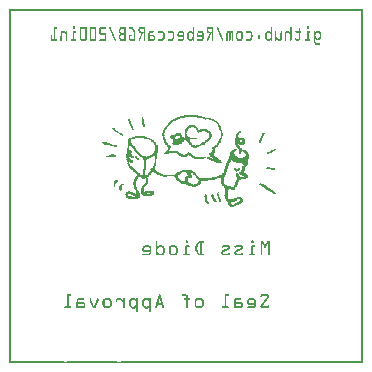
<source format=gbo>
G04 MADE WITH FRITZING*
G04 WWW.FRITZING.ORG*
G04 DOUBLE SIDED*
G04 HOLES PLATED*
G04 CONTOUR ON CENTER OF CONTOUR VECTOR*
%ASAXBY*%
%FSLAX23Y23*%
%MOIN*%
%OFA0B0*%
%SFA1.0B1.0*%
%ADD10R,0.001000X0.001000*%
%LNSILK0*%
G90*
G70*
G36*
X447Y820D02*
X447Y813D01*
X449Y813D01*
X449Y805D01*
X450Y805D01*
X450Y797D01*
X452Y797D01*
X452Y789D01*
X447Y789D01*
X447Y792D01*
X445Y792D01*
X445Y795D01*
X444Y795D01*
X444Y808D01*
X442Y808D01*
X442Y820D01*
X447Y820D01*
G37*
D02*
G36*
X403Y813D02*
X403Y810D01*
X404Y810D01*
X404Y807D01*
X406Y807D01*
X406Y803D01*
X408Y803D01*
X408Y798D01*
X409Y798D01*
X409Y793D01*
X411Y793D01*
X411Y790D01*
X413Y790D01*
X413Y787D01*
X414Y787D01*
X414Y782D01*
X416Y782D01*
X416Y779D01*
X414Y779D01*
X414Y777D01*
X411Y777D01*
X411Y779D01*
X409Y779D01*
X409Y784D01*
X408Y784D01*
X408Y787D01*
X406Y787D01*
X406Y790D01*
X404Y790D01*
X404Y793D01*
X403Y793D01*
X403Y798D01*
X401Y798D01*
X401Y805D01*
X400Y805D01*
X400Y808D01*
X398Y808D01*
X398Y813D01*
X403Y813D01*
G37*
D02*
G36*
X350Y785D02*
X350Y784D01*
X352Y784D01*
X352Y782D01*
X354Y782D01*
X354Y779D01*
X355Y779D01*
X355Y777D01*
X357Y777D01*
X357Y775D01*
X362Y775D01*
X362Y774D01*
X363Y774D01*
X363Y772D01*
X365Y772D01*
X365Y771D01*
X368Y771D01*
X368Y769D01*
X372Y769D01*
X372Y767D01*
X373Y767D01*
X373Y766D01*
X377Y766D01*
X377Y764D01*
X380Y764D01*
X380Y762D01*
X381Y762D01*
X381Y759D01*
X377Y759D01*
X377Y761D01*
X373Y761D01*
X373Y762D01*
X370Y762D01*
X370Y764D01*
X368Y764D01*
X368Y766D01*
X365Y766D01*
X365Y767D01*
X362Y767D01*
X362Y769D01*
X359Y769D01*
X359Y772D01*
X354Y772D01*
X354Y774D01*
X352Y774D01*
X352Y775D01*
X350Y775D01*
X350Y777D01*
X347Y777D01*
X347Y779D01*
X345Y779D01*
X345Y780D01*
X344Y780D01*
X344Y785D01*
X350Y785D01*
G37*
D02*
G36*
X613Y795D02*
X613Y793D01*
X619Y793D01*
X619Y792D01*
X623Y792D01*
X623Y790D01*
X624Y790D01*
X624Y787D01*
X605Y787D01*
X605Y785D01*
X601Y785D01*
X601Y784D01*
X600Y784D01*
X600Y782D01*
X598Y782D01*
X598Y780D01*
X596Y780D01*
X596Y777D01*
X595Y777D01*
X595Y774D01*
X593Y774D01*
X593Y767D01*
X591Y767D01*
X591Y764D01*
X593Y764D01*
X593Y756D01*
X595Y756D01*
X595Y754D01*
X603Y754D01*
X603Y752D01*
X585Y752D01*
X585Y771D01*
X587Y771D01*
X587Y777D01*
X588Y777D01*
X588Y780D01*
X590Y780D01*
X590Y784D01*
X591Y784D01*
X591Y785D01*
X593Y785D01*
X593Y787D01*
X595Y787D01*
X595Y789D01*
X596Y789D01*
X596Y792D01*
X601Y792D01*
X601Y793D01*
X606Y793D01*
X606Y795D01*
X613Y795D01*
G37*
D02*
G36*
X626Y787D02*
X626Y785D01*
X628Y785D01*
X628Y784D01*
X629Y784D01*
X629Y782D01*
X631Y782D01*
X631Y779D01*
X624Y779D01*
X624Y780D01*
X623Y780D01*
X623Y784D01*
X621Y784D01*
X621Y785D01*
X616Y785D01*
X616Y787D01*
X626Y787D01*
G37*
D02*
G36*
X659Y782D02*
X659Y780D01*
X660Y780D01*
X660Y779D01*
X637Y779D01*
X637Y780D01*
X646Y780D01*
X646Y782D01*
X659Y782D01*
G37*
D02*
G36*
X662Y779D02*
X662Y777D01*
X626Y777D01*
X626Y779D01*
X662Y779D01*
G37*
D02*
G36*
X662Y779D02*
X662Y777D01*
X626Y777D01*
X626Y779D01*
X662Y779D01*
G37*
D02*
G36*
X664Y777D02*
X664Y775D01*
X665Y775D01*
X665Y774D01*
X644Y774D01*
X644Y772D01*
X636Y772D01*
X636Y771D01*
X632Y771D01*
X632Y769D01*
X631Y769D01*
X631Y771D01*
X629Y771D01*
X629Y772D01*
X628Y772D01*
X628Y775D01*
X626Y775D01*
X626Y777D01*
X664Y777D01*
G37*
D02*
G36*
X669Y774D02*
X669Y771D01*
X672Y771D01*
X672Y767D01*
X673Y767D01*
X673Y764D01*
X675Y764D01*
X675Y754D01*
X673Y754D01*
X673Y751D01*
X672Y751D01*
X672Y749D01*
X670Y749D01*
X670Y748D01*
X669Y748D01*
X669Y744D01*
X667Y744D01*
X667Y743D01*
X665Y743D01*
X665Y741D01*
X664Y741D01*
X664Y739D01*
X662Y739D01*
X662Y738D01*
X659Y738D01*
X659Y736D01*
X657Y736D01*
X657Y734D01*
X654Y734D01*
X654Y733D01*
X652Y733D01*
X652Y729D01*
X649Y729D01*
X649Y728D01*
X642Y728D01*
X642Y726D01*
X641Y726D01*
X641Y725D01*
X624Y725D01*
X624Y726D01*
X628Y726D01*
X628Y728D01*
X632Y728D01*
X632Y729D01*
X636Y729D01*
X636Y731D01*
X639Y731D01*
X639Y734D01*
X644Y734D01*
X644Y736D01*
X647Y736D01*
X647Y738D01*
X649Y738D01*
X649Y739D01*
X652Y739D01*
X652Y741D01*
X654Y741D01*
X654Y743D01*
X657Y743D01*
X657Y744D01*
X659Y744D01*
X659Y748D01*
X660Y748D01*
X660Y749D01*
X662Y749D01*
X662Y751D01*
X664Y751D01*
X664Y752D01*
X665Y752D01*
X665Y754D01*
X667Y754D01*
X667Y764D01*
X665Y764D01*
X665Y766D01*
X664Y766D01*
X664Y767D01*
X662Y767D01*
X662Y769D01*
X660Y769D01*
X660Y771D01*
X657Y771D01*
X657Y772D01*
X654Y772D01*
X654Y774D01*
X669Y774D01*
G37*
D02*
G36*
X570Y767D02*
X570Y766D01*
X572Y766D01*
X572Y762D01*
X573Y762D01*
X573Y761D01*
X575Y761D01*
X575Y759D01*
X565Y759D01*
X565Y757D01*
X557Y757D01*
X557Y756D01*
X555Y756D01*
X555Y754D01*
X552Y754D01*
X552Y752D01*
X554Y752D01*
X554Y749D01*
X541Y749D01*
X541Y751D01*
X537Y751D01*
X537Y757D01*
X539Y757D01*
X539Y761D01*
X549Y761D01*
X549Y762D01*
X552Y762D01*
X552Y764D01*
X557Y764D01*
X557Y766D01*
X564Y766D01*
X564Y767D01*
X570Y767D01*
G37*
D02*
G36*
X575Y759D02*
X575Y756D01*
X577Y756D01*
X577Y754D01*
X582Y754D01*
X582Y752D01*
X570Y752D01*
X570Y754D01*
X569Y754D01*
X569Y756D01*
X567Y756D01*
X567Y759D01*
X575Y759D01*
G37*
D02*
G36*
X626Y752D02*
X626Y751D01*
X569Y751D01*
X569Y752D01*
X626Y752D01*
G37*
D02*
G36*
X626Y752D02*
X626Y751D01*
X569Y751D01*
X569Y752D01*
X626Y752D01*
G37*
D02*
G36*
X626Y751D02*
X626Y749D01*
X564Y749D01*
X564Y751D01*
X626Y751D01*
G37*
D02*
G36*
X624Y749D02*
X624Y748D01*
X542Y748D01*
X542Y749D01*
X624Y749D01*
G37*
D02*
G36*
X624Y749D02*
X624Y748D01*
X542Y748D01*
X542Y749D01*
X624Y749D01*
G37*
D02*
G36*
X608Y748D02*
X608Y746D01*
X603Y746D01*
X603Y744D01*
X587Y744D01*
X587Y743D01*
X582Y743D01*
X582Y741D01*
X565Y741D01*
X565Y739D01*
X546Y739D01*
X546Y741D01*
X547Y741D01*
X547Y743D01*
X544Y743D01*
X544Y744D01*
X546Y744D01*
X546Y746D01*
X544Y746D01*
X544Y748D01*
X608Y748D01*
G37*
D02*
G36*
X603Y744D02*
X603Y739D01*
X605Y739D01*
X605Y738D01*
X606Y738D01*
X606Y736D01*
X608Y736D01*
X608Y734D01*
X610Y734D01*
X610Y731D01*
X611Y731D01*
X611Y729D01*
X614Y729D01*
X614Y728D01*
X616Y728D01*
X616Y726D01*
X619Y726D01*
X619Y725D01*
X605Y725D01*
X605Y726D01*
X603Y726D01*
X603Y728D01*
X601Y728D01*
X601Y729D01*
X600Y729D01*
X600Y733D01*
X598Y733D01*
X598Y734D01*
X596Y734D01*
X596Y738D01*
X595Y738D01*
X595Y739D01*
X593Y739D01*
X593Y741D01*
X591Y741D01*
X591Y743D01*
X588Y743D01*
X588Y744D01*
X603Y744D01*
G37*
D02*
G36*
X582Y741D02*
X582Y739D01*
X567Y739D01*
X567Y741D01*
X582Y741D01*
G37*
D02*
G36*
X580Y739D02*
X580Y738D01*
X546Y738D01*
X546Y739D01*
X580Y739D01*
G37*
D02*
G36*
X580Y739D02*
X580Y738D01*
X546Y738D01*
X546Y739D01*
X580Y739D01*
G37*
D02*
G36*
X578Y738D02*
X578Y734D01*
X577Y734D01*
X577Y733D01*
X575Y733D01*
X575Y731D01*
X567Y731D01*
X567Y729D01*
X562Y729D01*
X562Y728D01*
X559Y728D01*
X559Y726D01*
X550Y726D01*
X550Y728D01*
X547Y728D01*
X547Y729D01*
X546Y729D01*
X546Y731D01*
X544Y731D01*
X544Y734D01*
X546Y734D01*
X546Y738D01*
X578Y738D01*
G37*
D02*
G36*
X637Y725D02*
X637Y723D01*
X606Y723D01*
X606Y725D01*
X637Y725D01*
G37*
D02*
G36*
X637Y725D02*
X637Y723D01*
X606Y723D01*
X606Y725D01*
X637Y725D01*
G37*
D02*
G36*
X634Y723D02*
X634Y721D01*
X629Y721D01*
X629Y720D01*
X626Y720D01*
X626Y718D01*
X613Y718D01*
X613Y720D01*
X610Y720D01*
X610Y721D01*
X608Y721D01*
X608Y723D01*
X634Y723D01*
G37*
D02*
G36*
X772Y774D02*
X772Y769D01*
X770Y769D01*
X770Y767D01*
X769Y767D01*
X769Y766D01*
X767Y766D01*
X767Y762D01*
X765Y762D01*
X765Y761D01*
X764Y761D01*
X764Y754D01*
X767Y754D01*
X767Y752D01*
X778Y752D01*
X778Y751D01*
X782Y751D01*
X782Y749D01*
X783Y749D01*
X783Y748D01*
X785Y748D01*
X785Y744D01*
X769Y744D01*
X769Y741D01*
X770Y741D01*
X770Y739D01*
X754Y739D01*
X754Y751D01*
X756Y751D01*
X756Y761D01*
X757Y761D01*
X757Y764D01*
X759Y764D01*
X759Y767D01*
X760Y767D01*
X760Y769D01*
X762Y769D01*
X762Y771D01*
X764Y771D01*
X764Y772D01*
X767Y772D01*
X767Y774D01*
X772Y774D01*
G37*
D02*
G36*
X787Y744D02*
X787Y743D01*
X788Y743D01*
X788Y739D01*
X777Y739D01*
X777Y741D01*
X778Y741D01*
X778Y744D01*
X787Y744D01*
G37*
D02*
G36*
X787Y739D02*
X787Y738D01*
X754Y738D01*
X754Y739D01*
X787Y739D01*
G37*
D02*
G36*
X787Y739D02*
X787Y738D01*
X754Y738D01*
X754Y739D01*
X787Y739D01*
G37*
D02*
G36*
X787Y738D02*
X787Y733D01*
X785Y733D01*
X785Y731D01*
X764Y731D01*
X764Y729D01*
X752Y729D01*
X752Y738D01*
X787Y738D01*
G37*
D02*
G36*
X783Y731D02*
X783Y729D01*
X770Y729D01*
X770Y731D01*
X783Y731D01*
G37*
D02*
G36*
X769Y731D02*
X769Y729D01*
X765Y729D01*
X765Y731D01*
X769Y731D01*
G37*
D02*
G36*
X765Y729D02*
X765Y726D01*
X767Y726D01*
X767Y725D01*
X769Y725D01*
X769Y721D01*
X770Y721D01*
X770Y718D01*
X774Y718D01*
X774Y716D01*
X775Y716D01*
X775Y707D01*
X777Y707D01*
X777Y705D01*
X775Y705D01*
X775Y703D01*
X774Y703D01*
X774Y700D01*
X772Y700D01*
X772Y698D01*
X765Y698D01*
X765Y707D01*
X767Y707D01*
X767Y711D01*
X765Y711D01*
X765Y715D01*
X764Y715D01*
X764Y716D01*
X762Y716D01*
X762Y718D01*
X759Y718D01*
X759Y721D01*
X757Y721D01*
X757Y723D01*
X756Y723D01*
X756Y726D01*
X754Y726D01*
X754Y728D01*
X752Y728D01*
X752Y729D01*
X765Y729D01*
G37*
D02*
G36*
X852Y769D02*
X852Y764D01*
X851Y764D01*
X851Y759D01*
X849Y759D01*
X849Y756D01*
X847Y756D01*
X847Y752D01*
X846Y752D01*
X846Y751D01*
X844Y751D01*
X844Y748D01*
X842Y748D01*
X842Y741D01*
X841Y741D01*
X841Y739D01*
X839Y739D01*
X839Y734D01*
X833Y734D01*
X833Y739D01*
X834Y739D01*
X834Y743D01*
X836Y743D01*
X836Y748D01*
X838Y748D01*
X838Y751D01*
X839Y751D01*
X839Y752D01*
X841Y752D01*
X841Y757D01*
X842Y757D01*
X842Y762D01*
X844Y762D01*
X844Y766D01*
X846Y766D01*
X846Y767D01*
X847Y767D01*
X847Y769D01*
X852Y769D01*
G37*
D02*
G36*
X321Y738D02*
X321Y736D01*
X327Y736D01*
X327Y734D01*
X331Y734D01*
X331Y733D01*
X337Y733D01*
X337Y731D01*
X344Y731D01*
X344Y729D01*
X352Y729D01*
X352Y728D01*
X357Y728D01*
X357Y726D01*
X360Y726D01*
X360Y723D01*
X359Y723D01*
X359Y721D01*
X350Y721D01*
X350Y723D01*
X342Y723D01*
X342Y725D01*
X337Y725D01*
X337Y726D01*
X326Y726D01*
X326Y728D01*
X322Y728D01*
X322Y729D01*
X316Y729D01*
X316Y731D01*
X313Y731D01*
X313Y733D01*
X311Y733D01*
X311Y736D01*
X313Y736D01*
X313Y738D01*
X321Y738D01*
G37*
D02*
G36*
X608Y828D02*
X608Y826D01*
X629Y826D01*
X629Y825D01*
X637Y825D01*
X637Y823D01*
X644Y823D01*
X644Y821D01*
X591Y821D01*
X591Y820D01*
X587Y820D01*
X587Y818D01*
X577Y818D01*
X577Y816D01*
X570Y816D01*
X570Y815D01*
X565Y815D01*
X565Y813D01*
X562Y813D01*
X562Y812D01*
X559Y812D01*
X559Y810D01*
X555Y810D01*
X555Y808D01*
X550Y808D01*
X550Y807D01*
X547Y807D01*
X547Y805D01*
X546Y805D01*
X546Y803D01*
X542Y803D01*
X542Y802D01*
X541Y802D01*
X541Y800D01*
X539Y800D01*
X539Y798D01*
X537Y798D01*
X537Y797D01*
X536Y797D01*
X536Y793D01*
X534Y793D01*
X534Y792D01*
X531Y792D01*
X531Y789D01*
X529Y789D01*
X529Y787D01*
X527Y787D01*
X527Y785D01*
X526Y785D01*
X526Y782D01*
X524Y782D01*
X524Y780D01*
X523Y780D01*
X523Y779D01*
X521Y779D01*
X521Y774D01*
X519Y774D01*
X519Y766D01*
X518Y766D01*
X518Y761D01*
X519Y761D01*
X519Y757D01*
X518Y757D01*
X518Y754D01*
X519Y754D01*
X519Y749D01*
X521Y749D01*
X521Y746D01*
X523Y746D01*
X523Y743D01*
X524Y743D01*
X524Y739D01*
X526Y739D01*
X526Y738D01*
X527Y738D01*
X527Y734D01*
X529Y734D01*
X529Y731D01*
X531Y731D01*
X531Y729D01*
X532Y729D01*
X532Y728D01*
X534Y728D01*
X534Y726D01*
X537Y726D01*
X537Y725D01*
X539Y725D01*
X539Y716D01*
X537Y716D01*
X537Y713D01*
X536Y713D01*
X536Y710D01*
X534Y710D01*
X534Y708D01*
X536Y708D01*
X536Y707D01*
X524Y707D01*
X524Y708D01*
X526Y708D01*
X526Y710D01*
X527Y710D01*
X527Y711D01*
X529Y711D01*
X529Y716D01*
X531Y716D01*
X531Y720D01*
X529Y720D01*
X529Y721D01*
X527Y721D01*
X527Y723D01*
X526Y723D01*
X526Y726D01*
X523Y726D01*
X523Y728D01*
X521Y728D01*
X521Y733D01*
X519Y733D01*
X519Y734D01*
X518Y734D01*
X518Y739D01*
X516Y739D01*
X516Y743D01*
X514Y743D01*
X514Y746D01*
X513Y746D01*
X513Y757D01*
X511Y757D01*
X511Y766D01*
X513Y766D01*
X513Y775D01*
X514Y775D01*
X514Y779D01*
X516Y779D01*
X516Y782D01*
X518Y782D01*
X518Y785D01*
X519Y785D01*
X519Y787D01*
X521Y787D01*
X521Y789D01*
X523Y789D01*
X523Y790D01*
X524Y790D01*
X524Y792D01*
X526Y792D01*
X526Y793D01*
X527Y793D01*
X527Y795D01*
X529Y795D01*
X529Y797D01*
X531Y797D01*
X531Y800D01*
X532Y800D01*
X532Y802D01*
X534Y802D01*
X534Y803D01*
X536Y803D01*
X536Y805D01*
X537Y805D01*
X537Y807D01*
X539Y807D01*
X539Y808D01*
X541Y808D01*
X541Y810D01*
X544Y810D01*
X544Y812D01*
X547Y812D01*
X547Y813D01*
X550Y813D01*
X550Y815D01*
X554Y815D01*
X554Y816D01*
X557Y816D01*
X557Y818D01*
X560Y818D01*
X560Y820D01*
X567Y820D01*
X567Y821D01*
X570Y821D01*
X570Y823D01*
X575Y823D01*
X575Y825D01*
X582Y825D01*
X582Y826D01*
X606Y826D01*
X606Y828D01*
X608Y828D01*
G37*
D02*
G36*
X649Y821D02*
X649Y820D01*
X654Y820D01*
X654Y818D01*
X665Y818D01*
X665Y816D01*
X673Y816D01*
X673Y815D01*
X678Y815D01*
X678Y813D01*
X657Y813D01*
X657Y812D01*
X654Y812D01*
X654Y813D01*
X651Y813D01*
X651Y815D01*
X647Y815D01*
X647Y816D01*
X639Y816D01*
X639Y818D01*
X628Y818D01*
X628Y820D01*
X616Y820D01*
X616Y821D01*
X649Y821D01*
G37*
D02*
G36*
X683Y813D02*
X683Y812D01*
X687Y812D01*
X687Y810D01*
X688Y810D01*
X688Y808D01*
X692Y808D01*
X692Y807D01*
X693Y807D01*
X693Y805D01*
X695Y805D01*
X695Y803D01*
X696Y803D01*
X696Y802D01*
X698Y802D01*
X698Y800D01*
X700Y800D01*
X700Y798D01*
X701Y798D01*
X701Y795D01*
X703Y795D01*
X703Y792D01*
X705Y792D01*
X705Y789D01*
X706Y789D01*
X706Y785D01*
X708Y785D01*
X708Y779D01*
X710Y779D01*
X710Y774D01*
X711Y774D01*
X711Y766D01*
X713Y766D01*
X713Y757D01*
X711Y757D01*
X711Y748D01*
X710Y748D01*
X710Y746D01*
X708Y746D01*
X708Y741D01*
X706Y741D01*
X706Y736D01*
X705Y736D01*
X705Y734D01*
X703Y734D01*
X703Y733D01*
X701Y733D01*
X701Y729D01*
X700Y729D01*
X700Y726D01*
X698Y726D01*
X698Y725D01*
X696Y725D01*
X696Y723D01*
X695Y723D01*
X695Y721D01*
X692Y721D01*
X692Y720D01*
X690Y720D01*
X690Y718D01*
X688Y718D01*
X688Y710D01*
X687Y710D01*
X687Y703D01*
X685Y703D01*
X685Y702D01*
X683Y702D01*
X683Y700D01*
X682Y700D01*
X682Y698D01*
X683Y698D01*
X683Y692D01*
X685Y692D01*
X685Y690D01*
X672Y690D01*
X672Y688D01*
X670Y688D01*
X670Y693D01*
X669Y693D01*
X669Y695D01*
X667Y695D01*
X667Y700D01*
X670Y700D01*
X670Y702D01*
X673Y702D01*
X673Y703D01*
X675Y703D01*
X675Y705D01*
X677Y705D01*
X677Y707D01*
X678Y707D01*
X678Y710D01*
X680Y710D01*
X680Y715D01*
X678Y715D01*
X678Y720D01*
X680Y720D01*
X680Y721D01*
X682Y721D01*
X682Y723D01*
X685Y723D01*
X685Y725D01*
X687Y725D01*
X687Y726D01*
X688Y726D01*
X688Y728D01*
X690Y728D01*
X690Y729D01*
X693Y729D01*
X693Y733D01*
X695Y733D01*
X695Y734D01*
X696Y734D01*
X696Y738D01*
X698Y738D01*
X698Y741D01*
X700Y741D01*
X700Y743D01*
X701Y743D01*
X701Y748D01*
X703Y748D01*
X703Y751D01*
X705Y751D01*
X705Y774D01*
X703Y774D01*
X703Y779D01*
X701Y779D01*
X701Y784D01*
X700Y784D01*
X700Y789D01*
X698Y789D01*
X698Y792D01*
X696Y792D01*
X696Y793D01*
X695Y793D01*
X695Y797D01*
X693Y797D01*
X693Y798D01*
X692Y798D01*
X692Y802D01*
X690Y802D01*
X690Y803D01*
X687Y803D01*
X687Y805D01*
X683Y805D01*
X683Y807D01*
X682Y807D01*
X682Y808D01*
X677Y808D01*
X677Y810D01*
X675Y810D01*
X675Y812D01*
X667Y812D01*
X667Y813D01*
X683Y813D01*
G37*
D02*
G36*
X562Y708D02*
X562Y707D01*
X552Y707D01*
X552Y708D01*
X562Y708D01*
G37*
D02*
G36*
X550Y708D02*
X550Y707D01*
X544Y707D01*
X544Y708D01*
X550Y708D01*
G37*
D02*
G36*
X564Y707D02*
X564Y705D01*
X523Y705D01*
X523Y707D01*
X564Y707D01*
G37*
D02*
G36*
X564Y707D02*
X564Y705D01*
X523Y705D01*
X523Y707D01*
X564Y707D01*
G37*
D02*
G36*
X564Y707D02*
X564Y705D01*
X523Y705D01*
X523Y707D01*
X564Y707D01*
G37*
D02*
G36*
X564Y705D02*
X564Y703D01*
X565Y703D01*
X565Y702D01*
X541Y702D01*
X541Y700D01*
X534Y700D01*
X534Y698D01*
X527Y698D01*
X527Y697D01*
X519Y697D01*
X519Y698D01*
X516Y698D01*
X516Y700D01*
X518Y700D01*
X518Y702D01*
X519Y702D01*
X519Y703D01*
X521Y703D01*
X521Y705D01*
X564Y705D01*
G37*
D02*
G36*
X600Y703D02*
X600Y702D01*
X603Y702D01*
X603Y700D01*
X605Y700D01*
X605Y698D01*
X608Y698D01*
X608Y697D01*
X610Y697D01*
X610Y695D01*
X585Y695D01*
X585Y697D01*
X591Y697D01*
X591Y698D01*
X593Y698D01*
X593Y702D01*
X595Y702D01*
X595Y703D01*
X600Y703D01*
G37*
D02*
G36*
X569Y702D02*
X569Y700D01*
X572Y700D01*
X572Y698D01*
X575Y698D01*
X575Y697D01*
X580Y697D01*
X580Y695D01*
X564Y695D01*
X564Y697D01*
X562Y697D01*
X562Y698D01*
X560Y698D01*
X560Y700D01*
X549Y700D01*
X549Y702D01*
X569Y702D01*
G37*
D02*
G36*
X613Y695D02*
X613Y693D01*
X565Y693D01*
X565Y695D01*
X613Y695D01*
G37*
D02*
G36*
X613Y695D02*
X613Y693D01*
X565Y693D01*
X565Y695D01*
X613Y695D01*
G37*
D02*
G36*
X614Y693D02*
X614Y692D01*
X616Y692D01*
X616Y690D01*
X619Y690D01*
X619Y688D01*
X623Y688D01*
X623Y687D01*
X636Y687D01*
X636Y685D01*
X611Y685D01*
X611Y687D01*
X608Y687D01*
X608Y688D01*
X606Y688D01*
X606Y690D01*
X603Y690D01*
X603Y692D01*
X601Y692D01*
X601Y693D01*
X614Y693D01*
G37*
D02*
G36*
X598Y693D02*
X598Y692D01*
X596Y692D01*
X596Y690D01*
X593Y690D01*
X593Y688D01*
X583Y688D01*
X583Y687D01*
X578Y687D01*
X578Y688D01*
X572Y688D01*
X572Y690D01*
X569Y690D01*
X569Y692D01*
X567Y692D01*
X567Y693D01*
X598Y693D01*
G37*
D02*
G36*
X687Y690D02*
X687Y688D01*
X690Y688D01*
X690Y687D01*
X693Y687D01*
X693Y685D01*
X695Y685D01*
X695Y684D01*
X696Y684D01*
X696Y682D01*
X680Y682D01*
X680Y684D01*
X678Y684D01*
X678Y685D01*
X677Y685D01*
X677Y687D01*
X675Y687D01*
X675Y688D01*
X673Y688D01*
X673Y690D01*
X687Y690D01*
G37*
D02*
G36*
X665Y688D02*
X665Y687D01*
X669Y687D01*
X669Y685D01*
X673Y685D01*
X673Y684D01*
X659Y684D01*
X659Y687D01*
X660Y687D01*
X660Y688D01*
X665Y688D01*
G37*
D02*
G36*
X654Y688D02*
X654Y687D01*
X655Y687D01*
X655Y685D01*
X637Y685D01*
X637Y687D01*
X651Y687D01*
X651Y688D01*
X654Y688D01*
G37*
D02*
G36*
X654Y685D02*
X654Y684D01*
X613Y684D01*
X613Y685D01*
X654Y685D01*
G37*
D02*
G36*
X654Y685D02*
X654Y684D01*
X613Y684D01*
X613Y685D01*
X654Y685D01*
G37*
D02*
G36*
X678Y684D02*
X678Y682D01*
X660Y682D01*
X660Y684D01*
X678Y684D01*
G37*
D02*
G36*
X651Y684D02*
X651Y682D01*
X646Y682D01*
X646Y680D01*
X621Y680D01*
X621Y682D01*
X616Y682D01*
X616Y684D01*
X651Y684D01*
G37*
D02*
G36*
X698Y682D02*
X698Y680D01*
X662Y680D01*
X662Y682D01*
X698Y682D01*
G37*
D02*
G36*
X698Y682D02*
X698Y680D01*
X662Y680D01*
X662Y682D01*
X698Y682D01*
G37*
D02*
G36*
X701Y680D02*
X701Y677D01*
X705Y677D01*
X705Y675D01*
X706Y675D01*
X706Y674D01*
X708Y674D01*
X708Y670D01*
X710Y670D01*
X710Y667D01*
X708Y667D01*
X708Y666D01*
X700Y666D01*
X700Y667D01*
X693Y667D01*
X693Y669D01*
X690Y669D01*
X690Y670D01*
X687Y670D01*
X687Y672D01*
X682Y672D01*
X682Y674D01*
X678Y674D01*
X678Y675D01*
X673Y675D01*
X673Y677D01*
X670Y677D01*
X670Y679D01*
X667Y679D01*
X667Y680D01*
X701Y680D01*
G37*
D02*
G36*
X769Y652D02*
X769Y651D01*
X770Y651D01*
X770Y647D01*
X760Y647D01*
X760Y649D01*
X762Y649D01*
X762Y651D01*
X765Y651D01*
X765Y652D01*
X769Y652D01*
G37*
D02*
G36*
X756Y652D02*
X756Y651D01*
X757Y651D01*
X757Y649D01*
X759Y649D01*
X759Y647D01*
X749Y647D01*
X749Y652D01*
X756Y652D01*
G37*
D02*
G36*
X770Y647D02*
X770Y646D01*
X749Y646D01*
X749Y647D01*
X770Y647D01*
G37*
D02*
G36*
X770Y647D02*
X770Y646D01*
X749Y646D01*
X749Y647D01*
X770Y647D01*
G37*
D02*
G36*
X770Y646D02*
X770Y644D01*
X769Y644D01*
X769Y643D01*
X767Y643D01*
X767Y641D01*
X760Y641D01*
X760Y639D01*
X757Y639D01*
X757Y641D01*
X752Y641D01*
X752Y643D01*
X751Y643D01*
X751Y644D01*
X749Y644D01*
X749Y646D01*
X770Y646D01*
G37*
D02*
G36*
X626Y615D02*
X626Y613D01*
X624Y613D01*
X624Y615D01*
X626Y615D01*
G37*
D02*
G36*
X841Y600D02*
X841Y598D01*
X846Y598D01*
X846Y597D01*
X849Y597D01*
X849Y595D01*
X852Y595D01*
X852Y593D01*
X856Y593D01*
X856Y592D01*
X857Y592D01*
X857Y590D01*
X859Y590D01*
X859Y588D01*
X860Y588D01*
X860Y587D01*
X862Y587D01*
X862Y585D01*
X865Y585D01*
X865Y583D01*
X869Y583D01*
X869Y582D01*
X870Y582D01*
X870Y580D01*
X872Y580D01*
X872Y579D01*
X874Y579D01*
X874Y577D01*
X879Y577D01*
X879Y575D01*
X880Y575D01*
X880Y574D01*
X882Y574D01*
X882Y572D01*
X883Y572D01*
X883Y570D01*
X885Y570D01*
X885Y569D01*
X888Y569D01*
X888Y567D01*
X890Y567D01*
X890Y564D01*
X888Y564D01*
X888Y562D01*
X885Y562D01*
X885Y564D01*
X882Y564D01*
X882Y565D01*
X880Y565D01*
X880Y567D01*
X877Y567D01*
X877Y569D01*
X875Y569D01*
X875Y570D01*
X872Y570D01*
X872Y572D01*
X870Y572D01*
X870Y574D01*
X865Y574D01*
X865Y575D01*
X864Y575D01*
X864Y577D01*
X860Y577D01*
X860Y579D01*
X856Y579D01*
X856Y582D01*
X854Y582D01*
X854Y583D01*
X851Y583D01*
X851Y585D01*
X849Y585D01*
X849Y587D01*
X846Y587D01*
X846Y588D01*
X844Y588D01*
X844Y590D01*
X842Y590D01*
X842Y592D01*
X839Y592D01*
X839Y593D01*
X838Y593D01*
X838Y595D01*
X834Y595D01*
X834Y598D01*
X836Y598D01*
X836Y600D01*
X841Y600D01*
G37*
D02*
G36*
X383Y598D02*
X383Y595D01*
X381Y595D01*
X381Y593D01*
X378Y593D01*
X378Y590D01*
X377Y590D01*
X377Y588D01*
X375Y588D01*
X375Y577D01*
X372Y577D01*
X372Y575D01*
X370Y575D01*
X370Y579D01*
X368Y579D01*
X368Y590D01*
X370Y590D01*
X370Y593D01*
X372Y593D01*
X372Y595D01*
X373Y595D01*
X373Y597D01*
X377Y597D01*
X377Y598D01*
X383Y598D01*
G37*
D02*
G36*
X698Y574D02*
X698Y572D01*
X700Y572D01*
X700Y567D01*
X698Y567D01*
X698Y565D01*
X700Y565D01*
X700Y559D01*
X701Y559D01*
X701Y554D01*
X703Y554D01*
X703Y549D01*
X705Y549D01*
X705Y546D01*
X706Y546D01*
X706Y538D01*
X705Y538D01*
X705Y539D01*
X701Y539D01*
X701Y544D01*
X700Y544D01*
X700Y546D01*
X698Y546D01*
X698Y551D01*
X696Y551D01*
X696Y554D01*
X695Y554D01*
X695Y559D01*
X693Y559D01*
X693Y561D01*
X695Y561D01*
X695Y562D01*
X693Y562D01*
X693Y569D01*
X695Y569D01*
X695Y572D01*
X696Y572D01*
X696Y574D01*
X698Y574D01*
G37*
D02*
G36*
X678Y567D02*
X678Y565D01*
X680Y565D01*
X680Y561D01*
X682Y561D01*
X682Y559D01*
X683Y559D01*
X683Y552D01*
X685Y552D01*
X685Y551D01*
X687Y551D01*
X687Y549D01*
X688Y549D01*
X688Y546D01*
X690Y546D01*
X690Y542D01*
X692Y542D01*
X692Y538D01*
X685Y538D01*
X685Y539D01*
X683Y539D01*
X683Y541D01*
X682Y541D01*
X682Y542D01*
X680Y542D01*
X680Y547D01*
X678Y547D01*
X678Y551D01*
X677Y551D01*
X677Y554D01*
X673Y554D01*
X673Y561D01*
X675Y561D01*
X675Y565D01*
X677Y565D01*
X677Y567D01*
X678Y567D01*
G37*
D02*
G36*
X657Y564D02*
X657Y561D01*
X659Y561D01*
X659Y556D01*
X660Y556D01*
X660Y542D01*
X662Y542D01*
X662Y541D01*
X664Y541D01*
X664Y539D01*
X665Y539D01*
X665Y536D01*
X667Y536D01*
X667Y531D01*
X660Y531D01*
X660Y533D01*
X659Y533D01*
X659Y534D01*
X657Y534D01*
X657Y538D01*
X654Y538D01*
X654Y542D01*
X652Y542D01*
X652Y554D01*
X651Y554D01*
X651Y556D01*
X652Y556D01*
X652Y561D01*
X651Y561D01*
X651Y562D01*
X654Y562D01*
X654Y564D01*
X657Y564D01*
G37*
D02*
G36*
X442Y757D02*
X442Y756D01*
X454Y756D01*
X454Y754D01*
X459Y754D01*
X459Y752D01*
X464Y752D01*
X464Y751D01*
X421Y751D01*
X421Y749D01*
X416Y749D01*
X416Y748D01*
X411Y748D01*
X411Y746D01*
X408Y746D01*
X408Y744D01*
X406Y744D01*
X406Y739D01*
X408Y739D01*
X408Y734D01*
X409Y734D01*
X409Y733D01*
X411Y733D01*
X411Y729D01*
X413Y729D01*
X413Y728D01*
X414Y728D01*
X414Y726D01*
X403Y726D01*
X403Y723D01*
X401Y723D01*
X401Y711D01*
X406Y711D01*
X406Y710D01*
X408Y710D01*
X408Y708D01*
X409Y708D01*
X409Y703D01*
X411Y703D01*
X411Y700D01*
X408Y700D01*
X408Y697D01*
X409Y697D01*
X409Y695D01*
X411Y695D01*
X411Y692D01*
X400Y692D01*
X400Y690D01*
X391Y690D01*
X391Y698D01*
X393Y698D01*
X393Y716D01*
X395Y716D01*
X395Y748D01*
X396Y748D01*
X396Y749D01*
X401Y749D01*
X401Y751D01*
X406Y751D01*
X406Y752D01*
X411Y752D01*
X411Y754D01*
X421Y754D01*
X421Y756D01*
X429Y756D01*
X429Y757D01*
X442Y757D01*
G37*
D02*
G36*
X470Y751D02*
X470Y749D01*
X473Y749D01*
X473Y748D01*
X477Y748D01*
X477Y746D01*
X478Y746D01*
X478Y744D01*
X480Y744D01*
X480Y743D01*
X483Y743D01*
X483Y739D01*
X486Y739D01*
X486Y738D01*
X488Y738D01*
X488Y736D01*
X490Y736D01*
X490Y733D01*
X491Y733D01*
X491Y729D01*
X493Y729D01*
X493Y726D01*
X495Y726D01*
X495Y720D01*
X496Y720D01*
X496Y715D01*
X495Y715D01*
X495Y713D01*
X496Y713D01*
X496Y710D01*
X495Y710D01*
X495Y702D01*
X493Y702D01*
X493Y692D01*
X483Y692D01*
X483Y690D01*
X480Y690D01*
X480Y688D01*
X460Y688D01*
X460Y690D01*
X464Y690D01*
X464Y692D01*
X470Y692D01*
X470Y693D01*
X473Y693D01*
X473Y695D01*
X475Y695D01*
X475Y697D01*
X477Y697D01*
X477Y698D01*
X480Y698D01*
X480Y700D01*
X482Y700D01*
X482Y702D01*
X483Y702D01*
X483Y707D01*
X485Y707D01*
X485Y711D01*
X486Y711D01*
X486Y715D01*
X485Y715D01*
X485Y716D01*
X486Y716D01*
X486Y720D01*
X485Y720D01*
X485Y721D01*
X486Y721D01*
X486Y725D01*
X485Y725D01*
X485Y729D01*
X483Y729D01*
X483Y733D01*
X482Y733D01*
X482Y734D01*
X480Y734D01*
X480Y738D01*
X477Y738D01*
X477Y739D01*
X473Y739D01*
X473Y741D01*
X472Y741D01*
X472Y743D01*
X468Y743D01*
X468Y744D01*
X467Y744D01*
X467Y746D01*
X464Y746D01*
X464Y748D01*
X457Y748D01*
X457Y749D01*
X450Y749D01*
X450Y751D01*
X470Y751D01*
G37*
D02*
G36*
X414Y726D02*
X414Y725D01*
X416Y725D01*
X416Y723D01*
X419Y723D01*
X419Y720D01*
X421Y720D01*
X421Y718D01*
X423Y718D01*
X423Y715D01*
X424Y715D01*
X424Y711D01*
X426Y711D01*
X426Y710D01*
X427Y710D01*
X427Y708D01*
X429Y708D01*
X429Y707D01*
X431Y707D01*
X431Y705D01*
X432Y705D01*
X432Y703D01*
X434Y703D01*
X434Y700D01*
X437Y700D01*
X437Y698D01*
X439Y698D01*
X439Y697D01*
X441Y697D01*
X441Y695D01*
X442Y695D01*
X442Y692D01*
X445Y692D01*
X445Y690D01*
X455Y690D01*
X455Y688D01*
X436Y688D01*
X436Y690D01*
X434Y690D01*
X434Y692D01*
X432Y692D01*
X432Y693D01*
X431Y693D01*
X431Y697D01*
X429Y697D01*
X429Y698D01*
X427Y698D01*
X427Y700D01*
X426Y700D01*
X426Y702D01*
X424Y702D01*
X424Y703D01*
X423Y703D01*
X423Y705D01*
X421Y705D01*
X421Y707D01*
X419Y707D01*
X419Y708D01*
X418Y708D01*
X418Y711D01*
X416Y711D01*
X416Y713D01*
X414Y713D01*
X414Y716D01*
X413Y716D01*
X413Y718D01*
X411Y718D01*
X411Y720D01*
X409Y720D01*
X409Y721D01*
X408Y721D01*
X408Y723D01*
X404Y723D01*
X404Y726D01*
X414Y726D01*
G37*
D02*
G36*
X756Y715D02*
X756Y713D01*
X759Y713D01*
X759Y710D01*
X756Y710D01*
X756Y708D01*
X754Y708D01*
X754Y707D01*
X752Y707D01*
X752Y703D01*
X751Y703D01*
X751Y700D01*
X749Y700D01*
X749Y698D01*
X752Y698D01*
X752Y695D01*
X754Y695D01*
X754Y692D01*
X756Y692D01*
X756Y690D01*
X759Y690D01*
X759Y688D01*
X760Y688D01*
X760Y687D01*
X764Y687D01*
X764Y685D01*
X733Y685D01*
X733Y688D01*
X734Y688D01*
X734Y692D01*
X736Y692D01*
X736Y698D01*
X737Y698D01*
X737Y703D01*
X739Y703D01*
X739Y707D01*
X741Y707D01*
X741Y708D01*
X744Y708D01*
X744Y710D01*
X746Y710D01*
X746Y711D01*
X749Y711D01*
X749Y713D01*
X752Y713D01*
X752Y715D01*
X756Y715D01*
G37*
D02*
G36*
X787Y711D02*
X787Y710D01*
X790Y710D01*
X790Y708D01*
X792Y708D01*
X792Y707D01*
X793Y707D01*
X793Y705D01*
X795Y705D01*
X795Y703D01*
X797Y703D01*
X797Y700D01*
X798Y700D01*
X798Y697D01*
X800Y697D01*
X800Y687D01*
X801Y687D01*
X801Y685D01*
X780Y685D01*
X780Y687D01*
X787Y687D01*
X787Y690D01*
X790Y690D01*
X790Y693D01*
X788Y693D01*
X788Y695D01*
X790Y695D01*
X790Y697D01*
X787Y697D01*
X787Y700D01*
X785Y700D01*
X785Y702D01*
X783Y702D01*
X783Y703D01*
X780Y703D01*
X780Y707D01*
X778Y707D01*
X778Y710D01*
X780Y710D01*
X780Y711D01*
X787Y711D01*
G37*
D02*
G36*
X493Y692D02*
X493Y682D01*
X491Y682D01*
X491Y667D01*
X490Y667D01*
X490Y666D01*
X491Y666D01*
X491Y664D01*
X490Y664D01*
X490Y659D01*
X488Y659D01*
X488Y656D01*
X486Y656D01*
X486Y652D01*
X485Y652D01*
X485Y651D01*
X486Y651D01*
X486Y647D01*
X485Y647D01*
X485Y644D01*
X486Y644D01*
X486Y643D01*
X490Y643D01*
X490Y641D01*
X493Y641D01*
X493Y639D01*
X495Y639D01*
X495Y638D01*
X496Y638D01*
X496Y636D01*
X477Y636D01*
X477Y634D01*
X475Y634D01*
X475Y633D01*
X473Y633D01*
X473Y629D01*
X472Y629D01*
X472Y628D01*
X470Y628D01*
X470Y626D01*
X457Y626D01*
X457Y628D01*
X459Y628D01*
X459Y629D01*
X462Y629D01*
X462Y631D01*
X464Y631D01*
X464Y633D01*
X465Y633D01*
X465Y634D01*
X467Y634D01*
X467Y636D01*
X468Y636D01*
X468Y638D01*
X470Y638D01*
X470Y641D01*
X472Y641D01*
X472Y644D01*
X470Y644D01*
X470Y649D01*
X472Y649D01*
X472Y651D01*
X478Y651D01*
X478Y652D01*
X480Y652D01*
X480Y657D01*
X482Y657D01*
X482Y661D01*
X483Y661D01*
X483Y666D01*
X485Y666D01*
X485Y692D01*
X493Y692D01*
G37*
D02*
G36*
X424Y692D02*
X424Y690D01*
X426Y690D01*
X426Y688D01*
X419Y688D01*
X419Y692D01*
X424Y692D01*
G37*
D02*
G36*
X413Y692D02*
X413Y690D01*
X401Y690D01*
X401Y692D01*
X413Y692D01*
G37*
D02*
G36*
X416Y690D02*
X416Y688D01*
X391Y688D01*
X391Y690D01*
X416Y690D01*
G37*
D02*
G36*
X416Y690D02*
X416Y688D01*
X391Y688D01*
X391Y690D01*
X416Y690D01*
G37*
D02*
G36*
X477Y688D02*
X477Y687D01*
X439Y687D01*
X439Y688D01*
X477Y688D01*
G37*
D02*
G36*
X477Y688D02*
X477Y687D01*
X439Y687D01*
X439Y688D01*
X477Y688D01*
G37*
D02*
G36*
X426Y688D02*
X426Y687D01*
X406Y687D01*
X406Y688D01*
X426Y688D01*
G37*
D02*
G36*
X426Y688D02*
X426Y687D01*
X406Y687D01*
X406Y688D01*
X426Y688D01*
G37*
D02*
G36*
X400Y688D02*
X400Y685D01*
X401Y685D01*
X401Y684D01*
X403Y684D01*
X403Y682D01*
X404Y682D01*
X404Y680D01*
X406Y680D01*
X406Y679D01*
X411Y679D01*
X411Y677D01*
X413Y677D01*
X413Y674D01*
X414Y674D01*
X414Y670D01*
X401Y670D01*
X401Y667D01*
X403Y667D01*
X403Y666D01*
X401Y666D01*
X401Y664D01*
X403Y664D01*
X403Y661D01*
X404Y661D01*
X404Y657D01*
X406Y657D01*
X406Y656D01*
X409Y656D01*
X409Y654D01*
X413Y654D01*
X413Y652D01*
X414Y652D01*
X414Y651D01*
X416Y651D01*
X416Y647D01*
X418Y647D01*
X418Y646D01*
X419Y646D01*
X419Y644D01*
X421Y644D01*
X421Y643D01*
X424Y643D01*
X424Y641D01*
X426Y641D01*
X426Y638D01*
X429Y638D01*
X429Y636D01*
X431Y636D01*
X431Y634D01*
X434Y634D01*
X434Y633D01*
X436Y633D01*
X436Y631D01*
X437Y631D01*
X437Y629D01*
X439Y629D01*
X439Y628D01*
X442Y628D01*
X442Y626D01*
X427Y626D01*
X427Y628D01*
X426Y628D01*
X426Y631D01*
X423Y631D01*
X423Y634D01*
X419Y634D01*
X419Y636D01*
X418Y636D01*
X418Y638D01*
X416Y638D01*
X416Y639D01*
X414Y639D01*
X414Y641D01*
X413Y641D01*
X413Y643D01*
X411Y643D01*
X411Y644D01*
X408Y644D01*
X408Y646D01*
X404Y646D01*
X404Y647D01*
X403Y647D01*
X403Y651D01*
X401Y651D01*
X401Y652D01*
X400Y652D01*
X400Y656D01*
X398Y656D01*
X398Y657D01*
X396Y657D01*
X396Y659D01*
X395Y659D01*
X395Y664D01*
X393Y664D01*
X393Y666D01*
X395Y666D01*
X395Y672D01*
X393Y672D01*
X393Y679D01*
X391Y679D01*
X391Y680D01*
X393Y680D01*
X393Y684D01*
X391Y684D01*
X391Y688D01*
X400Y688D01*
G37*
D02*
G36*
X473Y687D02*
X473Y685D01*
X468Y685D01*
X468Y684D01*
X465Y684D01*
X465Y682D01*
X464Y682D01*
X464Y680D01*
X460Y680D01*
X460Y679D01*
X459Y679D01*
X459Y677D01*
X457Y677D01*
X457Y672D01*
X455Y672D01*
X455Y667D01*
X457Y667D01*
X457Y666D01*
X455Y666D01*
X455Y654D01*
X457Y654D01*
X457Y652D01*
X455Y652D01*
X455Y643D01*
X454Y643D01*
X454Y628D01*
X455Y628D01*
X455Y626D01*
X444Y626D01*
X444Y629D01*
X445Y629D01*
X445Y634D01*
X447Y634D01*
X447Y636D01*
X445Y636D01*
X445Y639D01*
X447Y639D01*
X447Y649D01*
X449Y649D01*
X449Y677D01*
X447Y677D01*
X447Y682D01*
X445Y682D01*
X445Y684D01*
X444Y684D01*
X444Y685D01*
X442Y685D01*
X442Y687D01*
X473Y687D01*
G37*
D02*
G36*
X427Y687D02*
X427Y685D01*
X431Y685D01*
X431Y684D01*
X432Y684D01*
X432Y682D01*
X434Y682D01*
X434Y680D01*
X432Y680D01*
X432Y679D01*
X427Y679D01*
X427Y680D01*
X424Y680D01*
X424Y682D01*
X423Y682D01*
X423Y684D01*
X421Y684D01*
X421Y685D01*
X419Y685D01*
X419Y687D01*
X427Y687D01*
G37*
D02*
G36*
X418Y687D02*
X418Y685D01*
X416Y685D01*
X416Y684D01*
X411Y684D01*
X411Y685D01*
X408Y685D01*
X408Y687D01*
X418Y687D01*
G37*
D02*
G36*
X801Y685D02*
X801Y684D01*
X733Y684D01*
X733Y685D01*
X801Y685D01*
G37*
D02*
G36*
X801Y685D02*
X801Y684D01*
X733Y684D01*
X733Y685D01*
X801Y685D01*
G37*
D02*
G36*
X800Y684D02*
X800Y680D01*
X798Y680D01*
X798Y679D01*
X800Y679D01*
X800Y677D01*
X739Y677D01*
X739Y672D01*
X737Y672D01*
X737Y670D01*
X736Y670D01*
X736Y666D01*
X734Y666D01*
X734Y661D01*
X733Y661D01*
X733Y656D01*
X731Y656D01*
X731Y652D01*
X729Y652D01*
X729Y649D01*
X728Y649D01*
X728Y646D01*
X726Y646D01*
X726Y639D01*
X724Y639D01*
X724Y636D01*
X723Y636D01*
X723Y629D01*
X721Y629D01*
X721Y625D01*
X719Y625D01*
X719Y620D01*
X705Y620D01*
X705Y618D01*
X698Y618D01*
X698Y616D01*
X665Y616D01*
X665Y618D01*
X675Y618D01*
X675Y620D01*
X685Y620D01*
X685Y621D01*
X692Y621D01*
X692Y623D01*
X696Y623D01*
X696Y625D01*
X700Y625D01*
X700Y626D01*
X705Y626D01*
X705Y628D01*
X708Y628D01*
X708Y629D01*
X711Y629D01*
X711Y633D01*
X713Y633D01*
X713Y634D01*
X715Y634D01*
X715Y639D01*
X716Y639D01*
X716Y643D01*
X718Y643D01*
X718Y647D01*
X719Y647D01*
X719Y652D01*
X721Y652D01*
X721Y657D01*
X723Y657D01*
X723Y659D01*
X724Y659D01*
X724Y666D01*
X726Y666D01*
X726Y670D01*
X728Y670D01*
X728Y675D01*
X729Y675D01*
X729Y677D01*
X731Y677D01*
X731Y682D01*
X733Y682D01*
X733Y684D01*
X800Y684D01*
G37*
D02*
G36*
X798Y677D02*
X798Y674D01*
X749Y674D01*
X749Y672D01*
X747Y672D01*
X747Y674D01*
X746Y674D01*
X746Y675D01*
X742Y675D01*
X742Y677D01*
X798Y677D01*
G37*
D02*
G36*
X798Y674D02*
X798Y670D01*
X797Y670D01*
X797Y667D01*
X795Y667D01*
X795Y662D01*
X793Y662D01*
X793Y661D01*
X792Y661D01*
X792Y656D01*
X790Y656D01*
X790Y654D01*
X788Y654D01*
X788Y649D01*
X787Y649D01*
X787Y644D01*
X785Y644D01*
X785Y641D01*
X783Y641D01*
X783Y638D01*
X782Y638D01*
X782Y636D01*
X783Y636D01*
X783Y634D01*
X787Y634D01*
X787Y633D01*
X790Y633D01*
X790Y631D01*
X792Y631D01*
X792Y629D01*
X793Y629D01*
X793Y628D01*
X795Y628D01*
X795Y625D01*
X797Y625D01*
X797Y620D01*
X778Y620D01*
X778Y621D01*
X782Y621D01*
X782Y625D01*
X777Y625D01*
X777Y626D01*
X772Y626D01*
X772Y628D01*
X770Y628D01*
X770Y629D01*
X769Y629D01*
X769Y631D01*
X767Y631D01*
X767Y636D01*
X769Y636D01*
X769Y639D01*
X772Y639D01*
X772Y643D01*
X774Y643D01*
X774Y644D01*
X775Y644D01*
X775Y647D01*
X777Y647D01*
X777Y651D01*
X778Y651D01*
X778Y656D01*
X780Y656D01*
X780Y659D01*
X782Y659D01*
X782Y662D01*
X780Y662D01*
X780Y664D01*
X775Y664D01*
X775Y666D01*
X765Y666D01*
X765Y667D01*
X760Y667D01*
X760Y669D01*
X757Y669D01*
X757Y670D01*
X754Y670D01*
X754Y672D01*
X751Y672D01*
X751Y674D01*
X798Y674D01*
G37*
D02*
G36*
X413Y670D02*
X413Y669D01*
X408Y669D01*
X408Y670D01*
X413Y670D01*
G37*
D02*
G36*
X406Y670D02*
X406Y669D01*
X404Y669D01*
X404Y670D01*
X406Y670D01*
G37*
D02*
G36*
X610Y644D02*
X610Y643D01*
X598Y643D01*
X598Y644D01*
X610Y644D01*
G37*
D02*
G36*
X595Y644D02*
X595Y643D01*
X580Y643D01*
X580Y644D01*
X595Y644D01*
G37*
D02*
G36*
X611Y643D02*
X611Y641D01*
X575Y641D01*
X575Y643D01*
X611Y643D01*
G37*
D02*
G36*
X611Y643D02*
X611Y641D01*
X575Y641D01*
X575Y643D01*
X611Y643D01*
G37*
D02*
G36*
X614Y641D02*
X614Y639D01*
X616Y639D01*
X616Y638D01*
X578Y638D01*
X578Y636D01*
X575Y636D01*
X575Y634D01*
X572Y634D01*
X572Y631D01*
X570Y631D01*
X570Y629D01*
X569Y629D01*
X569Y628D01*
X529Y628D01*
X529Y629D01*
X554Y629D01*
X554Y631D01*
X555Y631D01*
X555Y633D01*
X557Y633D01*
X557Y634D01*
X560Y634D01*
X560Y636D01*
X564Y636D01*
X564Y638D01*
X567Y638D01*
X567Y639D01*
X569Y639D01*
X569Y641D01*
X614Y641D01*
G37*
D02*
G36*
X619Y638D02*
X619Y636D01*
X605Y636D01*
X605Y629D01*
X608Y629D01*
X608Y626D01*
X610Y626D01*
X610Y623D01*
X611Y623D01*
X611Y620D01*
X610Y620D01*
X610Y618D01*
X605Y618D01*
X605Y616D01*
X598Y616D01*
X598Y615D01*
X596Y615D01*
X596Y613D01*
X595Y613D01*
X595Y606D01*
X585Y606D01*
X585Y620D01*
X587Y620D01*
X587Y621D01*
X590Y621D01*
X590Y623D01*
X593Y623D01*
X593Y625D01*
X596Y625D01*
X596Y628D01*
X595Y628D01*
X595Y629D01*
X593Y629D01*
X593Y633D01*
X591Y633D01*
X591Y636D01*
X590Y636D01*
X590Y638D01*
X619Y638D01*
G37*
D02*
G36*
X621Y636D02*
X621Y634D01*
X623Y634D01*
X623Y633D01*
X624Y633D01*
X624Y629D01*
X626Y629D01*
X626Y626D01*
X628Y626D01*
X628Y625D01*
X629Y625D01*
X629Y623D01*
X631Y623D01*
X631Y621D01*
X632Y621D01*
X632Y620D01*
X634Y620D01*
X634Y618D01*
X637Y618D01*
X637Y616D01*
X626Y616D01*
X626Y618D01*
X624Y618D01*
X624Y623D01*
X623Y623D01*
X623Y625D01*
X619Y625D01*
X619Y626D01*
X618Y626D01*
X618Y628D01*
X616Y628D01*
X616Y629D01*
X614Y629D01*
X614Y633D01*
X611Y633D01*
X611Y634D01*
X606Y634D01*
X606Y636D01*
X621Y636D01*
G37*
D02*
G36*
X500Y636D02*
X500Y634D01*
X503Y634D01*
X503Y633D01*
X506Y633D01*
X506Y631D01*
X514Y631D01*
X514Y629D01*
X521Y629D01*
X521Y628D01*
X495Y628D01*
X495Y629D01*
X493Y629D01*
X493Y631D01*
X490Y631D01*
X490Y633D01*
X486Y633D01*
X486Y634D01*
X483Y634D01*
X483Y636D01*
X500Y636D01*
G37*
D02*
G36*
X762Y633D02*
X762Y631D01*
X765Y631D01*
X765Y626D01*
X767Y626D01*
X767Y625D01*
X769Y625D01*
X769Y621D01*
X777Y621D01*
X777Y620D01*
X759Y620D01*
X759Y621D01*
X757Y621D01*
X757Y623D01*
X756Y623D01*
X756Y631D01*
X757Y631D01*
X757Y633D01*
X762Y633D01*
G37*
D02*
G36*
X564Y628D02*
X564Y626D01*
X498Y626D01*
X498Y628D01*
X564Y628D01*
G37*
D02*
G36*
X564Y628D02*
X564Y626D01*
X498Y626D01*
X498Y628D01*
X564Y628D01*
G37*
D02*
G36*
X564Y626D02*
X564Y625D01*
X562Y625D01*
X562Y623D01*
X527Y623D01*
X527Y621D01*
X514Y621D01*
X514Y623D01*
X508Y623D01*
X508Y625D01*
X503Y625D01*
X503Y626D01*
X564Y626D01*
G37*
D02*
G36*
X467Y626D02*
X467Y625D01*
X426Y625D01*
X426Y626D01*
X467Y626D01*
G37*
D02*
G36*
X467Y626D02*
X467Y625D01*
X426Y625D01*
X426Y626D01*
X467Y626D01*
G37*
D02*
G36*
X467Y626D02*
X467Y625D01*
X426Y625D01*
X426Y626D01*
X467Y626D01*
G37*
D02*
G36*
X467Y625D02*
X467Y623D01*
X465Y623D01*
X465Y621D01*
X432Y621D01*
X432Y620D01*
X431Y620D01*
X431Y618D01*
X429Y618D01*
X429Y615D01*
X427Y615D01*
X427Y613D01*
X426Y613D01*
X426Y608D01*
X424Y608D01*
X424Y605D01*
X423Y605D01*
X423Y593D01*
X424Y593D01*
X424Y587D01*
X426Y587D01*
X426Y582D01*
X427Y582D01*
X427Y579D01*
X429Y579D01*
X429Y575D01*
X431Y575D01*
X431Y574D01*
X432Y574D01*
X432Y570D01*
X434Y570D01*
X434Y569D01*
X436Y569D01*
X436Y565D01*
X424Y565D01*
X424Y570D01*
X423Y570D01*
X423Y577D01*
X421Y577D01*
X421Y579D01*
X419Y579D01*
X419Y580D01*
X418Y580D01*
X418Y590D01*
X416Y590D01*
X416Y593D01*
X414Y593D01*
X414Y605D01*
X416Y605D01*
X416Y610D01*
X418Y610D01*
X418Y615D01*
X419Y615D01*
X419Y616D01*
X421Y616D01*
X421Y620D01*
X423Y620D01*
X423Y621D01*
X424Y621D01*
X424Y625D01*
X467Y625D01*
G37*
D02*
G36*
X562Y623D02*
X562Y620D01*
X564Y620D01*
X564Y616D01*
X567Y616D01*
X567Y613D01*
X569Y613D01*
X569Y611D01*
X572Y611D01*
X572Y610D01*
X573Y610D01*
X573Y608D01*
X578Y608D01*
X578Y606D01*
X562Y606D01*
X562Y608D01*
X560Y608D01*
X560Y610D01*
X559Y610D01*
X559Y611D01*
X557Y611D01*
X557Y615D01*
X555Y615D01*
X555Y618D01*
X552Y618D01*
X552Y621D01*
X550Y621D01*
X550Y623D01*
X562Y623D01*
G37*
D02*
G36*
X464Y621D02*
X464Y620D01*
X460Y620D01*
X460Y616D01*
X452Y616D01*
X452Y615D01*
X442Y615D01*
X442Y616D01*
X439Y616D01*
X439Y620D01*
X434Y620D01*
X434Y621D01*
X464Y621D01*
G37*
D02*
G36*
X795Y620D02*
X795Y618D01*
X759Y618D01*
X759Y620D01*
X795Y620D01*
G37*
D02*
G36*
X795Y620D02*
X795Y618D01*
X759Y618D01*
X759Y620D01*
X795Y620D01*
G37*
D02*
G36*
X718Y620D02*
X718Y616D01*
X716Y616D01*
X716Y608D01*
X715Y608D01*
X715Y603D01*
X716Y603D01*
X716Y600D01*
X718Y600D01*
X718Y598D01*
X719Y598D01*
X719Y597D01*
X721Y597D01*
X721Y595D01*
X723Y595D01*
X723Y593D01*
X728Y593D01*
X728Y592D01*
X733Y592D01*
X733Y590D01*
X741Y590D01*
X741Y588D01*
X715Y588D01*
X715Y590D01*
X713Y590D01*
X713Y592D01*
X711Y592D01*
X711Y595D01*
X710Y595D01*
X710Y597D01*
X708Y597D01*
X708Y598D01*
X706Y598D01*
X706Y603D01*
X705Y603D01*
X705Y605D01*
X706Y605D01*
X706Y608D01*
X705Y608D01*
X705Y611D01*
X706Y611D01*
X706Y620D01*
X718Y620D01*
G37*
D02*
G36*
X793Y618D02*
X793Y616D01*
X790Y616D01*
X790Y615D01*
X782Y615D01*
X782Y613D01*
X772Y613D01*
X772Y611D01*
X769Y611D01*
X769Y610D01*
X767Y610D01*
X767Y606D01*
X765Y606D01*
X765Y603D01*
X764Y603D01*
X764Y598D01*
X762Y598D01*
X762Y593D01*
X760Y593D01*
X760Y592D01*
X759Y592D01*
X759Y588D01*
X749Y588D01*
X749Y590D01*
X751Y590D01*
X751Y595D01*
X752Y595D01*
X752Y598D01*
X754Y598D01*
X754Y605D01*
X756Y605D01*
X756Y608D01*
X757Y608D01*
X757Y611D01*
X759Y611D01*
X759Y616D01*
X760Y616D01*
X760Y618D01*
X793Y618D01*
G37*
D02*
G36*
X642Y618D02*
X642Y616D01*
X639Y616D01*
X639Y618D01*
X642Y618D01*
G37*
D02*
G36*
X693Y616D02*
X693Y615D01*
X628Y615D01*
X628Y616D01*
X693Y616D01*
G37*
D02*
G36*
X693Y616D02*
X693Y615D01*
X628Y615D01*
X628Y616D01*
X693Y616D01*
G37*
D02*
G36*
X693Y616D02*
X693Y615D01*
X628Y615D01*
X628Y616D01*
X693Y616D01*
G37*
D02*
G36*
X462Y616D02*
X462Y613D01*
X464Y613D01*
X464Y598D01*
X462Y598D01*
X462Y597D01*
X460Y597D01*
X460Y595D01*
X459Y595D01*
X459Y593D01*
X455Y593D01*
X455Y590D01*
X454Y590D01*
X454Y588D01*
X452Y588D01*
X452Y587D01*
X450Y587D01*
X450Y583D01*
X449Y583D01*
X449Y572D01*
X439Y572D01*
X439Y579D01*
X441Y579D01*
X441Y585D01*
X442Y585D01*
X442Y588D01*
X444Y588D01*
X444Y592D01*
X445Y592D01*
X445Y593D01*
X447Y593D01*
X447Y595D01*
X449Y595D01*
X449Y597D01*
X450Y597D01*
X450Y598D01*
X452Y598D01*
X452Y600D01*
X455Y600D01*
X455Y605D01*
X457Y605D01*
X457Y610D01*
X455Y610D01*
X455Y616D01*
X462Y616D01*
G37*
D02*
G36*
X785Y615D02*
X785Y613D01*
X783Y613D01*
X783Y615D01*
X785Y615D01*
G37*
D02*
G36*
X688Y615D02*
X688Y613D01*
X685Y613D01*
X685Y611D01*
X672Y611D01*
X672Y610D01*
X664Y610D01*
X664Y608D01*
X642Y608D01*
X642Y606D01*
X641Y606D01*
X641Y603D01*
X639Y603D01*
X639Y597D01*
X637Y597D01*
X637Y595D01*
X618Y595D01*
X618Y597D01*
X623Y597D01*
X623Y598D01*
X626Y598D01*
X626Y600D01*
X629Y600D01*
X629Y602D01*
X631Y602D01*
X631Y606D01*
X632Y606D01*
X632Y611D01*
X631Y611D01*
X631Y613D01*
X629Y613D01*
X629Y615D01*
X688Y615D01*
G37*
D02*
G36*
X598Y606D02*
X598Y605D01*
X565Y605D01*
X565Y606D01*
X598Y606D01*
G37*
D02*
G36*
X598Y606D02*
X598Y605D01*
X565Y605D01*
X565Y606D01*
X598Y606D01*
G37*
D02*
G36*
X600Y605D02*
X600Y603D01*
X601Y603D01*
X601Y602D01*
X603Y602D01*
X603Y600D01*
X605Y600D01*
X605Y598D01*
X610Y598D01*
X610Y597D01*
X575Y597D01*
X575Y598D01*
X573Y598D01*
X573Y600D01*
X572Y600D01*
X572Y602D01*
X570Y602D01*
X570Y603D01*
X569Y603D01*
X569Y605D01*
X600Y605D01*
G37*
D02*
G36*
X613Y598D02*
X613Y597D01*
X611Y597D01*
X611Y598D01*
X613Y598D01*
G37*
D02*
G36*
X614Y597D02*
X614Y595D01*
X591Y595D01*
X591Y597D01*
X614Y597D01*
G37*
D02*
G36*
X614Y597D02*
X614Y595D01*
X591Y595D01*
X591Y597D01*
X614Y597D01*
G37*
D02*
G36*
X634Y595D02*
X634Y593D01*
X596Y593D01*
X596Y595D01*
X634Y595D01*
G37*
D02*
G36*
X634Y595D02*
X634Y593D01*
X596Y593D01*
X596Y595D01*
X634Y595D01*
G37*
D02*
G36*
X629Y593D02*
X629Y592D01*
X626Y592D01*
X626Y590D01*
X624Y590D01*
X624Y588D01*
X621Y588D01*
X621Y587D01*
X610Y587D01*
X610Y590D01*
X605Y590D01*
X605Y592D01*
X598Y592D01*
X598Y593D01*
X629Y593D01*
G37*
D02*
G36*
X757Y588D02*
X757Y587D01*
X716Y587D01*
X716Y588D01*
X757Y588D01*
G37*
D02*
G36*
X757Y588D02*
X757Y587D01*
X716Y587D01*
X716Y588D01*
X757Y588D01*
G37*
D02*
G36*
X754Y587D02*
X754Y580D01*
X733Y580D01*
X733Y579D01*
X731Y579D01*
X731Y575D01*
X729Y575D01*
X729Y574D01*
X731Y574D01*
X731Y564D01*
X729Y564D01*
X729Y552D01*
X731Y552D01*
X731Y549D01*
X733Y549D01*
X733Y546D01*
X723Y546D01*
X723Y547D01*
X721Y547D01*
X721Y551D01*
X719Y551D01*
X719Y559D01*
X718Y559D01*
X718Y561D01*
X719Y561D01*
X719Y575D01*
X721Y575D01*
X721Y585D01*
X718Y585D01*
X718Y587D01*
X754Y587D01*
G37*
D02*
G36*
X752Y580D02*
X752Y579D01*
X744Y579D01*
X744Y577D01*
X741Y577D01*
X741Y580D01*
X752Y580D01*
G37*
D02*
G36*
X480Y575D02*
X480Y574D01*
X483Y574D01*
X483Y572D01*
X452Y572D01*
X452Y574D01*
X467Y574D01*
X467Y575D01*
X480Y575D01*
G37*
D02*
G36*
X404Y574D02*
X404Y572D01*
X408Y572D01*
X408Y570D01*
X414Y570D01*
X414Y569D01*
X418Y569D01*
X418Y567D01*
X421Y567D01*
X421Y565D01*
X398Y565D01*
X398Y562D01*
X396Y562D01*
X396Y561D01*
X398Y561D01*
X398Y557D01*
X403Y557D01*
X403Y556D01*
X406Y556D01*
X406Y554D01*
X390Y554D01*
X390Y561D01*
X388Y561D01*
X388Y565D01*
X390Y565D01*
X390Y569D01*
X391Y569D01*
X391Y570D01*
X393Y570D01*
X393Y572D01*
X395Y572D01*
X395Y574D01*
X404Y574D01*
G37*
D02*
G36*
X483Y572D02*
X483Y570D01*
X439Y570D01*
X439Y572D01*
X483Y572D01*
G37*
D02*
G36*
X483Y572D02*
X483Y570D01*
X439Y570D01*
X439Y572D01*
X483Y572D01*
G37*
D02*
G36*
X483Y570D02*
X483Y567D01*
X460Y567D01*
X460Y565D01*
X464Y565D01*
X464Y564D01*
X441Y564D01*
X441Y569D01*
X439Y569D01*
X439Y570D01*
X483Y570D01*
G37*
D02*
G36*
X483Y567D02*
X483Y564D01*
X468Y564D01*
X468Y565D01*
X470Y565D01*
X470Y567D01*
X483Y567D01*
G37*
D02*
G36*
X437Y565D02*
X437Y564D01*
X406Y564D01*
X406Y565D01*
X437Y565D01*
G37*
D02*
G36*
X437Y565D02*
X437Y564D01*
X406Y564D01*
X406Y565D01*
X437Y565D01*
G37*
D02*
G36*
X482Y564D02*
X482Y562D01*
X442Y562D01*
X442Y564D01*
X482Y564D01*
G37*
D02*
G36*
X482Y564D02*
X482Y562D01*
X442Y562D01*
X442Y564D01*
X482Y564D01*
G37*
D02*
G36*
X437Y564D02*
X437Y554D01*
X419Y554D01*
X419Y557D01*
X416Y557D01*
X416Y559D01*
X414Y559D01*
X414Y561D01*
X411Y561D01*
X411Y562D01*
X408Y562D01*
X408Y564D01*
X437Y564D01*
G37*
D02*
G36*
X480Y562D02*
X480Y561D01*
X478Y561D01*
X478Y559D01*
X477Y559D01*
X477Y557D01*
X472Y557D01*
X472Y556D01*
X457Y556D01*
X457Y557D01*
X452Y557D01*
X452Y559D01*
X447Y559D01*
X447Y561D01*
X445Y561D01*
X445Y562D01*
X480Y562D01*
G37*
D02*
G36*
X409Y556D02*
X409Y554D01*
X408Y554D01*
X408Y556D01*
X409Y556D01*
G37*
D02*
G36*
X772Y554D02*
X772Y552D01*
X775Y552D01*
X775Y551D01*
X778Y551D01*
X778Y547D01*
X780Y547D01*
X780Y538D01*
X765Y538D01*
X765Y539D01*
X767Y539D01*
X767Y541D01*
X769Y541D01*
X769Y542D01*
X770Y542D01*
X770Y544D01*
X769Y544D01*
X769Y546D01*
X741Y546D01*
X741Y547D01*
X746Y547D01*
X746Y549D01*
X751Y549D01*
X751Y551D01*
X754Y551D01*
X754Y552D01*
X760Y552D01*
X760Y554D01*
X772Y554D01*
G37*
D02*
G36*
X436Y554D02*
X436Y552D01*
X391Y552D01*
X391Y554D01*
X436Y554D01*
G37*
D02*
G36*
X436Y554D02*
X436Y552D01*
X391Y552D01*
X391Y554D01*
X436Y554D01*
G37*
D02*
G36*
X436Y554D02*
X436Y552D01*
X391Y552D01*
X391Y554D01*
X436Y554D01*
G37*
D02*
G36*
X432Y552D02*
X432Y551D01*
X431Y551D01*
X431Y549D01*
X426Y549D01*
X426Y547D01*
X409Y547D01*
X409Y546D01*
X408Y546D01*
X408Y547D01*
X401Y547D01*
X401Y549D01*
X398Y549D01*
X398Y551D01*
X393Y551D01*
X393Y552D01*
X432Y552D01*
G37*
D02*
G36*
X760Y546D02*
X760Y544D01*
X723Y544D01*
X723Y546D01*
X760Y546D01*
G37*
D02*
G36*
X760Y546D02*
X760Y544D01*
X723Y544D01*
X723Y546D01*
X760Y546D01*
G37*
D02*
G36*
X759Y544D02*
X759Y542D01*
X756Y542D01*
X756Y541D01*
X754Y541D01*
X754Y539D01*
X751Y539D01*
X751Y538D01*
X742Y538D01*
X742Y536D01*
X741Y536D01*
X741Y534D01*
X739Y534D01*
X739Y533D01*
X741Y533D01*
X741Y531D01*
X742Y531D01*
X742Y529D01*
X731Y529D01*
X731Y531D01*
X729Y531D01*
X729Y533D01*
X728Y533D01*
X728Y534D01*
X729Y534D01*
X729Y536D01*
X728Y536D01*
X728Y538D01*
X726Y538D01*
X726Y541D01*
X724Y541D01*
X724Y542D01*
X723Y542D01*
X723Y544D01*
X759Y544D01*
G37*
D02*
G36*
X764Y539D02*
X764Y538D01*
X762Y538D01*
X762Y539D01*
X764Y539D01*
G37*
D02*
G36*
X778Y538D02*
X778Y536D01*
X762Y536D01*
X762Y538D01*
X778Y538D01*
G37*
D02*
G36*
X778Y538D02*
X778Y536D01*
X762Y536D01*
X762Y538D01*
X778Y538D01*
G37*
D02*
G36*
X777Y536D02*
X777Y534D01*
X774Y534D01*
X774Y533D01*
X772Y533D01*
X772Y531D01*
X767Y531D01*
X767Y529D01*
X749Y529D01*
X749Y531D01*
X754Y531D01*
X754Y533D01*
X759Y533D01*
X759Y534D01*
X760Y534D01*
X760Y536D01*
X777Y536D01*
G37*
D02*
G36*
X764Y529D02*
X764Y528D01*
X731Y528D01*
X731Y529D01*
X764Y529D01*
G37*
D02*
G36*
X764Y529D02*
X764Y528D01*
X731Y528D01*
X731Y529D01*
X764Y529D01*
G37*
D02*
G36*
X760Y528D02*
X760Y526D01*
X757Y526D01*
X757Y524D01*
X756Y524D01*
X756Y523D01*
X751Y523D01*
X751Y521D01*
X737Y521D01*
X737Y523D01*
X734Y523D01*
X734Y524D01*
X733Y524D01*
X733Y526D01*
X731Y526D01*
X731Y528D01*
X760Y528D01*
G37*
D02*
G54D10*
X0Y1181D02*
X1180Y1181D01*
X0Y1180D02*
X1180Y1180D01*
X0Y1179D02*
X1180Y1179D01*
X0Y1178D02*
X1180Y1178D01*
X0Y1177D02*
X1180Y1177D01*
X0Y1176D02*
X1180Y1176D01*
X0Y1175D02*
X1180Y1175D01*
X0Y1174D02*
X1180Y1174D01*
X0Y1173D02*
X7Y1173D01*
X1173Y1173D02*
X1180Y1173D01*
X0Y1172D02*
X7Y1172D01*
X1173Y1172D02*
X1180Y1172D01*
X0Y1171D02*
X7Y1171D01*
X1173Y1171D02*
X1180Y1171D01*
X0Y1170D02*
X7Y1170D01*
X1173Y1170D02*
X1180Y1170D01*
X0Y1169D02*
X7Y1169D01*
X1173Y1169D02*
X1180Y1169D01*
X0Y1168D02*
X7Y1168D01*
X1173Y1168D02*
X1180Y1168D01*
X0Y1167D02*
X7Y1167D01*
X1173Y1167D02*
X1180Y1167D01*
X0Y1166D02*
X7Y1166D01*
X1173Y1166D02*
X1180Y1166D01*
X0Y1165D02*
X7Y1165D01*
X1173Y1165D02*
X1180Y1165D01*
X0Y1164D02*
X7Y1164D01*
X1173Y1164D02*
X1180Y1164D01*
X0Y1163D02*
X7Y1163D01*
X1173Y1163D02*
X1180Y1163D01*
X0Y1162D02*
X7Y1162D01*
X1173Y1162D02*
X1180Y1162D01*
X0Y1161D02*
X7Y1161D01*
X1173Y1161D02*
X1180Y1161D01*
X0Y1160D02*
X7Y1160D01*
X1173Y1160D02*
X1180Y1160D01*
X0Y1159D02*
X7Y1159D01*
X1173Y1159D02*
X1180Y1159D01*
X0Y1158D02*
X7Y1158D01*
X1173Y1158D02*
X1180Y1158D01*
X0Y1157D02*
X7Y1157D01*
X1173Y1157D02*
X1180Y1157D01*
X0Y1156D02*
X7Y1156D01*
X1173Y1156D02*
X1180Y1156D01*
X0Y1155D02*
X7Y1155D01*
X1173Y1155D02*
X1180Y1155D01*
X0Y1154D02*
X7Y1154D01*
X1173Y1154D02*
X1180Y1154D01*
X0Y1153D02*
X7Y1153D01*
X1173Y1153D02*
X1180Y1153D01*
X0Y1152D02*
X7Y1152D01*
X1173Y1152D02*
X1180Y1152D01*
X0Y1151D02*
X7Y1151D01*
X1173Y1151D02*
X1180Y1151D01*
X0Y1150D02*
X7Y1150D01*
X1173Y1150D02*
X1180Y1150D01*
X0Y1149D02*
X7Y1149D01*
X1173Y1149D02*
X1180Y1149D01*
X0Y1148D02*
X7Y1148D01*
X1173Y1148D02*
X1180Y1148D01*
X0Y1147D02*
X7Y1147D01*
X1173Y1147D02*
X1180Y1147D01*
X0Y1146D02*
X7Y1146D01*
X1173Y1146D02*
X1180Y1146D01*
X0Y1145D02*
X7Y1145D01*
X1173Y1145D02*
X1180Y1145D01*
X0Y1144D02*
X7Y1144D01*
X1173Y1144D02*
X1180Y1144D01*
X0Y1143D02*
X7Y1143D01*
X1173Y1143D02*
X1180Y1143D01*
X0Y1142D02*
X7Y1142D01*
X1173Y1142D02*
X1180Y1142D01*
X0Y1141D02*
X7Y1141D01*
X1173Y1141D02*
X1180Y1141D01*
X0Y1140D02*
X7Y1140D01*
X1173Y1140D02*
X1180Y1140D01*
X0Y1139D02*
X7Y1139D01*
X1173Y1139D02*
X1180Y1139D01*
X0Y1138D02*
X7Y1138D01*
X1173Y1138D02*
X1180Y1138D01*
X0Y1137D02*
X7Y1137D01*
X1173Y1137D02*
X1180Y1137D01*
X0Y1136D02*
X7Y1136D01*
X1173Y1136D02*
X1180Y1136D01*
X0Y1135D02*
X7Y1135D01*
X1173Y1135D02*
X1180Y1135D01*
X0Y1134D02*
X7Y1134D01*
X1173Y1134D02*
X1180Y1134D01*
X0Y1133D02*
X7Y1133D01*
X1173Y1133D02*
X1180Y1133D01*
X0Y1132D02*
X7Y1132D01*
X1173Y1132D02*
X1180Y1132D01*
X0Y1131D02*
X7Y1131D01*
X1173Y1131D02*
X1180Y1131D01*
X0Y1130D02*
X7Y1130D01*
X1173Y1130D02*
X1180Y1130D01*
X0Y1129D02*
X7Y1129D01*
X1173Y1129D02*
X1180Y1129D01*
X0Y1128D02*
X7Y1128D01*
X1173Y1128D02*
X1180Y1128D01*
X0Y1127D02*
X7Y1127D01*
X1173Y1127D02*
X1180Y1127D01*
X0Y1126D02*
X7Y1126D01*
X1173Y1126D02*
X1180Y1126D01*
X0Y1125D02*
X7Y1125D01*
X1173Y1125D02*
X1180Y1125D01*
X0Y1124D02*
X7Y1124D01*
X1173Y1124D02*
X1180Y1124D01*
X0Y1123D02*
X7Y1123D01*
X214Y1123D02*
X219Y1123D01*
X995Y1123D02*
X999Y1123D01*
X1173Y1123D02*
X1180Y1123D01*
X0Y1122D02*
X7Y1122D01*
X214Y1122D02*
X219Y1122D01*
X994Y1122D02*
X1000Y1122D01*
X1173Y1122D02*
X1180Y1122D01*
X0Y1121D02*
X7Y1121D01*
X149Y1121D02*
X160Y1121D01*
X214Y1121D02*
X219Y1121D01*
X240Y1121D02*
X256Y1121D01*
X273Y1121D02*
X288Y1121D01*
X305Y1121D02*
X322Y1121D01*
X336Y1121D02*
X337Y1121D01*
X374Y1121D02*
X389Y1121D01*
X401Y1121D02*
X410Y1121D01*
X437Y1121D02*
X454Y1121D01*
X614Y1121D02*
X615Y1121D01*
X665Y1121D02*
X681Y1121D01*
X694Y1121D02*
X695Y1121D01*
X874Y1121D02*
X875Y1121D01*
X939Y1121D02*
X940Y1121D01*
X994Y1121D02*
X1000Y1121D01*
X1173Y1121D02*
X1180Y1121D01*
X0Y1120D02*
X7Y1120D01*
X149Y1120D02*
X161Y1120D01*
X214Y1120D02*
X219Y1120D01*
X239Y1120D02*
X257Y1120D01*
X272Y1120D02*
X289Y1120D01*
X304Y1120D02*
X323Y1120D01*
X335Y1120D02*
X338Y1120D01*
X372Y1120D02*
X389Y1120D01*
X400Y1120D02*
X411Y1120D01*
X436Y1120D02*
X454Y1120D01*
X613Y1120D02*
X616Y1120D01*
X663Y1120D02*
X681Y1120D01*
X693Y1120D02*
X696Y1120D01*
X874Y1120D02*
X876Y1120D01*
X939Y1120D02*
X941Y1120D01*
X994Y1120D02*
X1000Y1120D01*
X1173Y1120D02*
X1180Y1120D01*
X0Y1119D02*
X7Y1119D01*
X149Y1119D02*
X161Y1119D01*
X214Y1119D02*
X219Y1119D01*
X238Y1119D02*
X258Y1119D01*
X271Y1119D02*
X290Y1119D01*
X303Y1119D02*
X324Y1119D01*
X335Y1119D02*
X338Y1119D01*
X371Y1119D02*
X389Y1119D01*
X400Y1119D02*
X412Y1119D01*
X435Y1119D02*
X454Y1119D01*
X613Y1119D02*
X616Y1119D01*
X662Y1119D02*
X681Y1119D01*
X693Y1119D02*
X696Y1119D01*
X873Y1119D02*
X877Y1119D01*
X938Y1119D02*
X942Y1119D01*
X994Y1119D02*
X1000Y1119D01*
X1173Y1119D02*
X1180Y1119D01*
X0Y1118D02*
X7Y1118D01*
X149Y1118D02*
X161Y1118D01*
X214Y1118D02*
X219Y1118D01*
X238Y1118D02*
X258Y1118D01*
X270Y1118D02*
X291Y1118D01*
X303Y1118D02*
X324Y1118D01*
X335Y1118D02*
X339Y1118D01*
X370Y1118D02*
X389Y1118D01*
X400Y1118D02*
X413Y1118D01*
X434Y1118D02*
X454Y1118D01*
X613Y1118D02*
X616Y1118D01*
X662Y1118D02*
X681Y1118D01*
X693Y1118D02*
X697Y1118D01*
X873Y1118D02*
X877Y1118D01*
X938Y1118D02*
X942Y1118D01*
X967Y1118D02*
X969Y1118D01*
X994Y1118D02*
X1000Y1118D01*
X1173Y1118D02*
X1180Y1118D01*
X0Y1117D02*
X7Y1117D01*
X149Y1117D02*
X161Y1117D01*
X214Y1117D02*
X219Y1117D01*
X237Y1117D02*
X258Y1117D01*
X270Y1117D02*
X291Y1117D01*
X302Y1117D02*
X323Y1117D01*
X335Y1117D02*
X339Y1117D01*
X370Y1117D02*
X389Y1117D01*
X400Y1117D02*
X414Y1117D01*
X433Y1117D02*
X454Y1117D01*
X613Y1117D02*
X616Y1117D01*
X661Y1117D02*
X681Y1117D01*
X693Y1117D02*
X697Y1117D01*
X873Y1117D02*
X877Y1117D01*
X938Y1117D02*
X942Y1117D01*
X966Y1117D02*
X970Y1117D01*
X995Y1117D02*
X1000Y1117D01*
X1173Y1117D02*
X1180Y1117D01*
X0Y1116D02*
X7Y1116D01*
X149Y1116D02*
X160Y1116D01*
X215Y1116D02*
X219Y1116D01*
X237Y1116D02*
X259Y1116D01*
X270Y1116D02*
X291Y1116D01*
X302Y1116D02*
X323Y1116D01*
X335Y1116D02*
X340Y1116D01*
X369Y1116D02*
X389Y1116D01*
X401Y1116D02*
X414Y1116D01*
X433Y1116D02*
X454Y1116D01*
X613Y1116D02*
X616Y1116D01*
X661Y1116D02*
X681Y1116D01*
X693Y1116D02*
X698Y1116D01*
X873Y1116D02*
X877Y1116D01*
X938Y1116D02*
X942Y1116D01*
X966Y1116D02*
X970Y1116D01*
X995Y1116D02*
X999Y1116D01*
X1173Y1116D02*
X1180Y1116D01*
X0Y1115D02*
X7Y1115D01*
X149Y1115D02*
X152Y1115D01*
X237Y1115D02*
X241Y1115D01*
X255Y1115D02*
X259Y1115D01*
X270Y1115D02*
X273Y1115D01*
X287Y1115D02*
X291Y1115D01*
X302Y1115D02*
X306Y1115D01*
X336Y1115D02*
X340Y1115D01*
X368Y1115D02*
X374Y1115D01*
X385Y1115D02*
X389Y1115D01*
X410Y1115D02*
X415Y1115D01*
X433Y1115D02*
X437Y1115D01*
X450Y1115D02*
X454Y1115D01*
X613Y1115D02*
X616Y1115D01*
X660Y1115D02*
X665Y1115D01*
X678Y1115D02*
X681Y1115D01*
X694Y1115D02*
X698Y1115D01*
X873Y1115D02*
X877Y1115D01*
X938Y1115D02*
X942Y1115D01*
X966Y1115D02*
X970Y1115D01*
X1173Y1115D02*
X1180Y1115D01*
X0Y1114D02*
X7Y1114D01*
X149Y1114D02*
X152Y1114D01*
X237Y1114D02*
X241Y1114D01*
X255Y1114D02*
X259Y1114D01*
X270Y1114D02*
X273Y1114D01*
X288Y1114D02*
X291Y1114D01*
X302Y1114D02*
X306Y1114D01*
X336Y1114D02*
X341Y1114D01*
X368Y1114D02*
X373Y1114D01*
X385Y1114D02*
X389Y1114D01*
X411Y1114D02*
X415Y1114D01*
X433Y1114D02*
X436Y1114D01*
X450Y1114D02*
X454Y1114D01*
X613Y1114D02*
X616Y1114D01*
X660Y1114D02*
X664Y1114D01*
X678Y1114D02*
X681Y1114D01*
X694Y1114D02*
X698Y1114D01*
X873Y1114D02*
X877Y1114D01*
X938Y1114D02*
X942Y1114D01*
X966Y1114D02*
X970Y1114D01*
X1173Y1114D02*
X1180Y1114D01*
X0Y1113D02*
X7Y1113D01*
X149Y1113D02*
X152Y1113D01*
X237Y1113D02*
X241Y1113D01*
X255Y1113D02*
X259Y1113D01*
X270Y1113D02*
X273Y1113D01*
X288Y1113D02*
X291Y1113D01*
X302Y1113D02*
X306Y1113D01*
X337Y1113D02*
X341Y1113D01*
X368Y1113D02*
X372Y1113D01*
X385Y1113D02*
X389Y1113D01*
X411Y1113D02*
X416Y1113D01*
X432Y1113D02*
X436Y1113D01*
X450Y1113D02*
X454Y1113D01*
X613Y1113D02*
X616Y1113D01*
X660Y1113D02*
X664Y1113D01*
X678Y1113D02*
X681Y1113D01*
X695Y1113D02*
X699Y1113D01*
X873Y1113D02*
X877Y1113D01*
X938Y1113D02*
X942Y1113D01*
X966Y1113D02*
X970Y1113D01*
X1173Y1113D02*
X1180Y1113D01*
X0Y1112D02*
X7Y1112D01*
X149Y1112D02*
X152Y1112D01*
X237Y1112D02*
X241Y1112D01*
X255Y1112D02*
X259Y1112D01*
X270Y1112D02*
X273Y1112D01*
X288Y1112D02*
X291Y1112D01*
X302Y1112D02*
X306Y1112D01*
X337Y1112D02*
X341Y1112D01*
X368Y1112D02*
X371Y1112D01*
X385Y1112D02*
X389Y1112D01*
X412Y1112D02*
X417Y1112D01*
X432Y1112D02*
X436Y1112D01*
X450Y1112D02*
X454Y1112D01*
X613Y1112D02*
X616Y1112D01*
X660Y1112D02*
X664Y1112D01*
X678Y1112D02*
X681Y1112D01*
X695Y1112D02*
X699Y1112D01*
X873Y1112D02*
X877Y1112D01*
X938Y1112D02*
X942Y1112D01*
X966Y1112D02*
X970Y1112D01*
X1173Y1112D02*
X1180Y1112D01*
X0Y1111D02*
X7Y1111D01*
X149Y1111D02*
X152Y1111D01*
X237Y1111D02*
X241Y1111D01*
X255Y1111D02*
X259Y1111D01*
X270Y1111D02*
X273Y1111D01*
X288Y1111D02*
X291Y1111D01*
X302Y1111D02*
X306Y1111D01*
X338Y1111D02*
X342Y1111D01*
X367Y1111D02*
X371Y1111D01*
X385Y1111D02*
X389Y1111D01*
X412Y1111D02*
X417Y1111D01*
X432Y1111D02*
X436Y1111D01*
X450Y1111D02*
X454Y1111D01*
X613Y1111D02*
X616Y1111D01*
X660Y1111D02*
X664Y1111D01*
X678Y1111D02*
X681Y1111D01*
X695Y1111D02*
X700Y1111D01*
X873Y1111D02*
X877Y1111D01*
X938Y1111D02*
X942Y1111D01*
X966Y1111D02*
X970Y1111D01*
X1173Y1111D02*
X1180Y1111D01*
X0Y1110D02*
X7Y1110D01*
X149Y1110D02*
X152Y1110D01*
X237Y1110D02*
X241Y1110D01*
X255Y1110D02*
X259Y1110D01*
X270Y1110D02*
X273Y1110D01*
X288Y1110D02*
X291Y1110D01*
X302Y1110D02*
X306Y1110D01*
X338Y1110D02*
X342Y1110D01*
X367Y1110D02*
X371Y1110D01*
X385Y1110D02*
X389Y1110D01*
X413Y1110D02*
X418Y1110D01*
X432Y1110D02*
X436Y1110D01*
X450Y1110D02*
X454Y1110D01*
X613Y1110D02*
X616Y1110D01*
X660Y1110D02*
X664Y1110D01*
X678Y1110D02*
X681Y1110D01*
X696Y1110D02*
X700Y1110D01*
X873Y1110D02*
X877Y1110D01*
X938Y1110D02*
X942Y1110D01*
X966Y1110D02*
X970Y1110D01*
X1173Y1110D02*
X1180Y1110D01*
X0Y1109D02*
X7Y1109D01*
X149Y1109D02*
X152Y1109D01*
X237Y1109D02*
X241Y1109D01*
X255Y1109D02*
X259Y1109D01*
X270Y1109D02*
X273Y1109D01*
X288Y1109D02*
X291Y1109D01*
X302Y1109D02*
X306Y1109D01*
X338Y1109D02*
X343Y1109D01*
X367Y1109D02*
X371Y1109D01*
X385Y1109D02*
X389Y1109D01*
X414Y1109D02*
X418Y1109D01*
X432Y1109D02*
X436Y1109D01*
X450Y1109D02*
X454Y1109D01*
X613Y1109D02*
X616Y1109D01*
X660Y1109D02*
X664Y1109D01*
X678Y1109D02*
X681Y1109D01*
X696Y1109D02*
X701Y1109D01*
X873Y1109D02*
X877Y1109D01*
X938Y1109D02*
X942Y1109D01*
X966Y1109D02*
X970Y1109D01*
X1173Y1109D02*
X1180Y1109D01*
X0Y1108D02*
X7Y1108D01*
X149Y1108D02*
X152Y1108D01*
X177Y1108D02*
X183Y1108D01*
X191Y1108D02*
X193Y1108D01*
X215Y1108D02*
X223Y1108D01*
X237Y1108D02*
X241Y1108D01*
X255Y1108D02*
X259Y1108D01*
X270Y1108D02*
X273Y1108D01*
X288Y1108D02*
X291Y1108D01*
X302Y1108D02*
X306Y1108D01*
X339Y1108D02*
X343Y1108D01*
X367Y1108D02*
X371Y1108D01*
X385Y1108D02*
X389Y1108D01*
X414Y1108D02*
X419Y1108D01*
X432Y1108D02*
X436Y1108D01*
X450Y1108D02*
X454Y1108D01*
X470Y1108D02*
X481Y1108D01*
X499Y1108D02*
X510Y1108D01*
X531Y1108D02*
X543Y1108D01*
X569Y1108D02*
X578Y1108D01*
X601Y1108D02*
X608Y1108D01*
X613Y1108D02*
X616Y1108D01*
X634Y1108D02*
X643Y1108D01*
X660Y1108D02*
X664Y1108D01*
X678Y1108D02*
X681Y1108D01*
X697Y1108D02*
X701Y1108D01*
X729Y1108D02*
X731Y1108D01*
X738Y1108D02*
X741Y1108D01*
X744Y1108D02*
X746Y1108D01*
X764Y1108D02*
X773Y1108D01*
X791Y1108D02*
X803Y1108D01*
X861Y1108D02*
X868Y1108D01*
X873Y1108D02*
X877Y1108D01*
X889Y1108D02*
X890Y1108D01*
X907Y1108D02*
X908Y1108D01*
X925Y1108D02*
X931Y1108D01*
X938Y1108D02*
X942Y1108D01*
X956Y1108D02*
X973Y1108D01*
X995Y1108D02*
X1003Y1108D01*
X1019Y1108D02*
X1020Y1108D01*
X1026Y1108D02*
X1033Y1108D01*
X1173Y1108D02*
X1180Y1108D01*
X0Y1107D02*
X7Y1107D01*
X149Y1107D02*
X152Y1107D01*
X176Y1107D02*
X185Y1107D01*
X190Y1107D02*
X193Y1107D01*
X214Y1107D02*
X224Y1107D01*
X237Y1107D02*
X241Y1107D01*
X255Y1107D02*
X259Y1107D01*
X270Y1107D02*
X273Y1107D01*
X288Y1107D02*
X291Y1107D01*
X302Y1107D02*
X306Y1107D01*
X339Y1107D02*
X344Y1107D01*
X367Y1107D02*
X371Y1107D01*
X385Y1107D02*
X389Y1107D01*
X415Y1107D02*
X419Y1107D01*
X433Y1107D02*
X437Y1107D01*
X450Y1107D02*
X454Y1107D01*
X469Y1107D02*
X482Y1107D01*
X498Y1107D02*
X512Y1107D01*
X530Y1107D02*
X544Y1107D01*
X567Y1107D02*
X579Y1107D01*
X600Y1107D02*
X610Y1107D01*
X613Y1107D02*
X616Y1107D01*
X632Y1107D02*
X644Y1107D01*
X660Y1107D02*
X664Y1107D01*
X678Y1107D02*
X681Y1107D01*
X697Y1107D02*
X701Y1107D01*
X728Y1107D02*
X733Y1107D01*
X736Y1107D02*
X742Y1107D01*
X744Y1107D02*
X747Y1107D01*
X762Y1107D02*
X774Y1107D01*
X791Y1107D02*
X805Y1107D01*
X860Y1107D02*
X870Y1107D01*
X873Y1107D02*
X877Y1107D01*
X888Y1107D02*
X891Y1107D01*
X906Y1107D02*
X909Y1107D01*
X924Y1107D02*
X933Y1107D01*
X938Y1107D02*
X942Y1107D01*
X955Y1107D02*
X974Y1107D01*
X995Y1107D02*
X1004Y1107D01*
X1018Y1107D02*
X1021Y1107D01*
X1025Y1107D02*
X1035Y1107D01*
X1173Y1107D02*
X1180Y1107D01*
X0Y1106D02*
X7Y1106D01*
X149Y1106D02*
X152Y1106D01*
X175Y1106D02*
X186Y1106D01*
X190Y1106D02*
X193Y1106D01*
X214Y1106D02*
X224Y1106D01*
X237Y1106D02*
X241Y1106D01*
X255Y1106D02*
X259Y1106D01*
X270Y1106D02*
X273Y1106D01*
X288Y1106D02*
X291Y1106D01*
X302Y1106D02*
X306Y1106D01*
X340Y1106D02*
X344Y1106D01*
X367Y1106D02*
X371Y1106D01*
X385Y1106D02*
X389Y1106D01*
X415Y1106D02*
X420Y1106D01*
X433Y1106D02*
X438Y1106D01*
X450Y1106D02*
X454Y1106D01*
X468Y1106D02*
X482Y1106D01*
X497Y1106D02*
X513Y1106D01*
X530Y1106D02*
X546Y1106D01*
X566Y1106D02*
X580Y1106D01*
X599Y1106D02*
X611Y1106D01*
X613Y1106D02*
X616Y1106D01*
X631Y1106D02*
X645Y1106D01*
X660Y1106D02*
X666Y1106D01*
X678Y1106D02*
X681Y1106D01*
X698Y1106D02*
X702Y1106D01*
X727Y1106D02*
X747Y1106D01*
X761Y1106D02*
X775Y1106D01*
X790Y1106D02*
X806Y1106D01*
X859Y1106D02*
X871Y1106D01*
X873Y1106D02*
X877Y1106D01*
X888Y1106D02*
X891Y1106D01*
X906Y1106D02*
X909Y1106D01*
X923Y1106D02*
X934Y1106D01*
X938Y1106D02*
X942Y1106D01*
X955Y1106D02*
X974Y1106D01*
X994Y1106D02*
X1004Y1106D01*
X1018Y1106D02*
X1021Y1106D01*
X1024Y1106D02*
X1036Y1106D01*
X1173Y1106D02*
X1180Y1106D01*
X0Y1105D02*
X7Y1105D01*
X149Y1105D02*
X152Y1105D01*
X174Y1105D02*
X187Y1105D01*
X190Y1105D02*
X194Y1105D01*
X214Y1105D02*
X224Y1105D01*
X237Y1105D02*
X241Y1105D01*
X255Y1105D02*
X259Y1105D01*
X270Y1105D02*
X273Y1105D01*
X288Y1105D02*
X291Y1105D01*
X302Y1105D02*
X306Y1105D01*
X340Y1105D02*
X345Y1105D01*
X367Y1105D02*
X371Y1105D01*
X385Y1105D02*
X389Y1105D01*
X416Y1105D02*
X420Y1105D01*
X433Y1105D02*
X454Y1105D01*
X467Y1105D02*
X482Y1105D01*
X497Y1105D02*
X514Y1105D01*
X530Y1105D02*
X546Y1105D01*
X565Y1105D02*
X581Y1105D01*
X598Y1105D02*
X616Y1105D01*
X630Y1105D02*
X646Y1105D01*
X661Y1105D02*
X681Y1105D01*
X698Y1105D02*
X702Y1105D01*
X726Y1105D02*
X747Y1105D01*
X760Y1105D02*
X776Y1105D01*
X790Y1105D02*
X807Y1105D01*
X858Y1105D02*
X877Y1105D01*
X888Y1105D02*
X891Y1105D01*
X906Y1105D02*
X909Y1105D01*
X922Y1105D02*
X935Y1105D01*
X938Y1105D02*
X942Y1105D01*
X955Y1105D02*
X974Y1105D01*
X994Y1105D02*
X1004Y1105D01*
X1018Y1105D02*
X1036Y1105D01*
X1173Y1105D02*
X1180Y1105D01*
X0Y1104D02*
X7Y1104D01*
X149Y1104D02*
X152Y1104D01*
X174Y1104D02*
X188Y1104D01*
X190Y1104D02*
X194Y1104D01*
X214Y1104D02*
X224Y1104D01*
X237Y1104D02*
X241Y1104D01*
X255Y1104D02*
X259Y1104D01*
X270Y1104D02*
X273Y1104D01*
X288Y1104D02*
X291Y1104D01*
X302Y1104D02*
X306Y1104D01*
X341Y1104D02*
X345Y1104D01*
X368Y1104D02*
X372Y1104D01*
X385Y1104D02*
X389Y1104D01*
X416Y1104D02*
X421Y1104D01*
X434Y1104D02*
X454Y1104D01*
X466Y1104D02*
X482Y1104D01*
X498Y1104D02*
X515Y1104D01*
X530Y1104D02*
X547Y1104D01*
X565Y1104D02*
X582Y1104D01*
X597Y1104D02*
X616Y1104D01*
X630Y1104D02*
X647Y1104D01*
X661Y1104D02*
X681Y1104D01*
X698Y1104D02*
X703Y1104D01*
X726Y1104D02*
X747Y1104D01*
X760Y1104D02*
X777Y1104D01*
X790Y1104D02*
X808Y1104D01*
X857Y1104D02*
X877Y1104D01*
X888Y1104D02*
X891Y1104D01*
X906Y1104D02*
X909Y1104D01*
X922Y1104D02*
X936Y1104D01*
X938Y1104D02*
X942Y1104D01*
X955Y1104D02*
X974Y1104D01*
X994Y1104D02*
X1004Y1104D01*
X1018Y1104D02*
X1037Y1104D01*
X1173Y1104D02*
X1180Y1104D01*
X0Y1103D02*
X7Y1103D01*
X149Y1103D02*
X152Y1103D01*
X173Y1103D02*
X194Y1103D01*
X214Y1103D02*
X223Y1103D01*
X237Y1103D02*
X241Y1103D01*
X255Y1103D02*
X259Y1103D01*
X270Y1103D02*
X273Y1103D01*
X288Y1103D02*
X291Y1103D01*
X302Y1103D02*
X306Y1103D01*
X341Y1103D02*
X345Y1103D01*
X368Y1103D02*
X372Y1103D01*
X385Y1103D02*
X389Y1103D01*
X417Y1103D02*
X421Y1103D01*
X434Y1103D02*
X454Y1103D01*
X466Y1103D02*
X481Y1103D01*
X498Y1103D02*
X516Y1103D01*
X531Y1103D02*
X548Y1103D01*
X564Y1103D02*
X582Y1103D01*
X596Y1103D02*
X616Y1103D01*
X629Y1103D02*
X647Y1103D01*
X662Y1103D02*
X681Y1103D01*
X699Y1103D02*
X703Y1103D01*
X726Y1103D02*
X747Y1103D01*
X759Y1103D02*
X778Y1103D01*
X791Y1103D02*
X808Y1103D01*
X857Y1103D02*
X877Y1103D01*
X888Y1103D02*
X891Y1103D01*
X906Y1103D02*
X909Y1103D01*
X921Y1103D02*
X942Y1103D01*
X956Y1103D02*
X973Y1103D01*
X994Y1103D02*
X1003Y1103D01*
X1018Y1103D02*
X1038Y1103D01*
X1173Y1103D02*
X1180Y1103D01*
X0Y1102D02*
X7Y1102D01*
X149Y1102D02*
X152Y1102D01*
X173Y1102D02*
X177Y1102D01*
X183Y1102D02*
X194Y1102D01*
X214Y1102D02*
X217Y1102D01*
X237Y1102D02*
X241Y1102D01*
X255Y1102D02*
X259Y1102D01*
X270Y1102D02*
X273Y1102D01*
X288Y1102D02*
X291Y1102D01*
X302Y1102D02*
X306Y1102D01*
X342Y1102D02*
X346Y1102D01*
X368Y1102D02*
X373Y1102D01*
X385Y1102D02*
X389Y1102D01*
X417Y1102D02*
X421Y1102D01*
X435Y1102D02*
X454Y1102D01*
X466Y1102D02*
X470Y1102D01*
X510Y1102D02*
X516Y1102D01*
X543Y1102D02*
X549Y1102D01*
X563Y1102D02*
X569Y1102D01*
X578Y1102D02*
X583Y1102D01*
X596Y1102D02*
X601Y1102D01*
X608Y1102D02*
X616Y1102D01*
X628Y1102D02*
X634Y1102D01*
X643Y1102D02*
X648Y1102D01*
X663Y1102D02*
X681Y1102D01*
X699Y1102D02*
X704Y1102D01*
X726Y1102D02*
X729Y1102D01*
X731Y1102D02*
X738Y1102D01*
X740Y1102D02*
X747Y1102D01*
X759Y1102D02*
X764Y1102D01*
X773Y1102D02*
X778Y1102D01*
X803Y1102D02*
X809Y1102D01*
X856Y1102D02*
X862Y1102D01*
X868Y1102D02*
X877Y1102D01*
X888Y1102D02*
X891Y1102D01*
X906Y1102D02*
X909Y1102D01*
X921Y1102D02*
X926Y1102D01*
X931Y1102D02*
X942Y1102D01*
X966Y1102D02*
X970Y1102D01*
X994Y1102D02*
X998Y1102D01*
X1018Y1102D02*
X1026Y1102D01*
X1033Y1102D02*
X1038Y1102D01*
X1173Y1102D02*
X1180Y1102D01*
X0Y1101D02*
X7Y1101D01*
X149Y1101D02*
X152Y1101D01*
X173Y1101D02*
X177Y1101D01*
X184Y1101D02*
X194Y1101D01*
X214Y1101D02*
X217Y1101D01*
X237Y1101D02*
X241Y1101D01*
X255Y1101D02*
X259Y1101D01*
X270Y1101D02*
X273Y1101D01*
X288Y1101D02*
X291Y1101D01*
X302Y1101D02*
X306Y1101D01*
X342Y1101D02*
X346Y1101D01*
X369Y1101D02*
X375Y1101D01*
X385Y1101D02*
X389Y1101D01*
X418Y1101D02*
X421Y1101D01*
X436Y1101D02*
X454Y1101D01*
X466Y1101D02*
X469Y1101D01*
X511Y1101D02*
X517Y1101D01*
X544Y1101D02*
X550Y1101D01*
X563Y1101D02*
X568Y1101D01*
X579Y1101D02*
X583Y1101D01*
X596Y1101D02*
X600Y1101D01*
X609Y1101D02*
X616Y1101D01*
X628Y1101D02*
X633Y1101D01*
X644Y1101D02*
X648Y1101D01*
X664Y1101D02*
X681Y1101D01*
X700Y1101D02*
X704Y1101D01*
X725Y1101D02*
X729Y1101D01*
X732Y1101D02*
X738Y1101D01*
X741Y1101D02*
X747Y1101D01*
X758Y1101D02*
X763Y1101D01*
X774Y1101D02*
X778Y1101D01*
X804Y1101D02*
X810Y1101D01*
X856Y1101D02*
X861Y1101D01*
X869Y1101D02*
X877Y1101D01*
X888Y1101D02*
X891Y1101D01*
X906Y1101D02*
X909Y1101D01*
X921Y1101D02*
X925Y1101D01*
X932Y1101D02*
X942Y1101D01*
X966Y1101D02*
X970Y1101D01*
X994Y1101D02*
X998Y1101D01*
X1018Y1101D02*
X1025Y1101D01*
X1034Y1101D02*
X1039Y1101D01*
X1173Y1101D02*
X1180Y1101D01*
X0Y1100D02*
X7Y1100D01*
X149Y1100D02*
X152Y1100D01*
X173Y1100D02*
X176Y1100D01*
X185Y1100D02*
X194Y1100D01*
X214Y1100D02*
X217Y1100D01*
X237Y1100D02*
X241Y1100D01*
X255Y1100D02*
X259Y1100D01*
X270Y1100D02*
X273Y1100D01*
X288Y1100D02*
X291Y1100D01*
X302Y1100D02*
X321Y1100D01*
X342Y1100D02*
X347Y1100D01*
X369Y1100D02*
X389Y1100D01*
X418Y1100D02*
X421Y1100D01*
X438Y1100D02*
X454Y1100D01*
X466Y1100D02*
X469Y1100D01*
X512Y1100D02*
X518Y1100D01*
X545Y1100D02*
X550Y1100D01*
X563Y1100D02*
X567Y1100D01*
X579Y1100D02*
X584Y1100D01*
X595Y1100D02*
X600Y1100D01*
X610Y1100D02*
X616Y1100D01*
X628Y1100D02*
X632Y1100D01*
X644Y1100D02*
X649Y1100D01*
X666Y1100D02*
X681Y1100D01*
X700Y1100D02*
X704Y1100D01*
X725Y1100D02*
X729Y1100D01*
X733Y1100D02*
X738Y1100D01*
X742Y1100D02*
X747Y1100D01*
X758Y1100D02*
X762Y1100D01*
X775Y1100D02*
X779Y1100D01*
X805Y1100D02*
X810Y1100D01*
X855Y1100D02*
X860Y1100D01*
X870Y1100D02*
X877Y1100D01*
X888Y1100D02*
X891Y1100D01*
X906Y1100D02*
X909Y1100D01*
X921Y1100D02*
X924Y1100D01*
X934Y1100D02*
X942Y1100D01*
X966Y1100D02*
X970Y1100D01*
X994Y1100D02*
X998Y1100D01*
X1018Y1100D02*
X1025Y1100D01*
X1035Y1100D02*
X1039Y1100D01*
X1173Y1100D02*
X1180Y1100D01*
X0Y1099D02*
X7Y1099D01*
X149Y1099D02*
X152Y1099D01*
X173Y1099D02*
X176Y1099D01*
X187Y1099D02*
X194Y1099D01*
X214Y1099D02*
X217Y1099D01*
X237Y1099D02*
X241Y1099D01*
X255Y1099D02*
X259Y1099D01*
X270Y1099D02*
X273Y1099D01*
X288Y1099D02*
X291Y1099D01*
X302Y1099D02*
X322Y1099D01*
X343Y1099D02*
X347Y1099D01*
X370Y1099D02*
X389Y1099D01*
X418Y1099D02*
X421Y1099D01*
X441Y1099D02*
X446Y1099D01*
X450Y1099D02*
X454Y1099D01*
X465Y1099D02*
X469Y1099D01*
X513Y1099D02*
X518Y1099D01*
X546Y1099D02*
X551Y1099D01*
X563Y1099D02*
X566Y1099D01*
X580Y1099D02*
X584Y1099D01*
X595Y1099D02*
X599Y1099D01*
X611Y1099D02*
X616Y1099D01*
X628Y1099D02*
X631Y1099D01*
X645Y1099D02*
X649Y1099D01*
X669Y1099D02*
X673Y1099D01*
X678Y1099D02*
X681Y1099D01*
X701Y1099D02*
X705Y1099D01*
X725Y1099D02*
X729Y1099D01*
X734Y1099D02*
X738Y1099D01*
X743Y1099D02*
X747Y1099D01*
X758Y1099D02*
X762Y1099D01*
X775Y1099D02*
X779Y1099D01*
X806Y1099D02*
X811Y1099D01*
X855Y1099D02*
X859Y1099D01*
X871Y1099D02*
X877Y1099D01*
X888Y1099D02*
X891Y1099D01*
X905Y1099D02*
X909Y1099D01*
X921Y1099D02*
X924Y1099D01*
X935Y1099D02*
X942Y1099D01*
X966Y1099D02*
X970Y1099D01*
X994Y1099D02*
X998Y1099D01*
X1018Y1099D02*
X1024Y1099D01*
X1035Y1099D02*
X1039Y1099D01*
X1173Y1099D02*
X1180Y1099D01*
X0Y1098D02*
X7Y1098D01*
X149Y1098D02*
X152Y1098D01*
X173Y1098D02*
X176Y1098D01*
X188Y1098D02*
X194Y1098D01*
X214Y1098D02*
X217Y1098D01*
X237Y1098D02*
X241Y1098D01*
X255Y1098D02*
X259Y1098D01*
X270Y1098D02*
X273Y1098D01*
X288Y1098D02*
X291Y1098D01*
X303Y1098D02*
X323Y1098D01*
X343Y1098D02*
X348Y1098D01*
X370Y1098D02*
X389Y1098D01*
X418Y1098D02*
X421Y1098D01*
X441Y1098D02*
X445Y1098D01*
X450Y1098D02*
X454Y1098D01*
X465Y1098D02*
X469Y1098D01*
X514Y1098D02*
X518Y1098D01*
X546Y1098D02*
X551Y1098D01*
X563Y1098D02*
X566Y1098D01*
X580Y1098D02*
X584Y1098D01*
X595Y1098D02*
X599Y1098D01*
X611Y1098D02*
X616Y1098D01*
X628Y1098D02*
X631Y1098D01*
X645Y1098D02*
X649Y1098D01*
X669Y1098D02*
X673Y1098D01*
X678Y1098D02*
X681Y1098D01*
X701Y1098D02*
X705Y1098D01*
X725Y1098D02*
X729Y1098D01*
X734Y1098D02*
X738Y1098D01*
X743Y1098D02*
X747Y1098D01*
X758Y1098D02*
X761Y1098D01*
X775Y1098D02*
X779Y1098D01*
X807Y1098D02*
X811Y1098D01*
X855Y1098D02*
X859Y1098D01*
X872Y1098D02*
X877Y1098D01*
X888Y1098D02*
X891Y1098D01*
X905Y1098D02*
X909Y1098D01*
X921Y1098D02*
X924Y1098D01*
X936Y1098D02*
X942Y1098D01*
X966Y1098D02*
X970Y1098D01*
X994Y1098D02*
X998Y1098D01*
X1018Y1098D02*
X1023Y1098D01*
X1036Y1098D02*
X1039Y1098D01*
X1173Y1098D02*
X1180Y1098D01*
X0Y1097D02*
X7Y1097D01*
X149Y1097D02*
X152Y1097D01*
X173Y1097D02*
X176Y1097D01*
X189Y1097D02*
X194Y1097D01*
X214Y1097D02*
X217Y1097D01*
X237Y1097D02*
X241Y1097D01*
X255Y1097D02*
X259Y1097D01*
X270Y1097D02*
X273Y1097D01*
X288Y1097D02*
X291Y1097D01*
X303Y1097D02*
X323Y1097D01*
X344Y1097D02*
X348Y1097D01*
X370Y1097D02*
X389Y1097D01*
X418Y1097D02*
X421Y1097D01*
X441Y1097D02*
X445Y1097D01*
X450Y1097D02*
X454Y1097D01*
X465Y1097D02*
X469Y1097D01*
X515Y1097D02*
X519Y1097D01*
X547Y1097D02*
X551Y1097D01*
X562Y1097D02*
X566Y1097D01*
X580Y1097D02*
X584Y1097D01*
X595Y1097D02*
X599Y1097D01*
X612Y1097D02*
X616Y1097D01*
X628Y1097D02*
X631Y1097D01*
X645Y1097D02*
X649Y1097D01*
X668Y1097D02*
X673Y1097D01*
X678Y1097D02*
X681Y1097D01*
X701Y1097D02*
X706Y1097D01*
X725Y1097D02*
X729Y1097D01*
X734Y1097D02*
X738Y1097D01*
X743Y1097D02*
X747Y1097D01*
X758Y1097D02*
X761Y1097D01*
X775Y1097D02*
X779Y1097D01*
X807Y1097D02*
X811Y1097D01*
X855Y1097D02*
X859Y1097D01*
X872Y1097D02*
X877Y1097D01*
X888Y1097D02*
X891Y1097D01*
X905Y1097D02*
X909Y1097D01*
X921Y1097D02*
X924Y1097D01*
X937Y1097D02*
X942Y1097D01*
X966Y1097D02*
X970Y1097D01*
X994Y1097D02*
X998Y1097D01*
X1018Y1097D02*
X1022Y1097D01*
X1036Y1097D02*
X1039Y1097D01*
X1173Y1097D02*
X1180Y1097D01*
X0Y1096D02*
X7Y1096D01*
X149Y1096D02*
X152Y1096D01*
X173Y1096D02*
X176Y1096D01*
X190Y1096D02*
X194Y1096D01*
X214Y1096D02*
X217Y1096D01*
X237Y1096D02*
X241Y1096D01*
X255Y1096D02*
X259Y1096D01*
X270Y1096D02*
X273Y1096D01*
X288Y1096D02*
X291Y1096D01*
X304Y1096D02*
X324Y1096D01*
X344Y1096D02*
X348Y1096D01*
X369Y1096D02*
X389Y1096D01*
X418Y1096D02*
X421Y1096D01*
X440Y1096D02*
X444Y1096D01*
X450Y1096D02*
X454Y1096D01*
X465Y1096D02*
X469Y1096D01*
X515Y1096D02*
X519Y1096D01*
X548Y1096D02*
X551Y1096D01*
X562Y1096D02*
X566Y1096D01*
X580Y1096D02*
X584Y1096D01*
X595Y1096D02*
X599Y1096D01*
X613Y1096D02*
X616Y1096D01*
X628Y1096D02*
X631Y1096D01*
X645Y1096D02*
X649Y1096D01*
X668Y1096D02*
X672Y1096D01*
X678Y1096D02*
X681Y1096D01*
X702Y1096D02*
X706Y1096D01*
X725Y1096D02*
X729Y1096D01*
X734Y1096D02*
X738Y1096D01*
X743Y1096D02*
X747Y1096D01*
X758Y1096D02*
X761Y1096D01*
X775Y1096D02*
X779Y1096D01*
X808Y1096D02*
X811Y1096D01*
X855Y1096D02*
X859Y1096D01*
X873Y1096D02*
X877Y1096D01*
X888Y1096D02*
X891Y1096D01*
X905Y1096D02*
X909Y1096D01*
X921Y1096D02*
X924Y1096D01*
X938Y1096D02*
X942Y1096D01*
X966Y1096D02*
X970Y1096D01*
X994Y1096D02*
X998Y1096D01*
X1018Y1096D02*
X1022Y1096D01*
X1036Y1096D02*
X1039Y1096D01*
X1173Y1096D02*
X1180Y1096D01*
X0Y1095D02*
X7Y1095D01*
X141Y1095D02*
X142Y1095D01*
X149Y1095D02*
X152Y1095D01*
X173Y1095D02*
X176Y1095D01*
X190Y1095D02*
X194Y1095D01*
X214Y1095D02*
X217Y1095D01*
X237Y1095D02*
X241Y1095D01*
X255Y1095D02*
X259Y1095D01*
X270Y1095D02*
X273Y1095D01*
X288Y1095D02*
X291Y1095D01*
X306Y1095D02*
X324Y1095D01*
X345Y1095D02*
X349Y1095D01*
X369Y1095D02*
X389Y1095D01*
X400Y1095D02*
X409Y1095D01*
X418Y1095D02*
X421Y1095D01*
X440Y1095D02*
X444Y1095D01*
X450Y1095D02*
X454Y1095D01*
X465Y1095D02*
X482Y1095D01*
X515Y1095D02*
X519Y1095D01*
X548Y1095D02*
X551Y1095D01*
X562Y1095D02*
X566Y1095D01*
X580Y1095D02*
X584Y1095D01*
X595Y1095D02*
X599Y1095D01*
X613Y1095D02*
X616Y1095D01*
X628Y1095D02*
X631Y1095D01*
X645Y1095D02*
X649Y1095D01*
X667Y1095D02*
X672Y1095D01*
X678Y1095D02*
X681Y1095D01*
X702Y1095D02*
X707Y1095D01*
X725Y1095D02*
X729Y1095D01*
X734Y1095D02*
X738Y1095D01*
X743Y1095D02*
X747Y1095D01*
X758Y1095D02*
X761Y1095D01*
X775Y1095D02*
X779Y1095D01*
X808Y1095D02*
X812Y1095D01*
X855Y1095D02*
X859Y1095D01*
X873Y1095D02*
X877Y1095D01*
X888Y1095D02*
X891Y1095D01*
X905Y1095D02*
X909Y1095D01*
X921Y1095D02*
X924Y1095D01*
X938Y1095D02*
X942Y1095D01*
X966Y1095D02*
X970Y1095D01*
X994Y1095D02*
X998Y1095D01*
X1018Y1095D02*
X1021Y1095D01*
X1036Y1095D02*
X1039Y1095D01*
X1173Y1095D02*
X1180Y1095D01*
X0Y1094D02*
X7Y1094D01*
X140Y1094D02*
X143Y1094D01*
X149Y1094D02*
X152Y1094D01*
X173Y1094D02*
X176Y1094D01*
X190Y1094D02*
X194Y1094D01*
X214Y1094D02*
X217Y1094D01*
X237Y1094D02*
X241Y1094D01*
X255Y1094D02*
X259Y1094D01*
X270Y1094D02*
X273Y1094D01*
X288Y1094D02*
X291Y1094D01*
X320Y1094D02*
X324Y1094D01*
X345Y1094D02*
X349Y1094D01*
X368Y1094D02*
X373Y1094D01*
X385Y1094D02*
X389Y1094D01*
X400Y1094D02*
X410Y1094D01*
X418Y1094D02*
X421Y1094D01*
X439Y1094D02*
X444Y1094D01*
X450Y1094D02*
X454Y1094D01*
X465Y1094D02*
X483Y1094D01*
X515Y1094D02*
X519Y1094D01*
X548Y1094D02*
X551Y1094D01*
X562Y1094D02*
X566Y1094D01*
X580Y1094D02*
X584Y1094D01*
X595Y1094D02*
X599Y1094D01*
X613Y1094D02*
X616Y1094D01*
X628Y1094D02*
X631Y1094D01*
X645Y1094D02*
X649Y1094D01*
X667Y1094D02*
X671Y1094D01*
X678Y1094D02*
X681Y1094D01*
X703Y1094D02*
X707Y1094D01*
X725Y1094D02*
X729Y1094D01*
X734Y1094D02*
X738Y1094D01*
X743Y1094D02*
X747Y1094D01*
X758Y1094D02*
X761Y1094D01*
X775Y1094D02*
X779Y1094D01*
X808Y1094D02*
X812Y1094D01*
X855Y1094D02*
X859Y1094D01*
X873Y1094D02*
X877Y1094D01*
X888Y1094D02*
X891Y1094D01*
X905Y1094D02*
X909Y1094D01*
X921Y1094D02*
X924Y1094D01*
X938Y1094D02*
X942Y1094D01*
X966Y1094D02*
X970Y1094D01*
X994Y1094D02*
X998Y1094D01*
X1018Y1094D02*
X1021Y1094D01*
X1036Y1094D02*
X1039Y1094D01*
X1173Y1094D02*
X1180Y1094D01*
X0Y1093D02*
X7Y1093D01*
X140Y1093D02*
X143Y1093D01*
X149Y1093D02*
X152Y1093D01*
X173Y1093D02*
X176Y1093D01*
X190Y1093D02*
X194Y1093D01*
X214Y1093D02*
X217Y1093D01*
X237Y1093D02*
X241Y1093D01*
X255Y1093D02*
X259Y1093D01*
X270Y1093D02*
X273Y1093D01*
X288Y1093D02*
X291Y1093D01*
X320Y1093D02*
X324Y1093D01*
X345Y1093D02*
X350Y1093D01*
X368Y1093D02*
X372Y1093D01*
X385Y1093D02*
X389Y1093D01*
X400Y1093D02*
X410Y1093D01*
X418Y1093D02*
X421Y1093D01*
X439Y1093D02*
X443Y1093D01*
X450Y1093D02*
X454Y1093D01*
X465Y1093D02*
X484Y1093D01*
X515Y1093D02*
X519Y1093D01*
X548Y1093D02*
X551Y1093D01*
X562Y1093D02*
X584Y1093D01*
X595Y1093D02*
X599Y1093D01*
X613Y1093D02*
X616Y1093D01*
X628Y1093D02*
X649Y1093D01*
X667Y1093D02*
X671Y1093D01*
X678Y1093D02*
X681Y1093D01*
X703Y1093D02*
X708Y1093D01*
X725Y1093D02*
X729Y1093D01*
X734Y1093D02*
X738Y1093D01*
X743Y1093D02*
X747Y1093D01*
X758Y1093D02*
X761Y1093D01*
X775Y1093D02*
X779Y1093D01*
X808Y1093D02*
X812Y1093D01*
X831Y1093D02*
X836Y1093D01*
X855Y1093D02*
X859Y1093D01*
X873Y1093D02*
X877Y1093D01*
X888Y1093D02*
X891Y1093D01*
X905Y1093D02*
X909Y1093D01*
X921Y1093D02*
X924Y1093D01*
X938Y1093D02*
X942Y1093D01*
X966Y1093D02*
X970Y1093D01*
X994Y1093D02*
X998Y1093D01*
X1018Y1093D02*
X1021Y1093D01*
X1036Y1093D02*
X1039Y1093D01*
X1173Y1093D02*
X1180Y1093D01*
X0Y1092D02*
X7Y1092D01*
X140Y1092D02*
X143Y1092D01*
X149Y1092D02*
X152Y1092D01*
X173Y1092D02*
X176Y1092D01*
X190Y1092D02*
X194Y1092D01*
X214Y1092D02*
X217Y1092D01*
X237Y1092D02*
X241Y1092D01*
X255Y1092D02*
X259Y1092D01*
X270Y1092D02*
X273Y1092D01*
X288Y1092D02*
X291Y1092D01*
X320Y1092D02*
X324Y1092D01*
X346Y1092D02*
X350Y1092D01*
X368Y1092D02*
X372Y1092D01*
X385Y1092D02*
X389Y1092D01*
X400Y1092D02*
X410Y1092D01*
X418Y1092D02*
X421Y1092D01*
X438Y1092D02*
X443Y1092D01*
X450Y1092D02*
X454Y1092D01*
X465Y1092D02*
X485Y1092D01*
X515Y1092D02*
X519Y1092D01*
X548Y1092D02*
X551Y1092D01*
X562Y1092D02*
X584Y1092D01*
X595Y1092D02*
X599Y1092D01*
X613Y1092D02*
X616Y1092D01*
X628Y1092D02*
X649Y1092D01*
X666Y1092D02*
X670Y1092D01*
X678Y1092D02*
X681Y1092D01*
X704Y1092D02*
X708Y1092D01*
X725Y1092D02*
X729Y1092D01*
X734Y1092D02*
X738Y1092D01*
X743Y1092D02*
X747Y1092D01*
X758Y1092D02*
X761Y1092D01*
X775Y1092D02*
X779Y1092D01*
X808Y1092D02*
X812Y1092D01*
X830Y1092D02*
X837Y1092D01*
X855Y1092D02*
X859Y1092D01*
X873Y1092D02*
X877Y1092D01*
X888Y1092D02*
X891Y1092D01*
X905Y1092D02*
X909Y1092D01*
X921Y1092D02*
X924Y1092D01*
X938Y1092D02*
X942Y1092D01*
X966Y1092D02*
X970Y1092D01*
X994Y1092D02*
X998Y1092D01*
X1018Y1092D02*
X1021Y1092D01*
X1036Y1092D02*
X1039Y1092D01*
X1173Y1092D02*
X1180Y1092D01*
X0Y1091D02*
X7Y1091D01*
X140Y1091D02*
X143Y1091D01*
X149Y1091D02*
X152Y1091D01*
X173Y1091D02*
X176Y1091D01*
X190Y1091D02*
X194Y1091D01*
X214Y1091D02*
X217Y1091D01*
X237Y1091D02*
X241Y1091D01*
X255Y1091D02*
X259Y1091D01*
X270Y1091D02*
X273Y1091D01*
X288Y1091D02*
X291Y1091D01*
X320Y1091D02*
X324Y1091D01*
X346Y1091D02*
X351Y1091D01*
X368Y1091D02*
X371Y1091D01*
X385Y1091D02*
X389Y1091D01*
X400Y1091D02*
X410Y1091D01*
X418Y1091D02*
X421Y1091D01*
X438Y1091D02*
X442Y1091D01*
X450Y1091D02*
X454Y1091D01*
X465Y1091D02*
X485Y1091D01*
X515Y1091D02*
X519Y1091D01*
X548Y1091D02*
X551Y1091D01*
X562Y1091D02*
X584Y1091D01*
X595Y1091D02*
X599Y1091D01*
X613Y1091D02*
X616Y1091D01*
X628Y1091D02*
X649Y1091D01*
X666Y1091D02*
X670Y1091D01*
X678Y1091D02*
X681Y1091D01*
X704Y1091D02*
X708Y1091D01*
X725Y1091D02*
X729Y1091D01*
X734Y1091D02*
X738Y1091D01*
X743Y1091D02*
X747Y1091D01*
X758Y1091D02*
X761Y1091D01*
X775Y1091D02*
X779Y1091D01*
X808Y1091D02*
X812Y1091D01*
X830Y1091D02*
X837Y1091D01*
X855Y1091D02*
X859Y1091D01*
X873Y1091D02*
X877Y1091D01*
X888Y1091D02*
X891Y1091D01*
X905Y1091D02*
X909Y1091D01*
X921Y1091D02*
X924Y1091D01*
X938Y1091D02*
X942Y1091D01*
X966Y1091D02*
X970Y1091D01*
X994Y1091D02*
X998Y1091D01*
X1018Y1091D02*
X1021Y1091D01*
X1036Y1091D02*
X1039Y1091D01*
X1173Y1091D02*
X1180Y1091D01*
X0Y1090D02*
X7Y1090D01*
X140Y1090D02*
X143Y1090D01*
X149Y1090D02*
X152Y1090D01*
X173Y1090D02*
X176Y1090D01*
X190Y1090D02*
X194Y1090D01*
X214Y1090D02*
X217Y1090D01*
X237Y1090D02*
X241Y1090D01*
X255Y1090D02*
X259Y1090D01*
X270Y1090D02*
X273Y1090D01*
X288Y1090D02*
X291Y1090D01*
X320Y1090D02*
X324Y1090D01*
X347Y1090D02*
X351Y1090D01*
X367Y1090D02*
X371Y1090D01*
X385Y1090D02*
X389Y1090D01*
X400Y1090D02*
X409Y1090D01*
X418Y1090D02*
X421Y1090D01*
X438Y1090D02*
X442Y1090D01*
X450Y1090D02*
X454Y1090D01*
X465Y1090D02*
X486Y1090D01*
X515Y1090D02*
X519Y1090D01*
X548Y1090D02*
X551Y1090D01*
X563Y1090D02*
X584Y1090D01*
X595Y1090D02*
X599Y1090D01*
X613Y1090D02*
X616Y1090D01*
X628Y1090D02*
X649Y1090D01*
X665Y1090D02*
X670Y1090D01*
X678Y1090D02*
X681Y1090D01*
X705Y1090D02*
X709Y1090D01*
X725Y1090D02*
X729Y1090D01*
X734Y1090D02*
X738Y1090D01*
X743Y1090D02*
X747Y1090D01*
X758Y1090D02*
X761Y1090D01*
X775Y1090D02*
X779Y1090D01*
X808Y1090D02*
X812Y1090D01*
X829Y1090D02*
X837Y1090D01*
X855Y1090D02*
X859Y1090D01*
X873Y1090D02*
X877Y1090D01*
X888Y1090D02*
X891Y1090D01*
X905Y1090D02*
X909Y1090D01*
X921Y1090D02*
X924Y1090D01*
X938Y1090D02*
X942Y1090D01*
X966Y1090D02*
X970Y1090D01*
X994Y1090D02*
X998Y1090D01*
X1018Y1090D02*
X1021Y1090D01*
X1036Y1090D02*
X1039Y1090D01*
X1173Y1090D02*
X1180Y1090D01*
X0Y1089D02*
X7Y1089D01*
X140Y1089D02*
X143Y1089D01*
X149Y1089D02*
X152Y1089D01*
X172Y1089D02*
X176Y1089D01*
X190Y1089D02*
X194Y1089D01*
X214Y1089D02*
X217Y1089D01*
X237Y1089D02*
X241Y1089D01*
X255Y1089D02*
X259Y1089D01*
X270Y1089D02*
X273Y1089D01*
X288Y1089D02*
X291Y1089D01*
X320Y1089D02*
X324Y1089D01*
X347Y1089D02*
X351Y1089D01*
X367Y1089D02*
X371Y1089D01*
X385Y1089D02*
X389Y1089D01*
X400Y1089D02*
X403Y1089D01*
X418Y1089D02*
X421Y1089D01*
X437Y1089D02*
X441Y1089D01*
X450Y1089D02*
X454Y1089D01*
X465Y1089D02*
X470Y1089D01*
X482Y1089D02*
X486Y1089D01*
X515Y1089D02*
X519Y1089D01*
X548Y1089D02*
X551Y1089D01*
X563Y1089D02*
X584Y1089D01*
X595Y1089D02*
X599Y1089D01*
X613Y1089D02*
X616Y1089D01*
X628Y1089D02*
X649Y1089D01*
X665Y1089D02*
X669Y1089D01*
X678Y1089D02*
X681Y1089D01*
X705Y1089D02*
X709Y1089D01*
X725Y1089D02*
X729Y1089D01*
X734Y1089D02*
X738Y1089D01*
X743Y1089D02*
X747Y1089D01*
X758Y1089D02*
X761Y1089D01*
X775Y1089D02*
X779Y1089D01*
X808Y1089D02*
X812Y1089D01*
X829Y1089D02*
X837Y1089D01*
X855Y1089D02*
X859Y1089D01*
X873Y1089D02*
X877Y1089D01*
X888Y1089D02*
X891Y1089D01*
X905Y1089D02*
X909Y1089D01*
X921Y1089D02*
X924Y1089D01*
X938Y1089D02*
X942Y1089D01*
X966Y1089D02*
X970Y1089D01*
X994Y1089D02*
X998Y1089D01*
X1018Y1089D02*
X1022Y1089D01*
X1036Y1089D02*
X1039Y1089D01*
X1173Y1089D02*
X1180Y1089D01*
X0Y1088D02*
X7Y1088D01*
X140Y1088D02*
X143Y1088D01*
X149Y1088D02*
X152Y1088D01*
X172Y1088D02*
X176Y1088D01*
X190Y1088D02*
X194Y1088D01*
X214Y1088D02*
X217Y1088D01*
X237Y1088D02*
X241Y1088D01*
X255Y1088D02*
X259Y1088D01*
X270Y1088D02*
X273Y1088D01*
X288Y1088D02*
X291Y1088D01*
X320Y1088D02*
X324Y1088D01*
X348Y1088D02*
X352Y1088D01*
X367Y1088D02*
X371Y1088D01*
X385Y1088D02*
X389Y1088D01*
X400Y1088D02*
X403Y1088D01*
X418Y1088D02*
X421Y1088D01*
X437Y1088D02*
X441Y1088D01*
X450Y1088D02*
X454Y1088D01*
X465Y1088D02*
X469Y1088D01*
X482Y1088D02*
X486Y1088D01*
X515Y1088D02*
X519Y1088D01*
X548Y1088D02*
X551Y1088D01*
X563Y1088D02*
X584Y1088D01*
X595Y1088D02*
X599Y1088D01*
X613Y1088D02*
X616Y1088D01*
X628Y1088D02*
X649Y1088D01*
X664Y1088D02*
X669Y1088D01*
X678Y1088D02*
X681Y1088D01*
X705Y1088D02*
X710Y1088D01*
X725Y1088D02*
X729Y1088D01*
X734Y1088D02*
X738Y1088D01*
X743Y1088D02*
X747Y1088D01*
X758Y1088D02*
X761Y1088D01*
X775Y1088D02*
X779Y1088D01*
X808Y1088D02*
X812Y1088D01*
X829Y1088D02*
X837Y1088D01*
X855Y1088D02*
X859Y1088D01*
X873Y1088D02*
X877Y1088D01*
X888Y1088D02*
X891Y1088D01*
X905Y1088D02*
X909Y1088D01*
X921Y1088D02*
X924Y1088D01*
X938Y1088D02*
X942Y1088D01*
X966Y1088D02*
X970Y1088D01*
X994Y1088D02*
X998Y1088D01*
X1018Y1088D02*
X1022Y1088D01*
X1036Y1088D02*
X1039Y1088D01*
X1173Y1088D02*
X1180Y1088D01*
X0Y1087D02*
X7Y1087D01*
X140Y1087D02*
X143Y1087D01*
X149Y1087D02*
X152Y1087D01*
X172Y1087D02*
X176Y1087D01*
X190Y1087D02*
X194Y1087D01*
X214Y1087D02*
X217Y1087D01*
X237Y1087D02*
X241Y1087D01*
X255Y1087D02*
X259Y1087D01*
X270Y1087D02*
X273Y1087D01*
X288Y1087D02*
X291Y1087D01*
X320Y1087D02*
X324Y1087D01*
X348Y1087D02*
X352Y1087D01*
X367Y1087D02*
X371Y1087D01*
X385Y1087D02*
X389Y1087D01*
X400Y1087D02*
X403Y1087D01*
X418Y1087D02*
X421Y1087D01*
X436Y1087D02*
X441Y1087D01*
X450Y1087D02*
X454Y1087D01*
X465Y1087D02*
X469Y1087D01*
X483Y1087D02*
X486Y1087D01*
X515Y1087D02*
X519Y1087D01*
X548Y1087D02*
X551Y1087D01*
X565Y1087D02*
X584Y1087D01*
X595Y1087D02*
X599Y1087D01*
X613Y1087D02*
X616Y1087D01*
X630Y1087D02*
X649Y1087D01*
X664Y1087D02*
X668Y1087D01*
X678Y1087D02*
X681Y1087D01*
X706Y1087D02*
X710Y1087D01*
X725Y1087D02*
X729Y1087D01*
X734Y1087D02*
X738Y1087D01*
X743Y1087D02*
X747Y1087D01*
X758Y1087D02*
X761Y1087D01*
X775Y1087D02*
X779Y1087D01*
X808Y1087D02*
X812Y1087D01*
X829Y1087D02*
X837Y1087D01*
X855Y1087D02*
X859Y1087D01*
X873Y1087D02*
X877Y1087D01*
X888Y1087D02*
X891Y1087D01*
X905Y1087D02*
X909Y1087D01*
X921Y1087D02*
X924Y1087D01*
X938Y1087D02*
X942Y1087D01*
X966Y1087D02*
X970Y1087D01*
X994Y1087D02*
X998Y1087D01*
X1018Y1087D02*
X1023Y1087D01*
X1036Y1087D02*
X1039Y1087D01*
X1173Y1087D02*
X1180Y1087D01*
X0Y1086D02*
X7Y1086D01*
X140Y1086D02*
X143Y1086D01*
X149Y1086D02*
X152Y1086D01*
X172Y1086D02*
X176Y1086D01*
X190Y1086D02*
X194Y1086D01*
X214Y1086D02*
X217Y1086D01*
X237Y1086D02*
X241Y1086D01*
X255Y1086D02*
X259Y1086D01*
X270Y1086D02*
X273Y1086D01*
X288Y1086D02*
X291Y1086D01*
X320Y1086D02*
X324Y1086D01*
X348Y1086D02*
X353Y1086D01*
X367Y1086D02*
X371Y1086D01*
X385Y1086D02*
X389Y1086D01*
X400Y1086D02*
X403Y1086D01*
X418Y1086D02*
X421Y1086D01*
X436Y1086D02*
X440Y1086D01*
X450Y1086D02*
X454Y1086D01*
X465Y1086D02*
X469Y1086D01*
X483Y1086D02*
X486Y1086D01*
X515Y1086D02*
X519Y1086D01*
X547Y1086D02*
X551Y1086D01*
X580Y1086D02*
X584Y1086D01*
X595Y1086D02*
X599Y1086D01*
X612Y1086D02*
X616Y1086D01*
X645Y1086D02*
X649Y1086D01*
X664Y1086D02*
X668Y1086D01*
X678Y1086D02*
X681Y1086D01*
X706Y1086D02*
X711Y1086D01*
X725Y1086D02*
X729Y1086D01*
X734Y1086D02*
X738Y1086D01*
X743Y1086D02*
X747Y1086D01*
X758Y1086D02*
X761Y1086D01*
X775Y1086D02*
X779Y1086D01*
X808Y1086D02*
X811Y1086D01*
X829Y1086D02*
X837Y1086D01*
X855Y1086D02*
X859Y1086D01*
X873Y1086D02*
X877Y1086D01*
X888Y1086D02*
X892Y1086D01*
X905Y1086D02*
X909Y1086D01*
X921Y1086D02*
X924Y1086D01*
X938Y1086D02*
X942Y1086D01*
X966Y1086D02*
X970Y1086D01*
X994Y1086D02*
X998Y1086D01*
X1018Y1086D02*
X1024Y1086D01*
X1035Y1086D02*
X1039Y1086D01*
X1173Y1086D02*
X1180Y1086D01*
X0Y1085D02*
X7Y1085D01*
X140Y1085D02*
X143Y1085D01*
X149Y1085D02*
X152Y1085D01*
X172Y1085D02*
X176Y1085D01*
X190Y1085D02*
X194Y1085D01*
X214Y1085D02*
X217Y1085D01*
X237Y1085D02*
X241Y1085D01*
X255Y1085D02*
X259Y1085D01*
X270Y1085D02*
X273Y1085D01*
X288Y1085D02*
X291Y1085D01*
X320Y1085D02*
X324Y1085D01*
X349Y1085D02*
X353Y1085D01*
X367Y1085D02*
X371Y1085D01*
X385Y1085D02*
X389Y1085D01*
X400Y1085D02*
X403Y1085D01*
X418Y1085D02*
X421Y1085D01*
X435Y1085D02*
X440Y1085D01*
X450Y1085D02*
X454Y1085D01*
X465Y1085D02*
X469Y1085D01*
X483Y1085D02*
X486Y1085D01*
X514Y1085D02*
X519Y1085D01*
X547Y1085D02*
X551Y1085D01*
X580Y1085D02*
X584Y1085D01*
X595Y1085D02*
X599Y1085D01*
X612Y1085D02*
X616Y1085D01*
X645Y1085D02*
X649Y1085D01*
X663Y1085D02*
X667Y1085D01*
X678Y1085D02*
X681Y1085D01*
X707Y1085D02*
X711Y1085D01*
X725Y1085D02*
X729Y1085D01*
X734Y1085D02*
X738Y1085D01*
X743Y1085D02*
X747Y1085D01*
X758Y1085D02*
X761Y1085D01*
X775Y1085D02*
X779Y1085D01*
X807Y1085D02*
X811Y1085D01*
X829Y1085D02*
X837Y1085D01*
X855Y1085D02*
X859Y1085D01*
X872Y1085D02*
X877Y1085D01*
X888Y1085D02*
X893Y1085D01*
X905Y1085D02*
X909Y1085D01*
X921Y1085D02*
X924Y1085D01*
X938Y1085D02*
X942Y1085D01*
X954Y1085D02*
X955Y1085D01*
X966Y1085D02*
X970Y1085D01*
X994Y1085D02*
X998Y1085D01*
X1018Y1085D02*
X1025Y1085D01*
X1035Y1085D02*
X1039Y1085D01*
X1173Y1085D02*
X1180Y1085D01*
X0Y1084D02*
X7Y1084D01*
X140Y1084D02*
X143Y1084D01*
X149Y1084D02*
X152Y1084D01*
X172Y1084D02*
X176Y1084D01*
X190Y1084D02*
X194Y1084D01*
X214Y1084D02*
X217Y1084D01*
X237Y1084D02*
X241Y1084D01*
X255Y1084D02*
X259Y1084D01*
X270Y1084D02*
X273Y1084D01*
X288Y1084D02*
X291Y1084D01*
X320Y1084D02*
X324Y1084D01*
X349Y1084D02*
X354Y1084D01*
X368Y1084D02*
X371Y1084D01*
X385Y1084D02*
X389Y1084D01*
X400Y1084D02*
X403Y1084D01*
X418Y1084D02*
X421Y1084D01*
X435Y1084D02*
X439Y1084D01*
X450Y1084D02*
X454Y1084D01*
X465Y1084D02*
X469Y1084D01*
X483Y1084D02*
X486Y1084D01*
X513Y1084D02*
X518Y1084D01*
X546Y1084D02*
X551Y1084D01*
X580Y1084D02*
X584Y1084D01*
X595Y1084D02*
X599Y1084D01*
X611Y1084D02*
X616Y1084D01*
X645Y1084D02*
X649Y1084D01*
X663Y1084D02*
X667Y1084D01*
X678Y1084D02*
X681Y1084D01*
X707Y1084D02*
X711Y1084D01*
X725Y1084D02*
X729Y1084D01*
X734Y1084D02*
X738Y1084D01*
X743Y1084D02*
X747Y1084D01*
X758Y1084D02*
X761Y1084D01*
X775Y1084D02*
X779Y1084D01*
X806Y1084D02*
X811Y1084D01*
X830Y1084D02*
X837Y1084D01*
X855Y1084D02*
X859Y1084D01*
X871Y1084D02*
X877Y1084D01*
X888Y1084D02*
X894Y1084D01*
X905Y1084D02*
X909Y1084D01*
X920Y1084D02*
X924Y1084D01*
X938Y1084D02*
X942Y1084D01*
X953Y1084D02*
X956Y1084D01*
X966Y1084D02*
X970Y1084D01*
X994Y1084D02*
X998Y1084D01*
X1018Y1084D02*
X1026Y1084D01*
X1034Y1084D02*
X1039Y1084D01*
X1173Y1084D02*
X1180Y1084D01*
X0Y1083D02*
X7Y1083D01*
X140Y1083D02*
X143Y1083D01*
X149Y1083D02*
X152Y1083D01*
X172Y1083D02*
X176Y1083D01*
X190Y1083D02*
X194Y1083D01*
X214Y1083D02*
X217Y1083D01*
X237Y1083D02*
X241Y1083D01*
X255Y1083D02*
X259Y1083D01*
X270Y1083D02*
X273Y1083D01*
X288Y1083D02*
X291Y1083D01*
X320Y1083D02*
X324Y1083D01*
X350Y1083D02*
X354Y1083D01*
X368Y1083D02*
X372Y1083D01*
X385Y1083D02*
X389Y1083D01*
X400Y1083D02*
X403Y1083D01*
X418Y1083D02*
X421Y1083D01*
X435Y1083D02*
X439Y1083D01*
X450Y1083D02*
X454Y1083D01*
X465Y1083D02*
X470Y1083D01*
X483Y1083D02*
X486Y1083D01*
X512Y1083D02*
X518Y1083D01*
X545Y1083D02*
X550Y1083D01*
X580Y1083D02*
X584Y1083D01*
X595Y1083D02*
X599Y1083D01*
X610Y1083D02*
X616Y1083D01*
X645Y1083D02*
X649Y1083D01*
X662Y1083D02*
X667Y1083D01*
X678Y1083D02*
X681Y1083D01*
X708Y1083D02*
X712Y1083D01*
X725Y1083D02*
X728Y1083D01*
X734Y1083D02*
X738Y1083D01*
X743Y1083D02*
X747Y1083D01*
X758Y1083D02*
X762Y1083D01*
X775Y1083D02*
X779Y1083D01*
X805Y1083D02*
X811Y1083D01*
X830Y1083D02*
X837Y1083D01*
X855Y1083D02*
X860Y1083D01*
X870Y1083D02*
X877Y1083D01*
X888Y1083D02*
X895Y1083D01*
X905Y1083D02*
X909Y1083D01*
X920Y1083D02*
X924Y1083D01*
X938Y1083D02*
X942Y1083D01*
X953Y1083D02*
X956Y1083D01*
X966Y1083D02*
X970Y1083D01*
X994Y1083D02*
X998Y1083D01*
X1018Y1083D02*
X1027Y1083D01*
X1032Y1083D02*
X1038Y1083D01*
X1173Y1083D02*
X1180Y1083D01*
X0Y1082D02*
X7Y1082D01*
X140Y1082D02*
X143Y1082D01*
X149Y1082D02*
X152Y1082D01*
X172Y1082D02*
X176Y1082D01*
X190Y1082D02*
X194Y1082D01*
X214Y1082D02*
X217Y1082D01*
X237Y1082D02*
X241Y1082D01*
X255Y1082D02*
X259Y1082D01*
X270Y1082D02*
X273Y1082D01*
X288Y1082D02*
X291Y1082D01*
X320Y1082D02*
X324Y1082D01*
X350Y1082D02*
X355Y1082D01*
X368Y1082D02*
X372Y1082D01*
X385Y1082D02*
X389Y1082D01*
X400Y1082D02*
X404Y1082D01*
X417Y1082D02*
X421Y1082D01*
X434Y1082D02*
X438Y1082D01*
X450Y1082D02*
X454Y1082D01*
X465Y1082D02*
X471Y1082D01*
X483Y1082D02*
X486Y1082D01*
X512Y1082D02*
X517Y1082D01*
X544Y1082D02*
X550Y1082D01*
X579Y1082D02*
X583Y1082D01*
X595Y1082D02*
X600Y1082D01*
X609Y1082D02*
X616Y1082D01*
X644Y1082D02*
X649Y1082D01*
X662Y1082D02*
X666Y1082D01*
X678Y1082D02*
X681Y1082D01*
X708Y1082D02*
X712Y1082D01*
X725Y1082D02*
X728Y1082D01*
X734Y1082D02*
X738Y1082D01*
X743Y1082D02*
X747Y1082D01*
X758Y1082D02*
X763Y1082D01*
X774Y1082D02*
X779Y1082D01*
X804Y1082D02*
X810Y1082D01*
X831Y1082D02*
X836Y1082D01*
X856Y1082D02*
X860Y1082D01*
X869Y1082D02*
X877Y1082D01*
X888Y1082D02*
X897Y1082D01*
X905Y1082D02*
X909Y1082D01*
X920Y1082D02*
X924Y1082D01*
X938Y1082D02*
X942Y1082D01*
X953Y1082D02*
X957Y1082D01*
X966Y1082D02*
X970Y1082D01*
X994Y1082D02*
X998Y1082D01*
X1018Y1082D02*
X1038Y1082D01*
X1173Y1082D02*
X1180Y1082D01*
X0Y1081D02*
X7Y1081D01*
X140Y1081D02*
X143Y1081D01*
X149Y1081D02*
X152Y1081D01*
X172Y1081D02*
X176Y1081D01*
X190Y1081D02*
X194Y1081D01*
X214Y1081D02*
X217Y1081D01*
X237Y1081D02*
X241Y1081D01*
X255Y1081D02*
X259Y1081D01*
X270Y1081D02*
X273Y1081D01*
X288Y1081D02*
X291Y1081D01*
X320Y1081D02*
X324Y1081D01*
X351Y1081D02*
X355Y1081D01*
X368Y1081D02*
X373Y1081D01*
X385Y1081D02*
X389Y1081D01*
X400Y1081D02*
X404Y1081D01*
X417Y1081D02*
X421Y1081D01*
X434Y1081D02*
X438Y1081D01*
X450Y1081D02*
X454Y1081D01*
X465Y1081D02*
X473Y1081D01*
X482Y1081D02*
X486Y1081D01*
X511Y1081D02*
X517Y1081D01*
X543Y1081D02*
X549Y1081D01*
X578Y1081D02*
X583Y1081D01*
X596Y1081D02*
X601Y1081D01*
X608Y1081D02*
X616Y1081D01*
X643Y1081D02*
X648Y1081D01*
X661Y1081D02*
X666Y1081D01*
X678Y1081D02*
X681Y1081D01*
X708Y1081D02*
X713Y1081D01*
X725Y1081D02*
X728Y1081D01*
X734Y1081D02*
X738Y1081D01*
X743Y1081D02*
X747Y1081D01*
X758Y1081D02*
X764Y1081D01*
X773Y1081D02*
X778Y1081D01*
X803Y1081D02*
X809Y1081D01*
X856Y1081D02*
X861Y1081D01*
X868Y1081D02*
X877Y1081D01*
X888Y1081D02*
X898Y1081D01*
X904Y1081D02*
X908Y1081D01*
X920Y1081D02*
X924Y1081D01*
X938Y1081D02*
X942Y1081D01*
X953Y1081D02*
X957Y1081D01*
X965Y1081D02*
X970Y1081D01*
X994Y1081D02*
X998Y1081D01*
X1018Y1081D02*
X1037Y1081D01*
X1173Y1081D02*
X1180Y1081D01*
X0Y1080D02*
X7Y1080D01*
X140Y1080D02*
X160Y1080D01*
X172Y1080D02*
X176Y1080D01*
X190Y1080D02*
X194Y1080D01*
X208Y1080D02*
X222Y1080D01*
X237Y1080D02*
X259Y1080D01*
X270Y1080D02*
X291Y1080D01*
X304Y1080D02*
X324Y1080D01*
X351Y1080D02*
X355Y1080D01*
X369Y1080D02*
X389Y1080D01*
X400Y1080D02*
X421Y1080D01*
X433Y1080D02*
X438Y1080D01*
X450Y1080D02*
X454Y1080D01*
X465Y1080D02*
X486Y1080D01*
X499Y1080D02*
X516Y1080D01*
X531Y1080D02*
X548Y1080D01*
X564Y1080D02*
X583Y1080D01*
X596Y1080D02*
X616Y1080D01*
X629Y1080D02*
X648Y1080D01*
X661Y1080D02*
X665Y1080D01*
X678Y1080D02*
X681Y1080D01*
X709Y1080D02*
X713Y1080D01*
X725Y1080D02*
X728Y1080D01*
X734Y1080D02*
X738Y1080D01*
X743Y1080D02*
X747Y1080D01*
X759Y1080D02*
X778Y1080D01*
X792Y1080D02*
X809Y1080D01*
X856Y1080D02*
X877Y1080D01*
X888Y1080D02*
X908Y1080D01*
X920Y1080D02*
X924Y1080D01*
X938Y1080D02*
X942Y1080D01*
X953Y1080D02*
X969Y1080D01*
X989Y1080D02*
X1003Y1080D01*
X1018Y1080D02*
X1021Y1080D01*
X1023Y1080D02*
X1036Y1080D01*
X1173Y1080D02*
X1180Y1080D01*
X0Y1079D02*
X7Y1079D01*
X140Y1079D02*
X161Y1079D01*
X172Y1079D02*
X176Y1079D01*
X190Y1079D02*
X194Y1079D01*
X207Y1079D02*
X223Y1079D01*
X237Y1079D02*
X259Y1079D01*
X270Y1079D02*
X291Y1079D01*
X303Y1079D02*
X324Y1079D01*
X352Y1079D02*
X356Y1079D01*
X369Y1079D02*
X389Y1079D01*
X401Y1079D02*
X420Y1079D01*
X433Y1079D02*
X437Y1079D01*
X450Y1079D02*
X454Y1079D01*
X465Y1079D02*
X486Y1079D01*
X498Y1079D02*
X515Y1079D01*
X530Y1079D02*
X547Y1079D01*
X563Y1079D02*
X582Y1079D01*
X597Y1079D02*
X616Y1079D01*
X628Y1079D02*
X647Y1079D01*
X660Y1079D02*
X665Y1079D01*
X678Y1079D02*
X681Y1079D01*
X709Y1079D02*
X714Y1079D01*
X725Y1079D02*
X728Y1079D01*
X734Y1079D02*
X738Y1079D01*
X743Y1079D02*
X747Y1079D01*
X760Y1079D02*
X777Y1079D01*
X791Y1079D02*
X808Y1079D01*
X857Y1079D02*
X877Y1079D01*
X888Y1079D02*
X908Y1079D01*
X920Y1079D02*
X924Y1079D01*
X938Y1079D02*
X942Y1079D01*
X954Y1079D02*
X969Y1079D01*
X988Y1079D02*
X1004Y1079D01*
X1018Y1079D02*
X1021Y1079D01*
X1024Y1079D02*
X1035Y1079D01*
X1173Y1079D02*
X1180Y1079D01*
X0Y1078D02*
X7Y1078D01*
X140Y1078D02*
X161Y1078D01*
X172Y1078D02*
X176Y1078D01*
X190Y1078D02*
X194Y1078D01*
X207Y1078D02*
X224Y1078D01*
X238Y1078D02*
X258Y1078D01*
X270Y1078D02*
X291Y1078D01*
X302Y1078D02*
X324Y1078D01*
X352Y1078D02*
X356Y1078D01*
X370Y1078D02*
X389Y1078D01*
X401Y1078D02*
X420Y1078D01*
X433Y1078D02*
X437Y1078D01*
X450Y1078D02*
X454Y1078D01*
X465Y1078D02*
X485Y1078D01*
X498Y1078D02*
X514Y1078D01*
X530Y1078D02*
X547Y1078D01*
X563Y1078D02*
X581Y1078D01*
X598Y1078D02*
X616Y1078D01*
X628Y1078D02*
X646Y1078D01*
X660Y1078D02*
X664Y1078D01*
X678Y1078D02*
X681Y1078D01*
X710Y1078D02*
X714Y1078D01*
X725Y1078D02*
X728Y1078D01*
X734Y1078D02*
X738Y1078D01*
X743Y1078D02*
X747Y1078D01*
X760Y1078D02*
X777Y1078D01*
X790Y1078D02*
X807Y1078D01*
X858Y1078D02*
X877Y1078D01*
X888Y1078D02*
X891Y1078D01*
X894Y1078D02*
X907Y1078D01*
X920Y1078D02*
X924Y1078D01*
X938Y1078D02*
X942Y1078D01*
X954Y1078D02*
X968Y1078D01*
X988Y1078D02*
X1004Y1078D01*
X1018Y1078D02*
X1021Y1078D01*
X1025Y1078D02*
X1034Y1078D01*
X1173Y1078D02*
X1180Y1078D01*
X0Y1077D02*
X7Y1077D01*
X140Y1077D02*
X161Y1077D01*
X172Y1077D02*
X176Y1077D01*
X190Y1077D02*
X194Y1077D01*
X207Y1077D02*
X224Y1077D01*
X238Y1077D02*
X258Y1077D01*
X271Y1077D02*
X290Y1077D01*
X302Y1077D02*
X324Y1077D01*
X352Y1077D02*
X356Y1077D01*
X371Y1077D02*
X389Y1077D01*
X402Y1077D02*
X419Y1077D01*
X432Y1077D02*
X436Y1077D01*
X450Y1077D02*
X454Y1077D01*
X465Y1077D02*
X484Y1077D01*
X497Y1077D02*
X513Y1077D01*
X530Y1077D02*
X546Y1077D01*
X563Y1077D02*
X581Y1077D01*
X598Y1077D02*
X611Y1077D01*
X613Y1077D02*
X616Y1077D01*
X628Y1077D02*
X646Y1077D01*
X660Y1077D02*
X664Y1077D01*
X678Y1077D02*
X681Y1077D01*
X710Y1077D02*
X714Y1077D01*
X725Y1077D02*
X728Y1077D01*
X734Y1077D02*
X738Y1077D01*
X743Y1077D02*
X747Y1077D01*
X761Y1077D02*
X776Y1077D01*
X790Y1077D02*
X806Y1077D01*
X859Y1077D02*
X871Y1077D01*
X873Y1077D02*
X877Y1077D01*
X888Y1077D02*
X891Y1077D01*
X895Y1077D02*
X907Y1077D01*
X920Y1077D02*
X924Y1077D01*
X938Y1077D02*
X942Y1077D01*
X955Y1077D02*
X968Y1077D01*
X988Y1077D02*
X1004Y1077D01*
X1018Y1077D02*
X1021Y1077D01*
X1027Y1077D02*
X1033Y1077D01*
X1173Y1077D02*
X1180Y1077D01*
X0Y1076D02*
X7Y1076D01*
X140Y1076D02*
X161Y1076D01*
X172Y1076D02*
X175Y1076D01*
X190Y1076D02*
X193Y1076D01*
X207Y1076D02*
X224Y1076D01*
X239Y1076D02*
X257Y1076D01*
X271Y1076D02*
X290Y1076D01*
X302Y1076D02*
X324Y1076D01*
X353Y1076D02*
X356Y1076D01*
X372Y1076D02*
X389Y1076D01*
X403Y1076D02*
X419Y1076D01*
X433Y1076D02*
X436Y1076D01*
X450Y1076D02*
X454Y1076D01*
X465Y1076D02*
X468Y1076D01*
X471Y1076D02*
X484Y1076D01*
X498Y1076D02*
X512Y1076D01*
X530Y1076D02*
X545Y1076D01*
X563Y1076D02*
X580Y1076D01*
X599Y1076D02*
X610Y1076D01*
X613Y1076D02*
X616Y1076D01*
X628Y1076D02*
X645Y1076D01*
X660Y1076D02*
X663Y1076D01*
X678Y1076D02*
X681Y1076D01*
X711Y1076D02*
X714Y1076D01*
X725Y1076D02*
X728Y1076D01*
X734Y1076D02*
X737Y1076D01*
X744Y1076D02*
X747Y1076D01*
X762Y1076D02*
X775Y1076D01*
X790Y1076D02*
X805Y1076D01*
X860Y1076D02*
X870Y1076D01*
X873Y1076D02*
X876Y1076D01*
X888Y1076D02*
X891Y1076D01*
X896Y1076D02*
X906Y1076D01*
X921Y1076D02*
X924Y1076D01*
X938Y1076D02*
X941Y1076D01*
X956Y1076D02*
X967Y1076D01*
X988Y1076D02*
X1004Y1076D01*
X1018Y1076D02*
X1021Y1076D01*
X1173Y1076D02*
X1180Y1076D01*
X0Y1075D02*
X7Y1075D01*
X140Y1075D02*
X160Y1075D01*
X173Y1075D02*
X175Y1075D01*
X191Y1075D02*
X193Y1075D01*
X208Y1075D02*
X223Y1075D01*
X240Y1075D02*
X256Y1075D01*
X272Y1075D02*
X289Y1075D01*
X303Y1075D02*
X324Y1075D01*
X353Y1075D02*
X355Y1075D01*
X373Y1075D02*
X389Y1075D01*
X404Y1075D02*
X417Y1075D01*
X433Y1075D02*
X435Y1075D01*
X451Y1075D02*
X453Y1075D01*
X466Y1075D02*
X468Y1075D01*
X472Y1075D02*
X482Y1075D01*
X498Y1075D02*
X511Y1075D01*
X531Y1075D02*
X544Y1075D01*
X563Y1075D02*
X578Y1075D01*
X601Y1075D02*
X609Y1075D01*
X614Y1075D02*
X616Y1075D01*
X628Y1075D02*
X643Y1075D01*
X661Y1075D02*
X663Y1075D01*
X679Y1075D02*
X681Y1075D01*
X711Y1075D02*
X713Y1075D01*
X726Y1075D02*
X728Y1075D01*
X735Y1075D02*
X737Y1075D01*
X744Y1075D02*
X746Y1075D01*
X763Y1075D02*
X773Y1075D01*
X791Y1075D02*
X804Y1075D01*
X861Y1075D02*
X869Y1075D01*
X874Y1075D02*
X876Y1075D01*
X889Y1075D02*
X891Y1075D01*
X898Y1075D02*
X905Y1075D01*
X921Y1075D02*
X923Y1075D01*
X939Y1075D02*
X941Y1075D01*
X957Y1075D02*
X966Y1075D01*
X988Y1075D02*
X1004Y1075D01*
X1018Y1075D02*
X1021Y1075D01*
X1173Y1075D02*
X1180Y1075D01*
X0Y1074D02*
X7Y1074D01*
X1018Y1074D02*
X1021Y1074D01*
X1173Y1074D02*
X1180Y1074D01*
X0Y1073D02*
X7Y1073D01*
X1018Y1073D02*
X1021Y1073D01*
X1173Y1073D02*
X1180Y1073D01*
X0Y1072D02*
X7Y1072D01*
X1018Y1072D02*
X1021Y1072D01*
X1173Y1072D02*
X1180Y1072D01*
X0Y1071D02*
X7Y1071D01*
X1018Y1071D02*
X1022Y1071D01*
X1173Y1071D02*
X1180Y1071D01*
X0Y1070D02*
X7Y1070D01*
X1018Y1070D02*
X1022Y1070D01*
X1173Y1070D02*
X1180Y1070D01*
X0Y1069D02*
X7Y1069D01*
X1018Y1069D02*
X1023Y1069D01*
X1173Y1069D02*
X1180Y1069D01*
X0Y1068D02*
X7Y1068D01*
X1019Y1068D02*
X1024Y1068D01*
X1173Y1068D02*
X1180Y1068D01*
X0Y1067D02*
X7Y1067D01*
X1019Y1067D02*
X1036Y1067D01*
X1173Y1067D02*
X1180Y1067D01*
X0Y1066D02*
X7Y1066D01*
X1020Y1066D02*
X1037Y1066D01*
X1173Y1066D02*
X1180Y1066D01*
X0Y1065D02*
X7Y1065D01*
X1021Y1065D02*
X1037Y1065D01*
X1173Y1065D02*
X1180Y1065D01*
X0Y1064D02*
X7Y1064D01*
X1021Y1064D02*
X1037Y1064D01*
X1173Y1064D02*
X1180Y1064D01*
X0Y1063D02*
X7Y1063D01*
X1022Y1063D02*
X1037Y1063D01*
X1173Y1063D02*
X1180Y1063D01*
X0Y1062D02*
X7Y1062D01*
X1024Y1062D02*
X1036Y1062D01*
X1173Y1062D02*
X1180Y1062D01*
X0Y1061D02*
X7Y1061D01*
X1173Y1061D02*
X1180Y1061D01*
X0Y1060D02*
X7Y1060D01*
X1173Y1060D02*
X1180Y1060D01*
X0Y1059D02*
X7Y1059D01*
X1173Y1059D02*
X1180Y1059D01*
X0Y1058D02*
X7Y1058D01*
X1173Y1058D02*
X1180Y1058D01*
X0Y1057D02*
X7Y1057D01*
X1173Y1057D02*
X1180Y1057D01*
X0Y1056D02*
X7Y1056D01*
X1173Y1056D02*
X1180Y1056D01*
X0Y1055D02*
X7Y1055D01*
X1173Y1055D02*
X1180Y1055D01*
X0Y1054D02*
X7Y1054D01*
X1173Y1054D02*
X1180Y1054D01*
X0Y1053D02*
X7Y1053D01*
X1173Y1053D02*
X1180Y1053D01*
X0Y1052D02*
X7Y1052D01*
X1173Y1052D02*
X1180Y1052D01*
X0Y1051D02*
X7Y1051D01*
X1173Y1051D02*
X1180Y1051D01*
X0Y1050D02*
X7Y1050D01*
X1173Y1050D02*
X1180Y1050D01*
X0Y1049D02*
X7Y1049D01*
X1173Y1049D02*
X1180Y1049D01*
X0Y1048D02*
X7Y1048D01*
X1173Y1048D02*
X1180Y1048D01*
X0Y1047D02*
X7Y1047D01*
X1173Y1047D02*
X1180Y1047D01*
X0Y1046D02*
X7Y1046D01*
X1173Y1046D02*
X1180Y1046D01*
X0Y1045D02*
X7Y1045D01*
X1173Y1045D02*
X1180Y1045D01*
X0Y1044D02*
X7Y1044D01*
X1173Y1044D02*
X1180Y1044D01*
X0Y1043D02*
X7Y1043D01*
X1173Y1043D02*
X1180Y1043D01*
X0Y1042D02*
X7Y1042D01*
X1173Y1042D02*
X1180Y1042D01*
X0Y1041D02*
X7Y1041D01*
X1173Y1041D02*
X1180Y1041D01*
X0Y1040D02*
X7Y1040D01*
X1173Y1040D02*
X1180Y1040D01*
X0Y1039D02*
X7Y1039D01*
X1173Y1039D02*
X1180Y1039D01*
X0Y1038D02*
X7Y1038D01*
X1173Y1038D02*
X1180Y1038D01*
X0Y1037D02*
X7Y1037D01*
X1173Y1037D02*
X1180Y1037D01*
X0Y1036D02*
X7Y1036D01*
X1173Y1036D02*
X1180Y1036D01*
X0Y1035D02*
X7Y1035D01*
X1173Y1035D02*
X1180Y1035D01*
X0Y1034D02*
X7Y1034D01*
X1173Y1034D02*
X1180Y1034D01*
X0Y1033D02*
X7Y1033D01*
X1173Y1033D02*
X1180Y1033D01*
X0Y1032D02*
X7Y1032D01*
X1173Y1032D02*
X1180Y1032D01*
X0Y1031D02*
X7Y1031D01*
X1173Y1031D02*
X1180Y1031D01*
X0Y1030D02*
X7Y1030D01*
X1173Y1030D02*
X1180Y1030D01*
X0Y1029D02*
X7Y1029D01*
X1173Y1029D02*
X1180Y1029D01*
X0Y1028D02*
X7Y1028D01*
X1173Y1028D02*
X1180Y1028D01*
X0Y1027D02*
X7Y1027D01*
X1173Y1027D02*
X1180Y1027D01*
X0Y1026D02*
X7Y1026D01*
X1173Y1026D02*
X1180Y1026D01*
X0Y1025D02*
X7Y1025D01*
X1173Y1025D02*
X1180Y1025D01*
X0Y1024D02*
X7Y1024D01*
X1173Y1024D02*
X1180Y1024D01*
X0Y1023D02*
X7Y1023D01*
X1173Y1023D02*
X1180Y1023D01*
X0Y1022D02*
X7Y1022D01*
X1173Y1022D02*
X1180Y1022D01*
X0Y1021D02*
X7Y1021D01*
X1173Y1021D02*
X1180Y1021D01*
X0Y1020D02*
X7Y1020D01*
X1173Y1020D02*
X1180Y1020D01*
X0Y1019D02*
X7Y1019D01*
X1173Y1019D02*
X1180Y1019D01*
X0Y1018D02*
X7Y1018D01*
X1173Y1018D02*
X1180Y1018D01*
X0Y1017D02*
X7Y1017D01*
X1173Y1017D02*
X1180Y1017D01*
X0Y1016D02*
X7Y1016D01*
X1173Y1016D02*
X1180Y1016D01*
X0Y1015D02*
X7Y1015D01*
X1173Y1015D02*
X1180Y1015D01*
X0Y1014D02*
X7Y1014D01*
X1173Y1014D02*
X1180Y1014D01*
X0Y1013D02*
X7Y1013D01*
X1173Y1013D02*
X1180Y1013D01*
X0Y1012D02*
X7Y1012D01*
X1173Y1012D02*
X1180Y1012D01*
X0Y1011D02*
X7Y1011D01*
X1173Y1011D02*
X1180Y1011D01*
X0Y1010D02*
X7Y1010D01*
X1173Y1010D02*
X1180Y1010D01*
X0Y1009D02*
X7Y1009D01*
X1173Y1009D02*
X1180Y1009D01*
X0Y1008D02*
X7Y1008D01*
X1173Y1008D02*
X1180Y1008D01*
X0Y1007D02*
X7Y1007D01*
X1173Y1007D02*
X1180Y1007D01*
X0Y1006D02*
X7Y1006D01*
X1173Y1006D02*
X1180Y1006D01*
X0Y1005D02*
X7Y1005D01*
X1173Y1005D02*
X1180Y1005D01*
X0Y1004D02*
X7Y1004D01*
X1173Y1004D02*
X1180Y1004D01*
X0Y1003D02*
X7Y1003D01*
X1173Y1003D02*
X1180Y1003D01*
X0Y1002D02*
X7Y1002D01*
X1173Y1002D02*
X1180Y1002D01*
X0Y1001D02*
X7Y1001D01*
X1173Y1001D02*
X1180Y1001D01*
X0Y1000D02*
X7Y1000D01*
X1173Y1000D02*
X1180Y1000D01*
X0Y999D02*
X7Y999D01*
X1173Y999D02*
X1180Y999D01*
X0Y998D02*
X7Y998D01*
X1173Y998D02*
X1180Y998D01*
X0Y997D02*
X7Y997D01*
X1173Y997D02*
X1180Y997D01*
X0Y996D02*
X7Y996D01*
X1173Y996D02*
X1180Y996D01*
X0Y995D02*
X7Y995D01*
X1173Y995D02*
X1180Y995D01*
X0Y994D02*
X7Y994D01*
X1173Y994D02*
X1180Y994D01*
X0Y993D02*
X7Y993D01*
X1173Y993D02*
X1180Y993D01*
X0Y992D02*
X7Y992D01*
X1173Y992D02*
X1180Y992D01*
X0Y991D02*
X7Y991D01*
X1173Y991D02*
X1180Y991D01*
X0Y990D02*
X7Y990D01*
X1173Y990D02*
X1180Y990D01*
X0Y989D02*
X7Y989D01*
X1173Y989D02*
X1180Y989D01*
X0Y988D02*
X7Y988D01*
X1173Y988D02*
X1180Y988D01*
X0Y987D02*
X7Y987D01*
X1173Y987D02*
X1180Y987D01*
X0Y986D02*
X7Y986D01*
X1173Y986D02*
X1180Y986D01*
X0Y985D02*
X7Y985D01*
X1173Y985D02*
X1180Y985D01*
X0Y984D02*
X7Y984D01*
X1173Y984D02*
X1180Y984D01*
X0Y983D02*
X7Y983D01*
X1173Y983D02*
X1180Y983D01*
X0Y982D02*
X7Y982D01*
X1173Y982D02*
X1180Y982D01*
X0Y981D02*
X7Y981D01*
X1173Y981D02*
X1180Y981D01*
X0Y980D02*
X7Y980D01*
X1173Y980D02*
X1180Y980D01*
X0Y979D02*
X7Y979D01*
X1173Y979D02*
X1180Y979D01*
X0Y978D02*
X7Y978D01*
X1173Y978D02*
X1180Y978D01*
X0Y977D02*
X7Y977D01*
X1173Y977D02*
X1180Y977D01*
X0Y976D02*
X7Y976D01*
X1173Y976D02*
X1180Y976D01*
X0Y975D02*
X7Y975D01*
X1173Y975D02*
X1180Y975D01*
X0Y974D02*
X7Y974D01*
X1173Y974D02*
X1180Y974D01*
X0Y973D02*
X7Y973D01*
X1173Y973D02*
X1180Y973D01*
X0Y972D02*
X7Y972D01*
X1173Y972D02*
X1180Y972D01*
X0Y971D02*
X7Y971D01*
X1173Y971D02*
X1180Y971D01*
X0Y970D02*
X7Y970D01*
X1173Y970D02*
X1180Y970D01*
X0Y969D02*
X7Y969D01*
X1173Y969D02*
X1180Y969D01*
X0Y968D02*
X7Y968D01*
X1173Y968D02*
X1180Y968D01*
X0Y967D02*
X7Y967D01*
X1173Y967D02*
X1180Y967D01*
X0Y966D02*
X7Y966D01*
X1173Y966D02*
X1180Y966D01*
X0Y965D02*
X7Y965D01*
X1173Y965D02*
X1180Y965D01*
X0Y964D02*
X7Y964D01*
X1173Y964D02*
X1180Y964D01*
X0Y963D02*
X7Y963D01*
X1173Y963D02*
X1180Y963D01*
X0Y962D02*
X7Y962D01*
X1173Y962D02*
X1180Y962D01*
X0Y961D02*
X7Y961D01*
X1173Y961D02*
X1180Y961D01*
X0Y960D02*
X7Y960D01*
X1173Y960D02*
X1180Y960D01*
X0Y959D02*
X7Y959D01*
X1173Y959D02*
X1180Y959D01*
X0Y958D02*
X7Y958D01*
X1173Y958D02*
X1180Y958D01*
X0Y957D02*
X7Y957D01*
X1173Y957D02*
X1180Y957D01*
X0Y956D02*
X7Y956D01*
X1173Y956D02*
X1180Y956D01*
X0Y955D02*
X7Y955D01*
X1173Y955D02*
X1180Y955D01*
X0Y954D02*
X7Y954D01*
X1173Y954D02*
X1180Y954D01*
X0Y953D02*
X7Y953D01*
X1173Y953D02*
X1180Y953D01*
X0Y952D02*
X7Y952D01*
X1173Y952D02*
X1180Y952D01*
X0Y951D02*
X7Y951D01*
X1173Y951D02*
X1180Y951D01*
X0Y950D02*
X7Y950D01*
X1173Y950D02*
X1180Y950D01*
X0Y949D02*
X7Y949D01*
X1173Y949D02*
X1180Y949D01*
X0Y948D02*
X7Y948D01*
X1173Y948D02*
X1180Y948D01*
X0Y947D02*
X7Y947D01*
X1173Y947D02*
X1180Y947D01*
X0Y946D02*
X7Y946D01*
X1173Y946D02*
X1180Y946D01*
X0Y945D02*
X7Y945D01*
X1173Y945D02*
X1180Y945D01*
X0Y944D02*
X7Y944D01*
X1173Y944D02*
X1180Y944D01*
X0Y943D02*
X7Y943D01*
X1173Y943D02*
X1180Y943D01*
X0Y942D02*
X7Y942D01*
X1173Y942D02*
X1180Y942D01*
X0Y941D02*
X7Y941D01*
X1173Y941D02*
X1180Y941D01*
X0Y940D02*
X7Y940D01*
X1173Y940D02*
X1180Y940D01*
X0Y939D02*
X7Y939D01*
X1173Y939D02*
X1180Y939D01*
X0Y938D02*
X7Y938D01*
X1173Y938D02*
X1180Y938D01*
X0Y937D02*
X7Y937D01*
X1173Y937D02*
X1180Y937D01*
X0Y936D02*
X7Y936D01*
X1173Y936D02*
X1180Y936D01*
X0Y935D02*
X7Y935D01*
X1173Y935D02*
X1180Y935D01*
X0Y934D02*
X7Y934D01*
X1173Y934D02*
X1180Y934D01*
X0Y933D02*
X7Y933D01*
X1173Y933D02*
X1180Y933D01*
X0Y932D02*
X7Y932D01*
X1173Y932D02*
X1180Y932D01*
X0Y931D02*
X7Y931D01*
X1173Y931D02*
X1180Y931D01*
X0Y930D02*
X7Y930D01*
X1173Y930D02*
X1180Y930D01*
X0Y929D02*
X7Y929D01*
X1173Y929D02*
X1180Y929D01*
X0Y928D02*
X7Y928D01*
X1173Y928D02*
X1180Y928D01*
X0Y927D02*
X7Y927D01*
X1173Y927D02*
X1180Y927D01*
X0Y926D02*
X7Y926D01*
X1173Y926D02*
X1180Y926D01*
X0Y925D02*
X7Y925D01*
X1173Y925D02*
X1180Y925D01*
X0Y924D02*
X7Y924D01*
X1173Y924D02*
X1180Y924D01*
X0Y923D02*
X7Y923D01*
X1173Y923D02*
X1180Y923D01*
X0Y922D02*
X7Y922D01*
X1173Y922D02*
X1180Y922D01*
X0Y921D02*
X7Y921D01*
X1173Y921D02*
X1180Y921D01*
X0Y920D02*
X7Y920D01*
X1173Y920D02*
X1180Y920D01*
X0Y919D02*
X7Y919D01*
X1173Y919D02*
X1180Y919D01*
X0Y918D02*
X7Y918D01*
X1173Y918D02*
X1180Y918D01*
X0Y917D02*
X7Y917D01*
X1173Y917D02*
X1180Y917D01*
X0Y916D02*
X7Y916D01*
X1173Y916D02*
X1180Y916D01*
X0Y915D02*
X7Y915D01*
X1173Y915D02*
X1180Y915D01*
X0Y914D02*
X7Y914D01*
X1173Y914D02*
X1180Y914D01*
X0Y913D02*
X7Y913D01*
X1173Y913D02*
X1180Y913D01*
X0Y912D02*
X7Y912D01*
X1173Y912D02*
X1180Y912D01*
X0Y911D02*
X7Y911D01*
X1173Y911D02*
X1180Y911D01*
X0Y910D02*
X7Y910D01*
X1173Y910D02*
X1180Y910D01*
X0Y909D02*
X7Y909D01*
X1173Y909D02*
X1180Y909D01*
X0Y908D02*
X7Y908D01*
X1173Y908D02*
X1180Y908D01*
X0Y907D02*
X7Y907D01*
X1173Y907D02*
X1180Y907D01*
X0Y906D02*
X7Y906D01*
X1173Y906D02*
X1180Y906D01*
X0Y905D02*
X7Y905D01*
X1173Y905D02*
X1180Y905D01*
X0Y904D02*
X7Y904D01*
X1173Y904D02*
X1180Y904D01*
X0Y903D02*
X7Y903D01*
X1173Y903D02*
X1180Y903D01*
X0Y902D02*
X7Y902D01*
X1173Y902D02*
X1180Y902D01*
X0Y901D02*
X7Y901D01*
X1173Y901D02*
X1180Y901D01*
X0Y900D02*
X7Y900D01*
X1173Y900D02*
X1180Y900D01*
X0Y899D02*
X7Y899D01*
X1173Y899D02*
X1180Y899D01*
X0Y898D02*
X7Y898D01*
X1173Y898D02*
X1180Y898D01*
X0Y897D02*
X7Y897D01*
X1173Y897D02*
X1180Y897D01*
X0Y896D02*
X7Y896D01*
X1173Y896D02*
X1180Y896D01*
X0Y895D02*
X7Y895D01*
X1173Y895D02*
X1180Y895D01*
X0Y894D02*
X7Y894D01*
X1173Y894D02*
X1180Y894D01*
X0Y893D02*
X7Y893D01*
X1173Y893D02*
X1180Y893D01*
X0Y892D02*
X7Y892D01*
X1173Y892D02*
X1180Y892D01*
X0Y891D02*
X7Y891D01*
X1173Y891D02*
X1180Y891D01*
X0Y890D02*
X7Y890D01*
X1173Y890D02*
X1180Y890D01*
X0Y889D02*
X7Y889D01*
X1173Y889D02*
X1180Y889D01*
X0Y888D02*
X7Y888D01*
X1173Y888D02*
X1180Y888D01*
X0Y887D02*
X7Y887D01*
X1173Y887D02*
X1180Y887D01*
X0Y886D02*
X7Y886D01*
X1173Y886D02*
X1180Y886D01*
X0Y885D02*
X7Y885D01*
X1173Y885D02*
X1180Y885D01*
X0Y884D02*
X7Y884D01*
X1173Y884D02*
X1180Y884D01*
X0Y883D02*
X7Y883D01*
X1173Y883D02*
X1180Y883D01*
X0Y882D02*
X7Y882D01*
X1173Y882D02*
X1180Y882D01*
X0Y881D02*
X7Y881D01*
X1173Y881D02*
X1180Y881D01*
X0Y880D02*
X7Y880D01*
X1173Y880D02*
X1180Y880D01*
X0Y879D02*
X7Y879D01*
X1173Y879D02*
X1180Y879D01*
X0Y878D02*
X7Y878D01*
X1173Y878D02*
X1180Y878D01*
X0Y877D02*
X7Y877D01*
X1173Y877D02*
X1180Y877D01*
X0Y876D02*
X7Y876D01*
X1173Y876D02*
X1180Y876D01*
X0Y875D02*
X7Y875D01*
X1173Y875D02*
X1180Y875D01*
X0Y874D02*
X7Y874D01*
X1173Y874D02*
X1180Y874D01*
X0Y873D02*
X7Y873D01*
X1173Y873D02*
X1180Y873D01*
X0Y872D02*
X7Y872D01*
X1173Y872D02*
X1180Y872D01*
X0Y871D02*
X7Y871D01*
X1173Y871D02*
X1180Y871D01*
X0Y870D02*
X7Y870D01*
X1173Y870D02*
X1180Y870D01*
X0Y869D02*
X7Y869D01*
X1173Y869D02*
X1180Y869D01*
X0Y868D02*
X7Y868D01*
X1173Y868D02*
X1180Y868D01*
X0Y867D02*
X7Y867D01*
X1173Y867D02*
X1180Y867D01*
X0Y866D02*
X7Y866D01*
X1173Y866D02*
X1180Y866D01*
X0Y865D02*
X7Y865D01*
X1173Y865D02*
X1180Y865D01*
X0Y864D02*
X7Y864D01*
X1173Y864D02*
X1180Y864D01*
X0Y863D02*
X7Y863D01*
X1173Y863D02*
X1180Y863D01*
X0Y862D02*
X7Y862D01*
X1173Y862D02*
X1180Y862D01*
X0Y861D02*
X7Y861D01*
X1173Y861D02*
X1180Y861D01*
X0Y860D02*
X7Y860D01*
X1173Y860D02*
X1180Y860D01*
X0Y859D02*
X7Y859D01*
X1173Y859D02*
X1180Y859D01*
X0Y858D02*
X7Y858D01*
X1173Y858D02*
X1180Y858D01*
X0Y857D02*
X7Y857D01*
X1173Y857D02*
X1180Y857D01*
X0Y856D02*
X7Y856D01*
X1173Y856D02*
X1180Y856D01*
X0Y855D02*
X7Y855D01*
X1173Y855D02*
X1180Y855D01*
X0Y854D02*
X7Y854D01*
X1173Y854D02*
X1180Y854D01*
X0Y853D02*
X7Y853D01*
X1173Y853D02*
X1180Y853D01*
X0Y852D02*
X7Y852D01*
X1173Y852D02*
X1180Y852D01*
X0Y851D02*
X7Y851D01*
X1173Y851D02*
X1180Y851D01*
X0Y850D02*
X7Y850D01*
X1173Y850D02*
X1180Y850D01*
X0Y849D02*
X7Y849D01*
X1173Y849D02*
X1180Y849D01*
X0Y848D02*
X7Y848D01*
X1173Y848D02*
X1180Y848D01*
X0Y847D02*
X7Y847D01*
X1173Y847D02*
X1180Y847D01*
X0Y846D02*
X7Y846D01*
X1173Y846D02*
X1180Y846D01*
X0Y845D02*
X7Y845D01*
X1173Y845D02*
X1180Y845D01*
X0Y844D02*
X7Y844D01*
X1173Y844D02*
X1180Y844D01*
X0Y843D02*
X7Y843D01*
X1173Y843D02*
X1180Y843D01*
X0Y842D02*
X7Y842D01*
X1173Y842D02*
X1180Y842D01*
X0Y841D02*
X7Y841D01*
X1173Y841D02*
X1180Y841D01*
X0Y840D02*
X7Y840D01*
X1173Y840D02*
X1180Y840D01*
X0Y839D02*
X7Y839D01*
X1173Y839D02*
X1180Y839D01*
X0Y838D02*
X7Y838D01*
X1173Y838D02*
X1180Y838D01*
X0Y837D02*
X7Y837D01*
X1173Y837D02*
X1180Y837D01*
X0Y836D02*
X7Y836D01*
X1173Y836D02*
X1180Y836D01*
X0Y835D02*
X7Y835D01*
X1173Y835D02*
X1180Y835D01*
X0Y834D02*
X7Y834D01*
X1173Y834D02*
X1180Y834D01*
X0Y833D02*
X7Y833D01*
X1173Y833D02*
X1180Y833D01*
X0Y832D02*
X7Y832D01*
X1173Y832D02*
X1180Y832D01*
X0Y831D02*
X7Y831D01*
X1173Y831D02*
X1180Y831D01*
X0Y830D02*
X7Y830D01*
X1173Y830D02*
X1180Y830D01*
X0Y829D02*
X7Y829D01*
X1173Y829D02*
X1180Y829D01*
X0Y828D02*
X7Y828D01*
X1173Y828D02*
X1180Y828D01*
X0Y827D02*
X7Y827D01*
X1173Y827D02*
X1180Y827D01*
X0Y826D02*
X7Y826D01*
X1173Y826D02*
X1180Y826D01*
X0Y825D02*
X7Y825D01*
X1173Y825D02*
X1180Y825D01*
X0Y824D02*
X7Y824D01*
X1173Y824D02*
X1180Y824D01*
X0Y823D02*
X7Y823D01*
X1173Y823D02*
X1180Y823D01*
X0Y822D02*
X7Y822D01*
X1173Y822D02*
X1180Y822D01*
X0Y821D02*
X7Y821D01*
X1173Y821D02*
X1180Y821D01*
X0Y820D02*
X7Y820D01*
X1173Y820D02*
X1180Y820D01*
X0Y819D02*
X7Y819D01*
X1173Y819D02*
X1180Y819D01*
X0Y818D02*
X7Y818D01*
X1173Y818D02*
X1180Y818D01*
X0Y817D02*
X7Y817D01*
X1173Y817D02*
X1180Y817D01*
X0Y816D02*
X7Y816D01*
X1173Y816D02*
X1180Y816D01*
X0Y815D02*
X7Y815D01*
X1173Y815D02*
X1180Y815D01*
X0Y814D02*
X7Y814D01*
X1173Y814D02*
X1180Y814D01*
X0Y813D02*
X7Y813D01*
X1173Y813D02*
X1180Y813D01*
X0Y812D02*
X7Y812D01*
X1173Y812D02*
X1180Y812D01*
X0Y811D02*
X7Y811D01*
X1173Y811D02*
X1180Y811D01*
X0Y810D02*
X7Y810D01*
X1173Y810D02*
X1180Y810D01*
X0Y809D02*
X7Y809D01*
X1173Y809D02*
X1180Y809D01*
X0Y808D02*
X7Y808D01*
X1173Y808D02*
X1180Y808D01*
X0Y807D02*
X7Y807D01*
X1173Y807D02*
X1180Y807D01*
X0Y806D02*
X7Y806D01*
X1173Y806D02*
X1180Y806D01*
X0Y805D02*
X7Y805D01*
X1173Y805D02*
X1180Y805D01*
X0Y804D02*
X7Y804D01*
X1173Y804D02*
X1180Y804D01*
X0Y803D02*
X7Y803D01*
X1173Y803D02*
X1180Y803D01*
X0Y802D02*
X7Y802D01*
X1173Y802D02*
X1180Y802D01*
X0Y801D02*
X7Y801D01*
X1173Y801D02*
X1180Y801D01*
X0Y800D02*
X7Y800D01*
X1173Y800D02*
X1180Y800D01*
X0Y799D02*
X7Y799D01*
X1173Y799D02*
X1180Y799D01*
X0Y798D02*
X7Y798D01*
X1173Y798D02*
X1180Y798D01*
X0Y797D02*
X7Y797D01*
X1173Y797D02*
X1180Y797D01*
X0Y796D02*
X7Y796D01*
X1173Y796D02*
X1180Y796D01*
X0Y795D02*
X7Y795D01*
X1173Y795D02*
X1180Y795D01*
X0Y794D02*
X7Y794D01*
X1173Y794D02*
X1180Y794D01*
X0Y793D02*
X7Y793D01*
X1173Y793D02*
X1180Y793D01*
X0Y792D02*
X7Y792D01*
X1173Y792D02*
X1180Y792D01*
X0Y791D02*
X7Y791D01*
X1173Y791D02*
X1180Y791D01*
X0Y790D02*
X7Y790D01*
X1173Y790D02*
X1180Y790D01*
X0Y789D02*
X7Y789D01*
X1173Y789D02*
X1180Y789D01*
X0Y788D02*
X7Y788D01*
X1173Y788D02*
X1180Y788D01*
X0Y787D02*
X7Y787D01*
X1173Y787D02*
X1180Y787D01*
X0Y786D02*
X7Y786D01*
X1173Y786D02*
X1180Y786D01*
X0Y785D02*
X7Y785D01*
X1173Y785D02*
X1180Y785D01*
X0Y784D02*
X7Y784D01*
X1173Y784D02*
X1180Y784D01*
X0Y783D02*
X7Y783D01*
X1173Y783D02*
X1180Y783D01*
X0Y782D02*
X7Y782D01*
X1173Y782D02*
X1180Y782D01*
X0Y781D02*
X7Y781D01*
X1173Y781D02*
X1180Y781D01*
X0Y780D02*
X7Y780D01*
X1173Y780D02*
X1180Y780D01*
X0Y779D02*
X7Y779D01*
X1173Y779D02*
X1180Y779D01*
X0Y778D02*
X7Y778D01*
X1173Y778D02*
X1180Y778D01*
X0Y777D02*
X7Y777D01*
X1173Y777D02*
X1180Y777D01*
X0Y776D02*
X7Y776D01*
X1173Y776D02*
X1180Y776D01*
X0Y775D02*
X7Y775D01*
X1173Y775D02*
X1180Y775D01*
X0Y774D02*
X7Y774D01*
X1173Y774D02*
X1180Y774D01*
X0Y773D02*
X7Y773D01*
X1173Y773D02*
X1180Y773D01*
X0Y772D02*
X7Y772D01*
X1173Y772D02*
X1180Y772D01*
X0Y771D02*
X7Y771D01*
X1173Y771D02*
X1180Y771D01*
X0Y770D02*
X7Y770D01*
X1173Y770D02*
X1180Y770D01*
X0Y769D02*
X7Y769D01*
X1173Y769D02*
X1180Y769D01*
X0Y768D02*
X7Y768D01*
X1173Y768D02*
X1180Y768D01*
X0Y767D02*
X7Y767D01*
X1173Y767D02*
X1180Y767D01*
X0Y766D02*
X7Y766D01*
X1173Y766D02*
X1180Y766D01*
X0Y765D02*
X7Y765D01*
X1173Y765D02*
X1180Y765D01*
X0Y764D02*
X7Y764D01*
X1173Y764D02*
X1180Y764D01*
X0Y763D02*
X7Y763D01*
X1173Y763D02*
X1180Y763D01*
X0Y762D02*
X7Y762D01*
X1173Y762D02*
X1180Y762D01*
X0Y761D02*
X7Y761D01*
X1173Y761D02*
X1180Y761D01*
X0Y760D02*
X7Y760D01*
X1173Y760D02*
X1180Y760D01*
X0Y759D02*
X7Y759D01*
X1173Y759D02*
X1180Y759D01*
X0Y758D02*
X7Y758D01*
X1173Y758D02*
X1180Y758D01*
X0Y757D02*
X7Y757D01*
X1173Y757D02*
X1180Y757D01*
X0Y756D02*
X7Y756D01*
X1173Y756D02*
X1180Y756D01*
X0Y755D02*
X7Y755D01*
X1173Y755D02*
X1180Y755D01*
X0Y754D02*
X7Y754D01*
X1173Y754D02*
X1180Y754D01*
X0Y753D02*
X7Y753D01*
X1173Y753D02*
X1180Y753D01*
X0Y752D02*
X7Y752D01*
X1173Y752D02*
X1180Y752D01*
X0Y751D02*
X7Y751D01*
X1173Y751D02*
X1180Y751D01*
X0Y750D02*
X7Y750D01*
X1173Y750D02*
X1180Y750D01*
X0Y749D02*
X7Y749D01*
X1173Y749D02*
X1180Y749D01*
X0Y748D02*
X7Y748D01*
X1173Y748D02*
X1180Y748D01*
X0Y747D02*
X7Y747D01*
X1173Y747D02*
X1180Y747D01*
X0Y746D02*
X7Y746D01*
X1173Y746D02*
X1180Y746D01*
X0Y745D02*
X7Y745D01*
X1173Y745D02*
X1180Y745D01*
X0Y744D02*
X7Y744D01*
X1173Y744D02*
X1180Y744D01*
X0Y743D02*
X7Y743D01*
X1173Y743D02*
X1180Y743D01*
X0Y742D02*
X7Y742D01*
X1173Y742D02*
X1180Y742D01*
X0Y741D02*
X7Y741D01*
X1173Y741D02*
X1180Y741D01*
X0Y740D02*
X7Y740D01*
X1173Y740D02*
X1180Y740D01*
X0Y739D02*
X7Y739D01*
X1173Y739D02*
X1180Y739D01*
X0Y738D02*
X7Y738D01*
X1173Y738D02*
X1180Y738D01*
X0Y737D02*
X7Y737D01*
X1173Y737D02*
X1180Y737D01*
X0Y736D02*
X7Y736D01*
X1173Y736D02*
X1180Y736D01*
X0Y735D02*
X7Y735D01*
X1173Y735D02*
X1180Y735D01*
X0Y734D02*
X7Y734D01*
X1173Y734D02*
X1180Y734D01*
X0Y733D02*
X7Y733D01*
X1173Y733D02*
X1180Y733D01*
X0Y732D02*
X7Y732D01*
X1173Y732D02*
X1180Y732D01*
X0Y731D02*
X7Y731D01*
X1173Y731D02*
X1180Y731D01*
X0Y730D02*
X7Y730D01*
X1173Y730D02*
X1180Y730D01*
X0Y729D02*
X7Y729D01*
X1173Y729D02*
X1180Y729D01*
X0Y728D02*
X7Y728D01*
X1173Y728D02*
X1180Y728D01*
X0Y727D02*
X7Y727D01*
X1173Y727D02*
X1180Y727D01*
X0Y726D02*
X7Y726D01*
X1173Y726D02*
X1180Y726D01*
X0Y725D02*
X7Y725D01*
X1173Y725D02*
X1180Y725D01*
X0Y724D02*
X7Y724D01*
X1173Y724D02*
X1180Y724D01*
X0Y723D02*
X7Y723D01*
X1173Y723D02*
X1180Y723D01*
X0Y722D02*
X7Y722D01*
X1173Y722D02*
X1180Y722D01*
X0Y721D02*
X7Y721D01*
X1173Y721D02*
X1180Y721D01*
X0Y720D02*
X7Y720D01*
X1173Y720D02*
X1180Y720D01*
X0Y719D02*
X7Y719D01*
X1173Y719D02*
X1180Y719D01*
X0Y718D02*
X7Y718D01*
X1173Y718D02*
X1180Y718D01*
X0Y717D02*
X7Y717D01*
X1173Y717D02*
X1180Y717D01*
X0Y716D02*
X7Y716D01*
X1173Y716D02*
X1180Y716D01*
X0Y715D02*
X7Y715D01*
X1173Y715D02*
X1180Y715D01*
X0Y714D02*
X7Y714D01*
X1173Y714D02*
X1180Y714D01*
X0Y713D02*
X7Y713D01*
X885Y713D02*
X889Y713D01*
X1173Y713D02*
X1180Y713D01*
X0Y712D02*
X7Y712D01*
X885Y712D02*
X887Y712D01*
X1173Y712D02*
X1180Y712D01*
X0Y711D02*
X7Y711D01*
X882Y711D02*
X887Y711D01*
X1173Y711D02*
X1180Y711D01*
X0Y710D02*
X7Y710D01*
X875Y710D02*
X887Y710D01*
X1173Y710D02*
X1180Y710D01*
X0Y709D02*
X7Y709D01*
X875Y709D02*
X887Y709D01*
X1173Y709D02*
X1180Y709D01*
X0Y708D02*
X7Y708D01*
X872Y708D02*
X884Y708D01*
X1173Y708D02*
X1180Y708D01*
X0Y707D02*
X7Y707D01*
X871Y707D02*
X884Y707D01*
X1173Y707D02*
X1180Y707D01*
X0Y706D02*
X7Y706D01*
X869Y706D02*
X881Y706D01*
X1173Y706D02*
X1180Y706D01*
X0Y705D02*
X7Y705D01*
X865Y705D02*
X879Y705D01*
X1173Y705D02*
X1180Y705D01*
X0Y704D02*
X7Y704D01*
X865Y704D02*
X879Y704D01*
X1173Y704D02*
X1180Y704D01*
X0Y703D02*
X7Y703D01*
X862Y703D02*
X876Y703D01*
X1173Y703D02*
X1180Y703D01*
X0Y702D02*
X7Y702D01*
X862Y702D02*
X871Y702D01*
X1173Y702D02*
X1180Y702D01*
X0Y701D02*
X7Y701D01*
X862Y701D02*
X871Y701D01*
X1173Y701D02*
X1180Y701D01*
X0Y700D02*
X7Y700D01*
X862Y700D02*
X866Y700D01*
X1173Y700D02*
X1180Y700D01*
X0Y699D02*
X7Y699D01*
X862Y699D02*
X866Y699D01*
X1173Y699D02*
X1180Y699D01*
X0Y698D02*
X7Y698D01*
X1173Y698D02*
X1180Y698D01*
X0Y697D02*
X7Y697D01*
X342Y697D02*
X349Y697D01*
X1173Y697D02*
X1180Y697D01*
X0Y696D02*
X7Y696D01*
X342Y696D02*
X349Y696D01*
X1173Y696D02*
X1180Y696D01*
X0Y695D02*
X7Y695D01*
X336Y695D02*
X356Y695D01*
X1173Y695D02*
X1180Y695D01*
X0Y694D02*
X7Y694D01*
X335Y694D02*
X356Y694D01*
X1173Y694D02*
X1180Y694D01*
X0Y693D02*
X7Y693D01*
X334Y693D02*
X356Y693D01*
X1173Y693D02*
X1180Y693D01*
X0Y692D02*
X7Y692D01*
X326Y692D02*
X357Y692D01*
X1173Y692D02*
X1180Y692D01*
X0Y691D02*
X7Y691D01*
X326Y691D02*
X357Y691D01*
X1173Y691D02*
X1180Y691D01*
X0Y690D02*
X7Y690D01*
X324Y690D02*
X356Y690D01*
X1173Y690D02*
X1180Y690D01*
X0Y689D02*
X7Y689D01*
X324Y689D02*
X356Y689D01*
X1173Y689D02*
X1180Y689D01*
X0Y688D02*
X7Y688D01*
X324Y688D02*
X338Y688D01*
X1173Y688D02*
X1180Y688D01*
X0Y687D02*
X7Y687D01*
X324Y687D02*
X333Y687D01*
X1173Y687D02*
X1180Y687D01*
X0Y686D02*
X7Y686D01*
X1173Y686D02*
X1180Y686D01*
X0Y685D02*
X7Y685D01*
X1173Y685D02*
X1180Y685D01*
X0Y684D02*
X7Y684D01*
X1173Y684D02*
X1180Y684D01*
X0Y683D02*
X7Y683D01*
X1173Y683D02*
X1180Y683D01*
X0Y682D02*
X7Y682D01*
X1173Y682D02*
X1180Y682D01*
X0Y681D02*
X7Y681D01*
X1173Y681D02*
X1180Y681D01*
X0Y680D02*
X7Y680D01*
X1173Y680D02*
X1180Y680D01*
X0Y679D02*
X7Y679D01*
X1173Y679D02*
X1180Y679D01*
X0Y678D02*
X7Y678D01*
X1173Y678D02*
X1180Y678D01*
X0Y677D02*
X7Y677D01*
X1173Y677D02*
X1180Y677D01*
X0Y676D02*
X7Y676D01*
X1173Y676D02*
X1180Y676D01*
X0Y675D02*
X7Y675D01*
X1173Y675D02*
X1180Y675D01*
X0Y674D02*
X7Y674D01*
X1173Y674D02*
X1180Y674D01*
X0Y673D02*
X7Y673D01*
X1173Y673D02*
X1180Y673D01*
X0Y672D02*
X7Y672D01*
X1173Y672D02*
X1180Y672D01*
X0Y671D02*
X7Y671D01*
X1173Y671D02*
X1180Y671D01*
X0Y670D02*
X7Y670D01*
X1173Y670D02*
X1180Y670D01*
X0Y669D02*
X7Y669D01*
X1173Y669D02*
X1180Y669D01*
X0Y668D02*
X7Y668D01*
X1173Y668D02*
X1180Y668D01*
X0Y667D02*
X7Y667D01*
X1173Y667D02*
X1180Y667D01*
X0Y666D02*
X7Y666D01*
X1173Y666D02*
X1180Y666D01*
X0Y665D02*
X7Y665D01*
X1173Y665D02*
X1180Y665D01*
X0Y664D02*
X7Y664D01*
X1173Y664D02*
X1180Y664D01*
X0Y663D02*
X7Y663D01*
X1173Y663D02*
X1180Y663D01*
X0Y662D02*
X7Y662D01*
X1173Y662D02*
X1180Y662D01*
X0Y661D02*
X7Y661D01*
X1173Y661D02*
X1180Y661D01*
X0Y660D02*
X7Y660D01*
X1173Y660D02*
X1180Y660D01*
X0Y659D02*
X7Y659D01*
X1173Y659D02*
X1180Y659D01*
X0Y658D02*
X7Y658D01*
X1173Y658D02*
X1180Y658D01*
X0Y657D02*
X7Y657D01*
X1173Y657D02*
X1180Y657D01*
X0Y656D02*
X7Y656D01*
X1173Y656D02*
X1180Y656D01*
X0Y655D02*
X7Y655D01*
X1173Y655D02*
X1180Y655D01*
X0Y654D02*
X7Y654D01*
X859Y654D02*
X869Y654D01*
X1173Y654D02*
X1180Y654D01*
X0Y653D02*
X7Y653D01*
X859Y653D02*
X870Y653D01*
X1173Y653D02*
X1180Y653D01*
X0Y652D02*
X7Y652D01*
X857Y652D02*
X877Y652D01*
X1173Y652D02*
X1180Y652D01*
X0Y651D02*
X7Y651D01*
X857Y651D02*
X887Y651D01*
X1173Y651D02*
X1180Y651D01*
X0Y650D02*
X7Y650D01*
X857Y650D02*
X887Y650D01*
X1173Y650D02*
X1180Y650D01*
X0Y649D02*
X7Y649D01*
X857Y649D02*
X887Y649D01*
X1173Y649D02*
X1180Y649D01*
X0Y648D02*
X7Y648D01*
X857Y648D02*
X887Y648D01*
X1173Y648D02*
X1180Y648D01*
X0Y647D02*
X7Y647D01*
X859Y647D02*
X887Y647D01*
X1173Y647D02*
X1180Y647D01*
X0Y646D02*
X7Y646D01*
X873Y646D02*
X887Y646D01*
X1173Y646D02*
X1180Y646D01*
X0Y645D02*
X7Y645D01*
X874Y645D02*
X887Y645D01*
X1173Y645D02*
X1180Y645D01*
X0Y644D02*
X7Y644D01*
X1173Y644D02*
X1180Y644D01*
X0Y643D02*
X7Y643D01*
X1173Y643D02*
X1180Y643D01*
X0Y642D02*
X7Y642D01*
X1173Y642D02*
X1180Y642D01*
X0Y641D02*
X7Y641D01*
X1173Y641D02*
X1180Y641D01*
X0Y640D02*
X7Y640D01*
X1173Y640D02*
X1180Y640D01*
X0Y639D02*
X7Y639D01*
X1173Y639D02*
X1180Y639D01*
X0Y638D02*
X7Y638D01*
X1173Y638D02*
X1180Y638D01*
X0Y637D02*
X7Y637D01*
X1173Y637D02*
X1180Y637D01*
X0Y636D02*
X7Y636D01*
X1173Y636D02*
X1180Y636D01*
X0Y635D02*
X7Y635D01*
X1173Y635D02*
X1180Y635D01*
X0Y634D02*
X7Y634D01*
X1173Y634D02*
X1180Y634D01*
X0Y633D02*
X7Y633D01*
X1173Y633D02*
X1180Y633D01*
X0Y632D02*
X7Y632D01*
X1173Y632D02*
X1180Y632D01*
X0Y631D02*
X7Y631D01*
X1173Y631D02*
X1180Y631D01*
X0Y630D02*
X7Y630D01*
X1173Y630D02*
X1180Y630D01*
X0Y629D02*
X7Y629D01*
X1173Y629D02*
X1180Y629D01*
X0Y628D02*
X7Y628D01*
X1173Y628D02*
X1180Y628D01*
X0Y627D02*
X7Y627D01*
X1173Y627D02*
X1180Y627D01*
X0Y626D02*
X7Y626D01*
X1173Y626D02*
X1180Y626D01*
X0Y625D02*
X7Y625D01*
X1173Y625D02*
X1180Y625D01*
X0Y624D02*
X7Y624D01*
X1173Y624D02*
X1180Y624D01*
X0Y623D02*
X7Y623D01*
X1173Y623D02*
X1180Y623D01*
X0Y622D02*
X7Y622D01*
X1173Y622D02*
X1180Y622D01*
X0Y621D02*
X7Y621D01*
X1173Y621D02*
X1180Y621D01*
X0Y620D02*
X7Y620D01*
X1173Y620D02*
X1180Y620D01*
X0Y619D02*
X7Y619D01*
X1173Y619D02*
X1180Y619D01*
X0Y618D02*
X7Y618D01*
X1173Y618D02*
X1180Y618D01*
X0Y617D02*
X7Y617D01*
X1173Y617D02*
X1180Y617D01*
X0Y616D02*
X7Y616D01*
X1173Y616D02*
X1180Y616D01*
X0Y615D02*
X7Y615D01*
X1173Y615D02*
X1180Y615D01*
X0Y614D02*
X7Y614D01*
X1173Y614D02*
X1180Y614D01*
X0Y613D02*
X7Y613D01*
X1173Y613D02*
X1180Y613D01*
X0Y612D02*
X7Y612D01*
X1173Y612D02*
X1180Y612D01*
X0Y611D02*
X7Y611D01*
X358Y611D02*
X359Y611D01*
X1173Y611D02*
X1180Y611D01*
X0Y610D02*
X7Y610D01*
X356Y610D02*
X362Y610D01*
X1173Y610D02*
X1180Y610D01*
X0Y609D02*
X7Y609D01*
X355Y609D02*
X362Y609D01*
X1173Y609D02*
X1180Y609D01*
X0Y608D02*
X7Y608D01*
X354Y608D02*
X362Y608D01*
X1173Y608D02*
X1180Y608D01*
X0Y607D02*
X7Y607D01*
X353Y607D02*
X362Y607D01*
X1173Y607D02*
X1180Y607D01*
X0Y606D02*
X7Y606D01*
X352Y606D02*
X362Y606D01*
X1173Y606D02*
X1180Y606D01*
X0Y605D02*
X7Y605D01*
X350Y605D02*
X359Y605D01*
X1173Y605D02*
X1180Y605D01*
X0Y604D02*
X7Y604D01*
X350Y604D02*
X359Y604D01*
X1173Y604D02*
X1180Y604D01*
X0Y603D02*
X7Y603D01*
X350Y603D02*
X358Y603D01*
X1173Y603D02*
X1180Y603D01*
X0Y602D02*
X7Y602D01*
X350Y602D02*
X357Y602D01*
X1173Y602D02*
X1180Y602D01*
X0Y601D02*
X7Y601D01*
X350Y601D02*
X356Y601D01*
X1173Y601D02*
X1180Y601D01*
X0Y600D02*
X7Y600D01*
X350Y600D02*
X356Y600D01*
X1173Y600D02*
X1180Y600D01*
X0Y599D02*
X7Y599D01*
X350Y599D02*
X356Y599D01*
X1173Y599D02*
X1180Y599D01*
X0Y598D02*
X7Y598D01*
X349Y598D02*
X356Y598D01*
X1173Y598D02*
X1180Y598D01*
X0Y597D02*
X7Y597D01*
X349Y597D02*
X355Y597D01*
X1173Y597D02*
X1180Y597D01*
X0Y596D02*
X7Y596D01*
X349Y596D02*
X354Y596D01*
X1173Y596D02*
X1180Y596D01*
X0Y595D02*
X7Y595D01*
X349Y595D02*
X354Y595D01*
X1173Y595D02*
X1180Y595D01*
X0Y594D02*
X7Y594D01*
X349Y594D02*
X354Y594D01*
X1173Y594D02*
X1180Y594D01*
X0Y593D02*
X7Y593D01*
X349Y593D02*
X354Y593D01*
X1173Y593D02*
X1180Y593D01*
X0Y592D02*
X7Y592D01*
X349Y592D02*
X354Y592D01*
X1173Y592D02*
X1180Y592D01*
X0Y591D02*
X7Y591D01*
X349Y591D02*
X354Y591D01*
X1173Y591D02*
X1180Y591D01*
X0Y590D02*
X7Y590D01*
X350Y590D02*
X354Y590D01*
X1173Y590D02*
X1180Y590D01*
X0Y589D02*
X7Y589D01*
X350Y589D02*
X354Y589D01*
X1173Y589D02*
X1180Y589D01*
X0Y588D02*
X7Y588D01*
X350Y588D02*
X353Y588D01*
X1173Y588D02*
X1180Y588D01*
X0Y587D02*
X7Y587D01*
X1173Y587D02*
X1180Y587D01*
X0Y586D02*
X7Y586D01*
X1173Y586D02*
X1180Y586D01*
X0Y585D02*
X7Y585D01*
X1173Y585D02*
X1180Y585D01*
X0Y584D02*
X7Y584D01*
X1173Y584D02*
X1180Y584D01*
X0Y583D02*
X7Y583D01*
X1173Y583D02*
X1180Y583D01*
X0Y582D02*
X7Y582D01*
X1173Y582D02*
X1180Y582D01*
X0Y581D02*
X7Y581D01*
X1173Y581D02*
X1180Y581D01*
X0Y580D02*
X7Y580D01*
X1173Y580D02*
X1180Y580D01*
X0Y579D02*
X7Y579D01*
X1173Y579D02*
X1180Y579D01*
X0Y578D02*
X7Y578D01*
X1173Y578D02*
X1180Y578D01*
X0Y577D02*
X7Y577D01*
X1173Y577D02*
X1180Y577D01*
X0Y576D02*
X7Y576D01*
X1173Y576D02*
X1180Y576D01*
X0Y575D02*
X7Y575D01*
X1173Y575D02*
X1180Y575D01*
X0Y574D02*
X7Y574D01*
X1173Y574D02*
X1180Y574D01*
X0Y573D02*
X7Y573D01*
X1173Y573D02*
X1180Y573D01*
X0Y572D02*
X7Y572D01*
X1173Y572D02*
X1180Y572D01*
X0Y571D02*
X7Y571D01*
X1173Y571D02*
X1180Y571D01*
X0Y570D02*
X7Y570D01*
X1173Y570D02*
X1180Y570D01*
X0Y569D02*
X7Y569D01*
X1173Y569D02*
X1180Y569D01*
X0Y568D02*
X7Y568D01*
X1173Y568D02*
X1180Y568D01*
X0Y567D02*
X7Y567D01*
X1173Y567D02*
X1180Y567D01*
X0Y566D02*
X7Y566D01*
X1173Y566D02*
X1180Y566D01*
X0Y565D02*
X7Y565D01*
X1173Y565D02*
X1180Y565D01*
X0Y564D02*
X7Y564D01*
X1173Y564D02*
X1180Y564D01*
X0Y563D02*
X7Y563D01*
X1173Y563D02*
X1180Y563D01*
X0Y562D02*
X7Y562D01*
X1173Y562D02*
X1180Y562D01*
X0Y561D02*
X7Y561D01*
X1173Y561D02*
X1180Y561D01*
X0Y560D02*
X7Y560D01*
X1173Y560D02*
X1180Y560D01*
X0Y559D02*
X7Y559D01*
X1173Y559D02*
X1180Y559D01*
X0Y558D02*
X7Y558D01*
X1173Y558D02*
X1180Y558D01*
X0Y557D02*
X7Y557D01*
X1173Y557D02*
X1180Y557D01*
X0Y556D02*
X7Y556D01*
X1173Y556D02*
X1180Y556D01*
X0Y555D02*
X7Y555D01*
X1173Y555D02*
X1180Y555D01*
X0Y554D02*
X7Y554D01*
X1173Y554D02*
X1180Y554D01*
X0Y553D02*
X7Y553D01*
X1173Y553D02*
X1180Y553D01*
X0Y552D02*
X7Y552D01*
X1173Y552D02*
X1180Y552D01*
X0Y551D02*
X7Y551D01*
X1173Y551D02*
X1180Y551D01*
X0Y550D02*
X7Y550D01*
X1173Y550D02*
X1180Y550D01*
X0Y549D02*
X7Y549D01*
X1173Y549D02*
X1180Y549D01*
X0Y548D02*
X7Y548D01*
X1173Y548D02*
X1180Y548D01*
X0Y547D02*
X7Y547D01*
X1173Y547D02*
X1180Y547D01*
X0Y546D02*
X7Y546D01*
X1173Y546D02*
X1180Y546D01*
X0Y545D02*
X7Y545D01*
X1173Y545D02*
X1180Y545D01*
X0Y544D02*
X7Y544D01*
X1173Y544D02*
X1180Y544D01*
X0Y543D02*
X7Y543D01*
X1173Y543D02*
X1180Y543D01*
X0Y542D02*
X7Y542D01*
X1173Y542D02*
X1180Y542D01*
X0Y541D02*
X7Y541D01*
X1173Y541D02*
X1180Y541D01*
X0Y540D02*
X7Y540D01*
X1173Y540D02*
X1180Y540D01*
X0Y539D02*
X7Y539D01*
X1173Y539D02*
X1180Y539D01*
X0Y538D02*
X7Y538D01*
X1173Y538D02*
X1180Y538D01*
X0Y537D02*
X7Y537D01*
X1173Y537D02*
X1180Y537D01*
X0Y536D02*
X7Y536D01*
X1173Y536D02*
X1180Y536D01*
X0Y535D02*
X7Y535D01*
X1173Y535D02*
X1180Y535D01*
X0Y534D02*
X7Y534D01*
X1173Y534D02*
X1180Y534D01*
X0Y533D02*
X7Y533D01*
X1173Y533D02*
X1180Y533D01*
X0Y532D02*
X7Y532D01*
X1173Y532D02*
X1180Y532D01*
X0Y531D02*
X7Y531D01*
X1173Y531D02*
X1180Y531D01*
X0Y530D02*
X7Y530D01*
X1173Y530D02*
X1180Y530D01*
X0Y529D02*
X7Y529D01*
X1173Y529D02*
X1180Y529D01*
X0Y528D02*
X7Y528D01*
X1173Y528D02*
X1180Y528D01*
X0Y527D02*
X7Y527D01*
X1173Y527D02*
X1180Y527D01*
X0Y526D02*
X7Y526D01*
X1173Y526D02*
X1180Y526D01*
X0Y525D02*
X7Y525D01*
X1173Y525D02*
X1180Y525D01*
X0Y524D02*
X7Y524D01*
X1173Y524D02*
X1180Y524D01*
X0Y523D02*
X7Y523D01*
X1173Y523D02*
X1180Y523D01*
X0Y522D02*
X7Y522D01*
X1173Y522D02*
X1180Y522D01*
X0Y521D02*
X7Y521D01*
X1173Y521D02*
X1180Y521D01*
X0Y520D02*
X7Y520D01*
X1173Y520D02*
X1180Y520D01*
X0Y519D02*
X7Y519D01*
X1173Y519D02*
X1180Y519D01*
X0Y518D02*
X7Y518D01*
X1173Y518D02*
X1180Y518D01*
X0Y517D02*
X7Y517D01*
X1173Y517D02*
X1180Y517D01*
X0Y516D02*
X7Y516D01*
X1173Y516D02*
X1180Y516D01*
X0Y515D02*
X7Y515D01*
X1173Y515D02*
X1180Y515D01*
X0Y514D02*
X7Y514D01*
X1173Y514D02*
X1180Y514D01*
X0Y513D02*
X7Y513D01*
X1173Y513D02*
X1180Y513D01*
X0Y512D02*
X7Y512D01*
X1173Y512D02*
X1180Y512D01*
X0Y511D02*
X7Y511D01*
X1173Y511D02*
X1180Y511D01*
X0Y510D02*
X7Y510D01*
X1173Y510D02*
X1180Y510D01*
X0Y509D02*
X7Y509D01*
X1173Y509D02*
X1180Y509D01*
X0Y508D02*
X7Y508D01*
X1173Y508D02*
X1180Y508D01*
X0Y507D02*
X7Y507D01*
X1173Y507D02*
X1180Y507D01*
X0Y506D02*
X7Y506D01*
X1173Y506D02*
X1180Y506D01*
X0Y505D02*
X7Y505D01*
X1173Y505D02*
X1180Y505D01*
X0Y504D02*
X7Y504D01*
X1173Y504D02*
X1180Y504D01*
X0Y503D02*
X7Y503D01*
X1173Y503D02*
X1180Y503D01*
X0Y502D02*
X7Y502D01*
X1173Y502D02*
X1180Y502D01*
X0Y501D02*
X7Y501D01*
X1173Y501D02*
X1180Y501D01*
X0Y500D02*
X7Y500D01*
X1173Y500D02*
X1180Y500D01*
X0Y499D02*
X7Y499D01*
X1173Y499D02*
X1180Y499D01*
X0Y498D02*
X7Y498D01*
X1173Y498D02*
X1180Y498D01*
X0Y497D02*
X7Y497D01*
X1173Y497D02*
X1180Y497D01*
X0Y496D02*
X7Y496D01*
X1173Y496D02*
X1180Y496D01*
X0Y495D02*
X7Y495D01*
X1173Y495D02*
X1180Y495D01*
X0Y494D02*
X7Y494D01*
X1173Y494D02*
X1180Y494D01*
X0Y493D02*
X7Y493D01*
X1173Y493D02*
X1180Y493D01*
X0Y492D02*
X7Y492D01*
X1173Y492D02*
X1180Y492D01*
X0Y491D02*
X7Y491D01*
X1173Y491D02*
X1180Y491D01*
X0Y490D02*
X7Y490D01*
X1173Y490D02*
X1180Y490D01*
X0Y489D02*
X7Y489D01*
X1173Y489D02*
X1180Y489D01*
X0Y488D02*
X7Y488D01*
X1173Y488D02*
X1180Y488D01*
X0Y487D02*
X7Y487D01*
X1173Y487D02*
X1180Y487D01*
X0Y486D02*
X7Y486D01*
X1173Y486D02*
X1180Y486D01*
X0Y485D02*
X7Y485D01*
X1173Y485D02*
X1180Y485D01*
X0Y484D02*
X7Y484D01*
X1173Y484D02*
X1180Y484D01*
X0Y483D02*
X7Y483D01*
X1173Y483D02*
X1180Y483D01*
X0Y482D02*
X7Y482D01*
X1173Y482D02*
X1180Y482D01*
X0Y481D02*
X7Y481D01*
X1173Y481D02*
X1180Y481D01*
X0Y480D02*
X7Y480D01*
X1173Y480D02*
X1180Y480D01*
X0Y479D02*
X7Y479D01*
X1173Y479D02*
X1180Y479D01*
X0Y478D02*
X7Y478D01*
X1173Y478D02*
X1180Y478D01*
X0Y477D02*
X7Y477D01*
X1173Y477D02*
X1180Y477D01*
X0Y476D02*
X7Y476D01*
X1173Y476D02*
X1180Y476D01*
X0Y475D02*
X7Y475D01*
X1173Y475D02*
X1180Y475D01*
X0Y474D02*
X7Y474D01*
X1173Y474D02*
X1180Y474D01*
X0Y473D02*
X7Y473D01*
X1173Y473D02*
X1180Y473D01*
X0Y472D02*
X7Y472D01*
X1173Y472D02*
X1180Y472D01*
X0Y471D02*
X7Y471D01*
X1173Y471D02*
X1180Y471D01*
X0Y470D02*
X7Y470D01*
X1173Y470D02*
X1180Y470D01*
X0Y469D02*
X7Y469D01*
X1173Y469D02*
X1180Y469D01*
X0Y468D02*
X7Y468D01*
X1173Y468D02*
X1180Y468D01*
X0Y467D02*
X7Y467D01*
X1173Y467D02*
X1180Y467D01*
X0Y466D02*
X7Y466D01*
X1173Y466D02*
X1180Y466D01*
X0Y465D02*
X7Y465D01*
X1173Y465D02*
X1180Y465D01*
X0Y464D02*
X7Y464D01*
X1173Y464D02*
X1180Y464D01*
X0Y463D02*
X7Y463D01*
X1173Y463D02*
X1180Y463D01*
X0Y462D02*
X7Y462D01*
X1173Y462D02*
X1180Y462D01*
X0Y461D02*
X7Y461D01*
X1173Y461D02*
X1180Y461D01*
X0Y460D02*
X7Y460D01*
X1173Y460D02*
X1180Y460D01*
X0Y459D02*
X7Y459D01*
X1173Y459D02*
X1180Y459D01*
X0Y458D02*
X7Y458D01*
X1173Y458D02*
X1180Y458D01*
X0Y457D02*
X7Y457D01*
X1173Y457D02*
X1180Y457D01*
X0Y456D02*
X7Y456D01*
X1173Y456D02*
X1180Y456D01*
X0Y455D02*
X7Y455D01*
X1173Y455D02*
X1180Y455D01*
X0Y454D02*
X7Y454D01*
X1173Y454D02*
X1180Y454D01*
X0Y453D02*
X7Y453D01*
X1173Y453D02*
X1180Y453D01*
X0Y452D02*
X7Y452D01*
X1173Y452D02*
X1180Y452D01*
X0Y451D02*
X7Y451D01*
X1173Y451D02*
X1180Y451D01*
X0Y450D02*
X7Y450D01*
X1173Y450D02*
X1180Y450D01*
X0Y449D02*
X7Y449D01*
X1173Y449D02*
X1180Y449D01*
X0Y448D02*
X7Y448D01*
X1173Y448D02*
X1180Y448D01*
X0Y447D02*
X7Y447D01*
X1173Y447D02*
X1180Y447D01*
X0Y446D02*
X7Y446D01*
X1173Y446D02*
X1180Y446D01*
X0Y445D02*
X7Y445D01*
X1173Y445D02*
X1180Y445D01*
X0Y444D02*
X7Y444D01*
X1173Y444D02*
X1180Y444D01*
X0Y443D02*
X7Y443D01*
X1173Y443D02*
X1180Y443D01*
X0Y442D02*
X7Y442D01*
X1173Y442D02*
X1180Y442D01*
X0Y441D02*
X7Y441D01*
X1173Y441D02*
X1180Y441D01*
X0Y440D02*
X7Y440D01*
X1173Y440D02*
X1180Y440D01*
X0Y439D02*
X7Y439D01*
X1173Y439D02*
X1180Y439D01*
X0Y438D02*
X7Y438D01*
X1173Y438D02*
X1180Y438D01*
X0Y437D02*
X7Y437D01*
X1173Y437D02*
X1180Y437D01*
X0Y436D02*
X7Y436D01*
X1173Y436D02*
X1180Y436D01*
X0Y435D02*
X7Y435D01*
X1173Y435D02*
X1180Y435D01*
X0Y434D02*
X7Y434D01*
X1173Y434D02*
X1180Y434D01*
X0Y433D02*
X7Y433D01*
X1173Y433D02*
X1180Y433D01*
X0Y432D02*
X7Y432D01*
X1173Y432D02*
X1180Y432D01*
X0Y431D02*
X7Y431D01*
X1173Y431D02*
X1180Y431D01*
X0Y430D02*
X7Y430D01*
X1173Y430D02*
X1180Y430D01*
X0Y429D02*
X7Y429D01*
X1173Y429D02*
X1180Y429D01*
X0Y428D02*
X7Y428D01*
X1173Y428D02*
X1180Y428D01*
X0Y427D02*
X7Y427D01*
X1173Y427D02*
X1180Y427D01*
X0Y426D02*
X7Y426D01*
X1173Y426D02*
X1180Y426D01*
X0Y425D02*
X7Y425D01*
X1173Y425D02*
X1180Y425D01*
X0Y424D02*
X7Y424D01*
X1173Y424D02*
X1180Y424D01*
X0Y423D02*
X7Y423D01*
X1173Y423D02*
X1180Y423D01*
X0Y422D02*
X7Y422D01*
X1173Y422D02*
X1180Y422D01*
X0Y421D02*
X7Y421D01*
X1173Y421D02*
X1180Y421D01*
X0Y420D02*
X7Y420D01*
X1173Y420D02*
X1180Y420D01*
X0Y419D02*
X7Y419D01*
X1173Y419D02*
X1180Y419D01*
X0Y418D02*
X7Y418D01*
X1173Y418D02*
X1180Y418D01*
X0Y417D02*
X7Y417D01*
X1173Y417D02*
X1180Y417D01*
X0Y416D02*
X7Y416D01*
X1173Y416D02*
X1180Y416D01*
X0Y415D02*
X7Y415D01*
X1173Y415D02*
X1180Y415D01*
X0Y414D02*
X7Y414D01*
X1173Y414D02*
X1180Y414D01*
X0Y413D02*
X7Y413D01*
X1173Y413D02*
X1180Y413D01*
X0Y412D02*
X7Y412D01*
X1173Y412D02*
X1180Y412D01*
X0Y411D02*
X7Y411D01*
X1173Y411D02*
X1180Y411D01*
X0Y410D02*
X7Y410D01*
X1173Y410D02*
X1180Y410D01*
X0Y409D02*
X7Y409D01*
X591Y409D02*
X594Y409D01*
X810Y409D02*
X813Y409D01*
X1173Y409D02*
X1180Y409D01*
X0Y408D02*
X7Y408D01*
X589Y408D02*
X596Y408D01*
X808Y408D02*
X815Y408D01*
X1173Y408D02*
X1180Y408D01*
X0Y407D02*
X7Y407D01*
X589Y407D02*
X596Y407D01*
X808Y407D02*
X815Y407D01*
X1173Y407D02*
X1180Y407D01*
X0Y406D02*
X7Y406D01*
X490Y406D02*
X493Y406D01*
X589Y406D02*
X597Y406D01*
X633Y406D02*
X648Y406D01*
X807Y406D02*
X816Y406D01*
X839Y406D02*
X846Y406D01*
X861Y406D02*
X868Y406D01*
X1173Y406D02*
X1180Y406D01*
X0Y405D02*
X7Y405D01*
X489Y405D02*
X494Y405D01*
X588Y405D02*
X597Y405D01*
X631Y405D02*
X649Y405D01*
X807Y405D02*
X816Y405D01*
X839Y405D02*
X847Y405D01*
X861Y405D02*
X868Y405D01*
X1173Y405D02*
X1180Y405D01*
X0Y404D02*
X7Y404D01*
X489Y404D02*
X494Y404D01*
X588Y404D02*
X597Y404D01*
X630Y404D02*
X649Y404D01*
X807Y404D02*
X816Y404D01*
X839Y404D02*
X848Y404D01*
X860Y404D02*
X868Y404D01*
X1173Y404D02*
X1180Y404D01*
X0Y403D02*
X7Y403D01*
X489Y403D02*
X494Y403D01*
X589Y403D02*
X597Y403D01*
X629Y403D02*
X649Y403D01*
X808Y403D02*
X815Y403D01*
X839Y403D02*
X848Y403D01*
X859Y403D02*
X868Y403D01*
X1173Y403D02*
X1180Y403D01*
X0Y402D02*
X7Y402D01*
X489Y402D02*
X494Y402D01*
X589Y402D02*
X596Y402D01*
X628Y402D02*
X649Y402D01*
X808Y402D02*
X815Y402D01*
X839Y402D02*
X849Y402D01*
X859Y402D02*
X868Y402D01*
X1173Y402D02*
X1180Y402D01*
X0Y401D02*
X7Y401D01*
X489Y401D02*
X494Y401D01*
X590Y401D02*
X595Y401D01*
X628Y401D02*
X648Y401D01*
X809Y401D02*
X814Y401D01*
X839Y401D02*
X850Y401D01*
X858Y401D02*
X868Y401D01*
X1173Y401D02*
X1180Y401D01*
X0Y400D02*
X7Y400D01*
X489Y400D02*
X494Y400D01*
X627Y400D02*
X634Y400D01*
X638Y400D02*
X643Y400D01*
X839Y400D02*
X850Y400D01*
X857Y400D02*
X868Y400D01*
X1173Y400D02*
X1180Y400D01*
X0Y399D02*
X7Y399D01*
X489Y399D02*
X494Y399D01*
X627Y399D02*
X633Y399D01*
X638Y399D02*
X643Y399D01*
X839Y399D02*
X851Y399D01*
X856Y399D02*
X868Y399D01*
X1173Y399D02*
X1180Y399D01*
X0Y398D02*
X7Y398D01*
X489Y398D02*
X494Y398D01*
X626Y398D02*
X632Y398D01*
X638Y398D02*
X643Y398D01*
X839Y398D02*
X852Y398D01*
X856Y398D02*
X868Y398D01*
X1173Y398D02*
X1180Y398D01*
X0Y397D02*
X7Y397D01*
X489Y397D02*
X494Y397D01*
X626Y397D02*
X632Y397D01*
X638Y397D02*
X643Y397D01*
X839Y397D02*
X844Y397D01*
X846Y397D02*
X853Y397D01*
X855Y397D02*
X868Y397D01*
X1173Y397D02*
X1180Y397D01*
X0Y396D02*
X7Y396D01*
X489Y396D02*
X494Y396D01*
X625Y396D02*
X631Y396D01*
X638Y396D02*
X643Y396D01*
X839Y396D02*
X844Y396D01*
X847Y396D02*
X861Y396D01*
X863Y396D02*
X868Y396D01*
X1173Y396D02*
X1180Y396D01*
X0Y395D02*
X7Y395D01*
X489Y395D02*
X494Y395D01*
X625Y395D02*
X631Y395D01*
X638Y395D02*
X643Y395D01*
X839Y395D02*
X844Y395D01*
X847Y395D02*
X860Y395D01*
X863Y395D02*
X868Y395D01*
X1173Y395D02*
X1180Y395D01*
X0Y394D02*
X7Y394D01*
X489Y394D02*
X494Y394D01*
X624Y394D02*
X630Y394D01*
X638Y394D02*
X643Y394D01*
X839Y394D02*
X844Y394D01*
X848Y394D02*
X859Y394D01*
X863Y394D02*
X868Y394D01*
X1173Y394D02*
X1180Y394D01*
X0Y393D02*
X7Y393D01*
X453Y393D02*
X466Y393D01*
X489Y393D02*
X494Y393D01*
X500Y393D02*
X510Y393D01*
X541Y393D02*
X554Y393D01*
X590Y393D02*
X601Y393D01*
X624Y393D02*
X630Y393D01*
X638Y393D02*
X643Y393D01*
X713Y393D02*
X732Y393D01*
X757Y393D02*
X775Y393D01*
X809Y393D02*
X820Y393D01*
X839Y393D02*
X844Y393D01*
X849Y393D02*
X859Y393D01*
X863Y393D02*
X868Y393D01*
X1173Y393D02*
X1180Y393D01*
X0Y392D02*
X7Y392D01*
X451Y392D02*
X468Y392D01*
X489Y392D02*
X494Y392D01*
X498Y392D02*
X512Y392D01*
X539Y392D02*
X556Y392D01*
X589Y392D02*
X602Y392D01*
X623Y392D02*
X629Y392D01*
X638Y392D02*
X643Y392D01*
X711Y392D02*
X733Y392D01*
X755Y392D02*
X777Y392D01*
X808Y392D02*
X821Y392D01*
X839Y392D02*
X844Y392D01*
X850Y392D02*
X858Y392D01*
X863Y392D02*
X868Y392D01*
X1173Y392D02*
X1180Y392D01*
X0Y391D02*
X7Y391D01*
X450Y391D02*
X469Y391D01*
X489Y391D02*
X494Y391D01*
X497Y391D02*
X513Y391D01*
X537Y391D02*
X557Y391D01*
X589Y391D02*
X603Y391D01*
X623Y391D02*
X629Y391D01*
X638Y391D02*
X643Y391D01*
X710Y391D02*
X734Y391D01*
X754Y391D02*
X778Y391D01*
X808Y391D02*
X821Y391D01*
X839Y391D02*
X844Y391D01*
X850Y391D02*
X857Y391D01*
X863Y391D02*
X868Y391D01*
X1173Y391D02*
X1180Y391D01*
X0Y390D02*
X7Y390D01*
X449Y390D02*
X471Y390D01*
X489Y390D02*
X514Y390D01*
X536Y390D02*
X558Y390D01*
X588Y390D02*
X603Y390D01*
X622Y390D02*
X628Y390D01*
X638Y390D02*
X643Y390D01*
X709Y390D02*
X735Y390D01*
X753Y390D02*
X779Y390D01*
X807Y390D02*
X821Y390D01*
X839Y390D02*
X844Y390D01*
X851Y390D02*
X857Y390D01*
X863Y390D02*
X868Y390D01*
X1173Y390D02*
X1180Y390D01*
X0Y389D02*
X7Y389D01*
X448Y389D02*
X472Y389D01*
X489Y389D02*
X515Y389D01*
X535Y389D02*
X559Y389D01*
X588Y389D02*
X602Y389D01*
X622Y389D02*
X628Y389D01*
X638Y389D02*
X643Y389D01*
X709Y389D02*
X736Y389D01*
X752Y389D02*
X779Y389D01*
X807Y389D02*
X821Y389D01*
X839Y389D02*
X844Y389D01*
X851Y389D02*
X856Y389D01*
X863Y389D02*
X868Y389D01*
X1173Y389D02*
X1180Y389D01*
X0Y388D02*
X7Y388D01*
X447Y388D02*
X472Y388D01*
X489Y388D02*
X516Y388D01*
X534Y388D02*
X560Y388D01*
X588Y388D02*
X601Y388D01*
X621Y388D02*
X627Y388D01*
X638Y388D02*
X643Y388D01*
X709Y388D02*
X736Y388D01*
X752Y388D02*
X780Y388D01*
X807Y388D02*
X820Y388D01*
X839Y388D02*
X844Y388D01*
X851Y388D02*
X856Y388D01*
X863Y388D02*
X868Y388D01*
X1173Y388D02*
X1180Y388D01*
X0Y387D02*
X7Y387D01*
X446Y387D02*
X454Y387D01*
X466Y387D02*
X473Y387D01*
X489Y387D02*
X501Y387D01*
X510Y387D02*
X517Y387D01*
X534Y387D02*
X541Y387D01*
X553Y387D02*
X561Y387D01*
X588Y387D02*
X594Y387D01*
X621Y387D02*
X626Y387D01*
X638Y387D02*
X643Y387D01*
X709Y387D02*
X714Y387D01*
X731Y387D02*
X736Y387D01*
X752Y387D02*
X758Y387D01*
X774Y387D02*
X780Y387D01*
X807Y387D02*
X812Y387D01*
X839Y387D02*
X844Y387D01*
X851Y387D02*
X856Y387D01*
X863Y387D02*
X868Y387D01*
X1173Y387D02*
X1180Y387D01*
X0Y386D02*
X7Y386D01*
X446Y386D02*
X452Y386D01*
X467Y386D02*
X474Y386D01*
X489Y386D02*
X499Y386D01*
X511Y386D02*
X517Y386D01*
X533Y386D02*
X540Y386D01*
X555Y386D02*
X561Y386D01*
X588Y386D02*
X594Y386D01*
X621Y386D02*
X626Y386D01*
X638Y386D02*
X643Y386D01*
X709Y386D02*
X713Y386D01*
X731Y386D02*
X736Y386D01*
X753Y386D02*
X756Y386D01*
X775Y386D02*
X780Y386D01*
X807Y386D02*
X812Y386D01*
X839Y386D02*
X844Y386D01*
X852Y386D02*
X855Y386D01*
X863Y386D02*
X868Y386D01*
X1173Y386D02*
X1180Y386D01*
X0Y385D02*
X7Y385D01*
X445Y385D02*
X451Y385D01*
X468Y385D02*
X474Y385D01*
X489Y385D02*
X498Y385D01*
X512Y385D02*
X518Y385D01*
X533Y385D02*
X539Y385D01*
X556Y385D02*
X561Y385D01*
X588Y385D02*
X594Y385D01*
X620Y385D02*
X626Y385D01*
X638Y385D02*
X643Y385D01*
X731Y385D02*
X736Y385D01*
X775Y385D02*
X780Y385D01*
X807Y385D02*
X812Y385D01*
X839Y385D02*
X844Y385D01*
X863Y385D02*
X868Y385D01*
X1173Y385D02*
X1180Y385D01*
X0Y384D02*
X7Y384D01*
X445Y384D02*
X451Y384D01*
X469Y384D02*
X474Y384D01*
X489Y384D02*
X497Y384D01*
X513Y384D02*
X518Y384D01*
X533Y384D02*
X538Y384D01*
X556Y384D02*
X562Y384D01*
X588Y384D02*
X594Y384D01*
X620Y384D02*
X625Y384D01*
X638Y384D02*
X643Y384D01*
X729Y384D02*
X736Y384D01*
X773Y384D02*
X780Y384D01*
X807Y384D02*
X812Y384D01*
X839Y384D02*
X844Y384D01*
X863Y384D02*
X868Y384D01*
X1173Y384D02*
X1180Y384D01*
X0Y383D02*
X7Y383D01*
X445Y383D02*
X450Y383D01*
X469Y383D02*
X474Y383D01*
X489Y383D02*
X496Y383D01*
X513Y383D02*
X518Y383D01*
X533Y383D02*
X538Y383D01*
X557Y383D02*
X562Y383D01*
X588Y383D02*
X594Y383D01*
X620Y383D02*
X625Y383D01*
X638Y383D02*
X643Y383D01*
X727Y383D02*
X736Y383D01*
X771Y383D02*
X779Y383D01*
X807Y383D02*
X812Y383D01*
X839Y383D02*
X844Y383D01*
X863Y383D02*
X868Y383D01*
X1173Y383D02*
X1180Y383D01*
X0Y382D02*
X7Y382D01*
X445Y382D02*
X450Y382D01*
X469Y382D02*
X474Y382D01*
X489Y382D02*
X495Y382D01*
X513Y382D02*
X518Y382D01*
X533Y382D02*
X538Y382D01*
X557Y382D02*
X562Y382D01*
X588Y382D02*
X594Y382D01*
X620Y382D02*
X625Y382D01*
X638Y382D02*
X643Y382D01*
X725Y382D02*
X735Y382D01*
X769Y382D02*
X779Y382D01*
X807Y382D02*
X812Y382D01*
X839Y382D02*
X844Y382D01*
X863Y382D02*
X868Y382D01*
X1173Y382D02*
X1180Y382D01*
X0Y381D02*
X7Y381D01*
X445Y381D02*
X450Y381D01*
X469Y381D02*
X474Y381D01*
X489Y381D02*
X494Y381D01*
X513Y381D02*
X518Y381D01*
X533Y381D02*
X538Y381D01*
X557Y381D02*
X562Y381D01*
X588Y381D02*
X594Y381D01*
X620Y381D02*
X626Y381D01*
X638Y381D02*
X643Y381D01*
X722Y381D02*
X734Y381D01*
X766Y381D02*
X778Y381D01*
X807Y381D02*
X812Y381D01*
X839Y381D02*
X844Y381D01*
X863Y381D02*
X868Y381D01*
X1173Y381D02*
X1180Y381D01*
X0Y380D02*
X7Y380D01*
X445Y380D02*
X450Y380D01*
X469Y380D02*
X474Y380D01*
X489Y380D02*
X494Y380D01*
X513Y380D02*
X518Y380D01*
X533Y380D02*
X538Y380D01*
X557Y380D02*
X562Y380D01*
X588Y380D02*
X594Y380D01*
X621Y380D02*
X626Y380D01*
X638Y380D02*
X643Y380D01*
X720Y380D02*
X733Y380D01*
X764Y380D02*
X777Y380D01*
X807Y380D02*
X812Y380D01*
X839Y380D02*
X844Y380D01*
X863Y380D02*
X868Y380D01*
X1173Y380D02*
X1180Y380D01*
X0Y379D02*
X7Y379D01*
X445Y379D02*
X450Y379D01*
X469Y379D02*
X474Y379D01*
X489Y379D02*
X494Y379D01*
X513Y379D02*
X518Y379D01*
X533Y379D02*
X538Y379D01*
X557Y379D02*
X562Y379D01*
X588Y379D02*
X594Y379D01*
X621Y379D02*
X626Y379D01*
X638Y379D02*
X643Y379D01*
X718Y379D02*
X732Y379D01*
X762Y379D02*
X776Y379D01*
X807Y379D02*
X812Y379D01*
X839Y379D02*
X844Y379D01*
X863Y379D02*
X868Y379D01*
X1173Y379D02*
X1180Y379D01*
X0Y378D02*
X7Y378D01*
X445Y378D02*
X474Y378D01*
X489Y378D02*
X494Y378D01*
X513Y378D02*
X518Y378D01*
X533Y378D02*
X538Y378D01*
X557Y378D02*
X562Y378D01*
X588Y378D02*
X594Y378D01*
X621Y378D02*
X627Y378D01*
X638Y378D02*
X643Y378D01*
X716Y378D02*
X730Y378D01*
X759Y378D02*
X774Y378D01*
X807Y378D02*
X812Y378D01*
X839Y378D02*
X844Y378D01*
X863Y378D02*
X868Y378D01*
X1173Y378D02*
X1180Y378D01*
X0Y377D02*
X7Y377D01*
X445Y377D02*
X474Y377D01*
X489Y377D02*
X494Y377D01*
X513Y377D02*
X518Y377D01*
X533Y377D02*
X538Y377D01*
X557Y377D02*
X562Y377D01*
X588Y377D02*
X594Y377D01*
X622Y377D02*
X627Y377D01*
X638Y377D02*
X643Y377D01*
X713Y377D02*
X727Y377D01*
X757Y377D02*
X771Y377D01*
X807Y377D02*
X812Y377D01*
X839Y377D02*
X844Y377D01*
X863Y377D02*
X868Y377D01*
X1173Y377D02*
X1180Y377D01*
X0Y376D02*
X7Y376D01*
X445Y376D02*
X474Y376D01*
X489Y376D02*
X494Y376D01*
X513Y376D02*
X518Y376D01*
X533Y376D02*
X538Y376D01*
X557Y376D02*
X562Y376D01*
X588Y376D02*
X594Y376D01*
X622Y376D02*
X628Y376D01*
X638Y376D02*
X643Y376D01*
X712Y376D02*
X725Y376D01*
X756Y376D02*
X769Y376D01*
X807Y376D02*
X812Y376D01*
X839Y376D02*
X844Y376D01*
X863Y376D02*
X868Y376D01*
X1173Y376D02*
X1180Y376D01*
X0Y375D02*
X7Y375D01*
X445Y375D02*
X474Y375D01*
X489Y375D02*
X494Y375D01*
X513Y375D02*
X518Y375D01*
X533Y375D02*
X538Y375D01*
X557Y375D02*
X562Y375D01*
X588Y375D02*
X594Y375D01*
X623Y375D02*
X628Y375D01*
X638Y375D02*
X643Y375D01*
X711Y375D02*
X723Y375D01*
X754Y375D02*
X767Y375D01*
X807Y375D02*
X812Y375D01*
X839Y375D02*
X844Y375D01*
X863Y375D02*
X868Y375D01*
X1173Y375D02*
X1180Y375D01*
X0Y374D02*
X7Y374D01*
X445Y374D02*
X474Y374D01*
X489Y374D02*
X494Y374D01*
X513Y374D02*
X518Y374D01*
X533Y374D02*
X538Y374D01*
X557Y374D02*
X562Y374D01*
X588Y374D02*
X594Y374D01*
X623Y374D02*
X629Y374D01*
X638Y374D02*
X643Y374D01*
X710Y374D02*
X721Y374D01*
X754Y374D02*
X764Y374D01*
X807Y374D02*
X812Y374D01*
X839Y374D02*
X844Y374D01*
X863Y374D02*
X868Y374D01*
X1173Y374D02*
X1180Y374D01*
X0Y373D02*
X7Y373D01*
X446Y373D02*
X474Y373D01*
X489Y373D02*
X494Y373D01*
X513Y373D02*
X518Y373D01*
X533Y373D02*
X538Y373D01*
X557Y373D02*
X562Y373D01*
X588Y373D02*
X594Y373D01*
X624Y373D02*
X629Y373D01*
X638Y373D02*
X643Y373D01*
X709Y373D02*
X718Y373D01*
X753Y373D02*
X762Y373D01*
X807Y373D02*
X812Y373D01*
X839Y373D02*
X844Y373D01*
X863Y373D02*
X868Y373D01*
X1173Y373D02*
X1180Y373D01*
X0Y372D02*
X7Y372D01*
X469Y372D02*
X474Y372D01*
X489Y372D02*
X494Y372D01*
X513Y372D02*
X518Y372D01*
X533Y372D02*
X538Y372D01*
X557Y372D02*
X562Y372D01*
X588Y372D02*
X594Y372D01*
X624Y372D02*
X630Y372D01*
X638Y372D02*
X643Y372D01*
X709Y372D02*
X716Y372D01*
X752Y372D02*
X760Y372D01*
X807Y372D02*
X812Y372D01*
X839Y372D02*
X844Y372D01*
X863Y372D02*
X868Y372D01*
X1173Y372D02*
X1180Y372D01*
X0Y371D02*
X7Y371D01*
X469Y371D02*
X474Y371D01*
X489Y371D02*
X495Y371D01*
X513Y371D02*
X518Y371D01*
X533Y371D02*
X538Y371D01*
X557Y371D02*
X562Y371D01*
X588Y371D02*
X594Y371D01*
X625Y371D02*
X630Y371D01*
X638Y371D02*
X643Y371D01*
X708Y371D02*
X714Y371D01*
X752Y371D02*
X758Y371D01*
X807Y371D02*
X812Y371D01*
X839Y371D02*
X844Y371D01*
X863Y371D02*
X868Y371D01*
X1173Y371D02*
X1180Y371D01*
X0Y370D02*
X7Y370D01*
X469Y370D02*
X474Y370D01*
X489Y370D02*
X496Y370D01*
X513Y370D02*
X518Y370D01*
X533Y370D02*
X538Y370D01*
X557Y370D02*
X562Y370D01*
X588Y370D02*
X594Y370D01*
X625Y370D02*
X631Y370D01*
X638Y370D02*
X643Y370D01*
X708Y370D02*
X713Y370D01*
X752Y370D02*
X757Y370D01*
X807Y370D02*
X812Y370D01*
X839Y370D02*
X844Y370D01*
X863Y370D02*
X868Y370D01*
X1173Y370D02*
X1180Y370D01*
X0Y369D02*
X7Y369D01*
X469Y369D02*
X474Y369D01*
X489Y369D02*
X497Y369D01*
X513Y369D02*
X518Y369D01*
X533Y369D02*
X538Y369D01*
X556Y369D02*
X562Y369D01*
X588Y369D02*
X594Y369D01*
X626Y369D02*
X631Y369D01*
X638Y369D02*
X643Y369D01*
X708Y369D02*
X713Y369D01*
X752Y369D02*
X757Y369D01*
X807Y369D02*
X812Y369D01*
X839Y369D02*
X844Y369D01*
X863Y369D02*
X868Y369D01*
X1173Y369D02*
X1180Y369D01*
X0Y368D02*
X7Y368D01*
X468Y368D02*
X474Y368D01*
X489Y368D02*
X498Y368D01*
X512Y368D02*
X518Y368D01*
X533Y368D02*
X539Y368D01*
X556Y368D02*
X562Y368D01*
X588Y368D02*
X594Y368D01*
X626Y368D02*
X632Y368D01*
X638Y368D02*
X643Y368D01*
X708Y368D02*
X713Y368D01*
X752Y368D02*
X757Y368D01*
X807Y368D02*
X812Y368D01*
X839Y368D02*
X844Y368D01*
X863Y368D02*
X868Y368D01*
X1173Y368D02*
X1180Y368D01*
X0Y367D02*
X7Y367D01*
X467Y367D02*
X474Y367D01*
X489Y367D02*
X499Y367D01*
X511Y367D02*
X517Y367D01*
X533Y367D02*
X540Y367D01*
X555Y367D02*
X561Y367D01*
X588Y367D02*
X594Y367D01*
X627Y367D02*
X633Y367D01*
X638Y367D02*
X643Y367D01*
X708Y367D02*
X714Y367D01*
X733Y367D02*
X736Y367D01*
X752Y367D02*
X757Y367D01*
X776Y367D02*
X780Y367D01*
X807Y367D02*
X812Y367D01*
X839Y367D02*
X844Y367D01*
X863Y367D02*
X868Y367D01*
X1173Y367D02*
X1180Y367D01*
X0Y366D02*
X7Y366D01*
X466Y366D02*
X473Y366D01*
X489Y366D02*
X501Y366D01*
X509Y366D02*
X517Y366D01*
X534Y366D02*
X541Y366D01*
X553Y366D02*
X561Y366D01*
X588Y366D02*
X594Y366D01*
X627Y366D02*
X633Y366D01*
X638Y366D02*
X643Y366D01*
X708Y366D02*
X714Y366D01*
X731Y366D02*
X737Y366D01*
X752Y366D02*
X758Y366D01*
X775Y366D02*
X781Y366D01*
X807Y366D02*
X812Y366D01*
X839Y366D02*
X844Y366D01*
X863Y366D02*
X868Y366D01*
X1173Y366D02*
X1180Y366D01*
X0Y365D02*
X7Y365D01*
X447Y365D02*
X473Y365D01*
X489Y365D02*
X516Y365D01*
X534Y365D02*
X560Y365D01*
X581Y365D02*
X601Y365D01*
X628Y365D02*
X648Y365D01*
X709Y365D02*
X737Y365D01*
X752Y365D02*
X781Y365D01*
X800Y365D02*
X820Y365D01*
X839Y365D02*
X844Y365D01*
X863Y365D02*
X868Y365D01*
X1173Y365D02*
X1180Y365D01*
X0Y364D02*
X7Y364D01*
X446Y364D02*
X472Y364D01*
X489Y364D02*
X516Y364D01*
X535Y364D02*
X559Y364D01*
X580Y364D02*
X602Y364D01*
X628Y364D02*
X649Y364D01*
X709Y364D02*
X737Y364D01*
X753Y364D02*
X781Y364D01*
X799Y364D02*
X821Y364D01*
X839Y364D02*
X844Y364D01*
X863Y364D02*
X868Y364D01*
X1173Y364D02*
X1180Y364D01*
X0Y363D02*
X7Y363D01*
X445Y363D02*
X471Y363D01*
X489Y363D02*
X515Y363D01*
X536Y363D02*
X558Y363D01*
X580Y363D02*
X603Y363D01*
X629Y363D02*
X649Y363D01*
X710Y363D02*
X736Y363D01*
X754Y363D02*
X780Y363D01*
X799Y363D02*
X821Y363D01*
X839Y363D02*
X844Y363D01*
X863Y363D02*
X868Y363D01*
X1173Y363D02*
X1180Y363D01*
X0Y362D02*
X7Y362D01*
X445Y362D02*
X470Y362D01*
X489Y362D02*
X494Y362D01*
X496Y362D02*
X513Y362D01*
X537Y362D02*
X557Y362D01*
X580Y362D02*
X603Y362D01*
X630Y362D02*
X649Y362D01*
X711Y362D02*
X735Y362D01*
X754Y362D02*
X779Y362D01*
X798Y362D02*
X821Y362D01*
X839Y362D02*
X844Y362D01*
X863Y362D02*
X868Y362D01*
X1173Y362D02*
X1180Y362D01*
X0Y361D02*
X7Y361D01*
X445Y361D02*
X468Y361D01*
X489Y361D02*
X494Y361D01*
X498Y361D02*
X512Y361D01*
X539Y361D02*
X556Y361D01*
X580Y361D02*
X602Y361D01*
X631Y361D02*
X649Y361D01*
X712Y361D02*
X734Y361D01*
X756Y361D02*
X777Y361D01*
X799Y361D02*
X821Y361D01*
X840Y361D02*
X844Y361D01*
X864Y361D02*
X868Y361D01*
X1173Y361D02*
X1180Y361D01*
X0Y360D02*
X7Y360D01*
X446Y360D02*
X467Y360D01*
X490Y360D02*
X493Y360D01*
X500Y360D02*
X510Y360D01*
X540Y360D02*
X554Y360D01*
X581Y360D02*
X601Y360D01*
X633Y360D02*
X648Y360D01*
X714Y360D02*
X732Y360D01*
X757Y360D02*
X775Y360D01*
X800Y360D02*
X820Y360D01*
X840Y360D02*
X843Y360D01*
X864Y360D02*
X867Y360D01*
X1173Y360D02*
X1180Y360D01*
X0Y359D02*
X7Y359D01*
X1173Y359D02*
X1180Y359D01*
X0Y358D02*
X7Y358D01*
X1173Y358D02*
X1180Y358D01*
X0Y357D02*
X7Y357D01*
X1173Y357D02*
X1180Y357D01*
X0Y356D02*
X7Y356D01*
X1173Y356D02*
X1180Y356D01*
X0Y355D02*
X7Y355D01*
X1173Y355D02*
X1180Y355D01*
X0Y354D02*
X7Y354D01*
X1173Y354D02*
X1180Y354D01*
X0Y353D02*
X7Y353D01*
X1173Y353D02*
X1180Y353D01*
X0Y352D02*
X7Y352D01*
X1173Y352D02*
X1180Y352D01*
X0Y351D02*
X7Y351D01*
X1173Y351D02*
X1180Y351D01*
X0Y350D02*
X7Y350D01*
X1173Y350D02*
X1180Y350D01*
X0Y349D02*
X7Y349D01*
X1173Y349D02*
X1180Y349D01*
X0Y348D02*
X7Y348D01*
X1173Y348D02*
X1180Y348D01*
X0Y347D02*
X7Y347D01*
X1173Y347D02*
X1180Y347D01*
X0Y346D02*
X7Y346D01*
X1173Y346D02*
X1180Y346D01*
X0Y345D02*
X7Y345D01*
X1173Y345D02*
X1180Y345D01*
X0Y344D02*
X7Y344D01*
X1173Y344D02*
X1180Y344D01*
X0Y343D02*
X7Y343D01*
X1173Y343D02*
X1180Y343D01*
X0Y342D02*
X7Y342D01*
X1173Y342D02*
X1180Y342D01*
X0Y341D02*
X7Y341D01*
X1173Y341D02*
X1180Y341D01*
X0Y340D02*
X7Y340D01*
X1173Y340D02*
X1180Y340D01*
X0Y339D02*
X7Y339D01*
X1173Y339D02*
X1180Y339D01*
X0Y338D02*
X7Y338D01*
X1173Y338D02*
X1180Y338D01*
X0Y337D02*
X7Y337D01*
X1173Y337D02*
X1180Y337D01*
X0Y336D02*
X7Y336D01*
X1173Y336D02*
X1180Y336D01*
X0Y335D02*
X7Y335D01*
X1173Y335D02*
X1180Y335D01*
X0Y334D02*
X7Y334D01*
X1173Y334D02*
X1180Y334D01*
X0Y333D02*
X7Y333D01*
X1173Y333D02*
X1180Y333D01*
X0Y332D02*
X7Y332D01*
X1173Y332D02*
X1180Y332D01*
X0Y331D02*
X7Y331D01*
X1173Y331D02*
X1180Y331D01*
X0Y330D02*
X7Y330D01*
X1173Y330D02*
X1180Y330D01*
X0Y329D02*
X7Y329D01*
X1173Y329D02*
X1180Y329D01*
X0Y328D02*
X7Y328D01*
X1173Y328D02*
X1180Y328D01*
X0Y327D02*
X7Y327D01*
X1173Y327D02*
X1180Y327D01*
X0Y326D02*
X7Y326D01*
X1173Y326D02*
X1180Y326D01*
X0Y325D02*
X7Y325D01*
X1173Y325D02*
X1180Y325D01*
X0Y324D02*
X7Y324D01*
X1173Y324D02*
X1180Y324D01*
X0Y323D02*
X7Y323D01*
X1173Y323D02*
X1180Y323D01*
X0Y322D02*
X7Y322D01*
X1173Y322D02*
X1180Y322D01*
X0Y321D02*
X7Y321D01*
X1173Y321D02*
X1180Y321D01*
X0Y320D02*
X7Y320D01*
X1173Y320D02*
X1180Y320D01*
X0Y319D02*
X7Y319D01*
X1173Y319D02*
X1180Y319D01*
X0Y318D02*
X7Y318D01*
X1173Y318D02*
X1180Y318D01*
X0Y317D02*
X7Y317D01*
X1173Y317D02*
X1180Y317D01*
X0Y316D02*
X7Y316D01*
X1173Y316D02*
X1180Y316D01*
X0Y315D02*
X7Y315D01*
X1173Y315D02*
X1180Y315D01*
X0Y314D02*
X7Y314D01*
X1173Y314D02*
X1180Y314D01*
X0Y313D02*
X7Y313D01*
X1173Y313D02*
X1180Y313D01*
X0Y312D02*
X7Y312D01*
X1173Y312D02*
X1180Y312D01*
X0Y311D02*
X7Y311D01*
X1173Y311D02*
X1180Y311D01*
X0Y310D02*
X7Y310D01*
X1173Y310D02*
X1180Y310D01*
X0Y309D02*
X7Y309D01*
X1173Y309D02*
X1180Y309D01*
X0Y308D02*
X7Y308D01*
X1173Y308D02*
X1180Y308D01*
X0Y307D02*
X7Y307D01*
X1173Y307D02*
X1180Y307D01*
X0Y306D02*
X7Y306D01*
X1173Y306D02*
X1180Y306D01*
X0Y305D02*
X7Y305D01*
X1173Y305D02*
X1180Y305D01*
X0Y304D02*
X7Y304D01*
X1173Y304D02*
X1180Y304D01*
X0Y303D02*
X7Y303D01*
X1173Y303D02*
X1180Y303D01*
X0Y302D02*
X7Y302D01*
X1173Y302D02*
X1180Y302D01*
X0Y301D02*
X7Y301D01*
X1173Y301D02*
X1180Y301D01*
X0Y300D02*
X7Y300D01*
X1173Y300D02*
X1180Y300D01*
X0Y299D02*
X7Y299D01*
X1173Y299D02*
X1180Y299D01*
X0Y298D02*
X7Y298D01*
X1173Y298D02*
X1180Y298D01*
X0Y297D02*
X7Y297D01*
X1173Y297D02*
X1180Y297D01*
X0Y296D02*
X7Y296D01*
X1173Y296D02*
X1180Y296D01*
X0Y295D02*
X7Y295D01*
X1173Y295D02*
X1180Y295D01*
X0Y294D02*
X7Y294D01*
X1173Y294D02*
X1180Y294D01*
X0Y293D02*
X7Y293D01*
X1173Y293D02*
X1180Y293D01*
X0Y292D02*
X7Y292D01*
X1173Y292D02*
X1180Y292D01*
X0Y291D02*
X7Y291D01*
X1173Y291D02*
X1180Y291D01*
X0Y290D02*
X7Y290D01*
X1173Y290D02*
X1180Y290D01*
X0Y289D02*
X7Y289D01*
X1173Y289D02*
X1180Y289D01*
X0Y288D02*
X7Y288D01*
X1173Y288D02*
X1180Y288D01*
X0Y287D02*
X7Y287D01*
X1173Y287D02*
X1180Y287D01*
X0Y286D02*
X7Y286D01*
X1173Y286D02*
X1180Y286D01*
X0Y285D02*
X7Y285D01*
X1173Y285D02*
X1180Y285D01*
X0Y284D02*
X7Y284D01*
X1173Y284D02*
X1180Y284D01*
X0Y283D02*
X7Y283D01*
X1173Y283D02*
X1180Y283D01*
X0Y282D02*
X7Y282D01*
X1173Y282D02*
X1180Y282D01*
X0Y281D02*
X7Y281D01*
X1173Y281D02*
X1180Y281D01*
X0Y280D02*
X7Y280D01*
X1173Y280D02*
X1180Y280D01*
X0Y279D02*
X7Y279D01*
X1173Y279D02*
X1180Y279D01*
X0Y278D02*
X7Y278D01*
X1173Y278D02*
X1180Y278D01*
X0Y277D02*
X7Y277D01*
X1173Y277D02*
X1180Y277D01*
X0Y276D02*
X7Y276D01*
X1173Y276D02*
X1180Y276D01*
X0Y275D02*
X7Y275D01*
X1173Y275D02*
X1180Y275D01*
X0Y274D02*
X7Y274D01*
X1173Y274D02*
X1180Y274D01*
X0Y273D02*
X7Y273D01*
X1173Y273D02*
X1180Y273D01*
X0Y272D02*
X7Y272D01*
X1173Y272D02*
X1180Y272D01*
X0Y271D02*
X7Y271D01*
X1173Y271D02*
X1180Y271D01*
X0Y270D02*
X7Y270D01*
X1173Y270D02*
X1180Y270D01*
X0Y269D02*
X7Y269D01*
X1173Y269D02*
X1180Y269D01*
X0Y268D02*
X7Y268D01*
X1173Y268D02*
X1180Y268D01*
X0Y267D02*
X7Y267D01*
X1173Y267D02*
X1180Y267D01*
X0Y266D02*
X7Y266D01*
X1173Y266D02*
X1180Y266D01*
X0Y265D02*
X7Y265D01*
X1173Y265D02*
X1180Y265D01*
X0Y264D02*
X7Y264D01*
X1173Y264D02*
X1180Y264D01*
X0Y263D02*
X7Y263D01*
X1173Y263D02*
X1180Y263D01*
X0Y262D02*
X7Y262D01*
X1173Y262D02*
X1180Y262D01*
X0Y261D02*
X7Y261D01*
X1173Y261D02*
X1180Y261D01*
X0Y260D02*
X7Y260D01*
X1173Y260D02*
X1180Y260D01*
X0Y259D02*
X7Y259D01*
X1173Y259D02*
X1180Y259D01*
X0Y258D02*
X7Y258D01*
X1173Y258D02*
X1180Y258D01*
X0Y257D02*
X7Y257D01*
X1173Y257D02*
X1180Y257D01*
X0Y256D02*
X7Y256D01*
X1173Y256D02*
X1180Y256D01*
X0Y255D02*
X7Y255D01*
X1173Y255D02*
X1180Y255D01*
X0Y254D02*
X7Y254D01*
X1173Y254D02*
X1180Y254D01*
X0Y253D02*
X7Y253D01*
X1173Y253D02*
X1180Y253D01*
X0Y252D02*
X7Y252D01*
X1173Y252D02*
X1180Y252D01*
X0Y251D02*
X7Y251D01*
X1173Y251D02*
X1180Y251D01*
X0Y250D02*
X7Y250D01*
X1173Y250D02*
X1180Y250D01*
X0Y249D02*
X7Y249D01*
X1173Y249D02*
X1180Y249D01*
X0Y248D02*
X7Y248D01*
X1173Y248D02*
X1180Y248D01*
X0Y247D02*
X7Y247D01*
X1173Y247D02*
X1180Y247D01*
X0Y246D02*
X7Y246D01*
X1173Y246D02*
X1180Y246D01*
X0Y245D02*
X7Y245D01*
X1173Y245D02*
X1180Y245D01*
X0Y244D02*
X7Y244D01*
X1173Y244D02*
X1180Y244D01*
X0Y243D02*
X7Y243D01*
X1173Y243D02*
X1180Y243D01*
X0Y242D02*
X7Y242D01*
X1173Y242D02*
X1180Y242D01*
X0Y241D02*
X7Y241D01*
X1173Y241D02*
X1180Y241D01*
X0Y240D02*
X7Y240D01*
X1173Y240D02*
X1180Y240D01*
X0Y239D02*
X7Y239D01*
X1173Y239D02*
X1180Y239D01*
X0Y238D02*
X7Y238D01*
X1173Y238D02*
X1180Y238D01*
X0Y237D02*
X7Y237D01*
X1173Y237D02*
X1180Y237D01*
X0Y236D02*
X7Y236D01*
X1173Y236D02*
X1180Y236D01*
X0Y235D02*
X7Y235D01*
X1173Y235D02*
X1180Y235D01*
X0Y234D02*
X7Y234D01*
X1173Y234D02*
X1180Y234D01*
X0Y233D02*
X7Y233D01*
X1173Y233D02*
X1180Y233D01*
X0Y232D02*
X7Y232D01*
X1173Y232D02*
X1180Y232D01*
X0Y231D02*
X7Y231D01*
X1173Y231D02*
X1180Y231D01*
X0Y230D02*
X7Y230D01*
X195Y230D02*
X206Y230D01*
X501Y230D02*
X503Y230D01*
X578Y230D02*
X589Y230D01*
X720Y230D02*
X731Y230D01*
X844Y230D02*
X862Y230D01*
X1173Y230D02*
X1180Y230D01*
X0Y229D02*
X7Y229D01*
X194Y229D02*
X207Y229D01*
X500Y229D02*
X504Y229D01*
X577Y229D02*
X591Y229D01*
X719Y229D02*
X732Y229D01*
X842Y229D02*
X864Y229D01*
X1173Y229D02*
X1180Y229D01*
X0Y228D02*
X7Y228D01*
X193Y228D02*
X207Y228D01*
X500Y228D02*
X505Y228D01*
X577Y228D02*
X593Y228D01*
X719Y228D02*
X733Y228D01*
X840Y228D02*
X865Y228D01*
X1173Y228D02*
X1180Y228D01*
X0Y227D02*
X7Y227D01*
X193Y227D02*
X207Y227D01*
X499Y227D02*
X505Y227D01*
X577Y227D02*
X594Y227D01*
X719Y227D02*
X733Y227D01*
X840Y227D02*
X866Y227D01*
X1173Y227D02*
X1180Y227D01*
X0Y226D02*
X7Y226D01*
X193Y226D02*
X207Y226D01*
X499Y226D02*
X505Y226D01*
X577Y226D02*
X595Y226D01*
X719Y226D02*
X732Y226D01*
X839Y226D02*
X867Y226D01*
X1173Y226D02*
X1180Y226D01*
X0Y225D02*
X7Y225D01*
X193Y225D02*
X206Y225D01*
X499Y225D02*
X506Y225D01*
X578Y225D02*
X595Y225D01*
X719Y225D02*
X732Y225D01*
X838Y225D02*
X867Y225D01*
X1173Y225D02*
X1180Y225D01*
X0Y224D02*
X7Y224D01*
X193Y224D02*
X198Y224D01*
X499Y224D02*
X506Y224D01*
X588Y224D02*
X596Y224D01*
X719Y224D02*
X724Y224D01*
X838Y224D02*
X844Y224D01*
X862Y224D02*
X867Y224D01*
X1173Y224D02*
X1180Y224D01*
X0Y223D02*
X7Y223D01*
X193Y223D02*
X198Y223D01*
X498Y223D02*
X506Y223D01*
X590Y223D02*
X596Y223D01*
X719Y223D02*
X724Y223D01*
X838Y223D02*
X843Y223D01*
X862Y223D02*
X867Y223D01*
X1173Y223D02*
X1180Y223D01*
X0Y222D02*
X7Y222D01*
X193Y222D02*
X198Y222D01*
X498Y222D02*
X506Y222D01*
X591Y222D02*
X597Y222D01*
X719Y222D02*
X724Y222D01*
X838Y222D02*
X843Y222D01*
X861Y222D02*
X867Y222D01*
X1173Y222D02*
X1180Y222D01*
X0Y221D02*
X7Y221D01*
X193Y221D02*
X198Y221D01*
X498Y221D02*
X507Y221D01*
X592Y221D02*
X597Y221D01*
X719Y221D02*
X724Y221D01*
X838Y221D02*
X843Y221D01*
X860Y221D02*
X867Y221D01*
X1173Y221D02*
X1180Y221D01*
X0Y220D02*
X7Y220D01*
X193Y220D02*
X198Y220D01*
X497Y220D02*
X507Y220D01*
X592Y220D02*
X597Y220D01*
X719Y220D02*
X724Y220D01*
X839Y220D02*
X842Y220D01*
X859Y220D02*
X866Y220D01*
X1173Y220D02*
X1180Y220D01*
X0Y219D02*
X7Y219D01*
X193Y219D02*
X198Y219D01*
X497Y219D02*
X507Y219D01*
X592Y219D02*
X597Y219D01*
X719Y219D02*
X724Y219D01*
X859Y219D02*
X865Y219D01*
X1173Y219D02*
X1180Y219D01*
X0Y218D02*
X7Y218D01*
X193Y218D02*
X198Y218D01*
X411Y218D02*
X418Y218D01*
X425Y218D02*
X428Y218D01*
X455Y218D02*
X462Y218D01*
X469Y218D02*
X472Y218D01*
X497Y218D02*
X508Y218D01*
X592Y218D02*
X597Y218D01*
X719Y218D02*
X724Y218D01*
X858Y218D02*
X865Y218D01*
X1173Y218D02*
X1180Y218D01*
X0Y217D02*
X7Y217D01*
X193Y217D02*
X198Y217D01*
X232Y217D02*
X247Y217D01*
X270Y217D02*
X272Y217D01*
X294Y217D02*
X296Y217D01*
X321Y217D02*
X333Y217D01*
X362Y217D02*
X372Y217D01*
X382Y217D02*
X384Y217D01*
X409Y217D02*
X420Y217D01*
X424Y217D02*
X429Y217D01*
X453Y217D02*
X464Y217D01*
X468Y217D02*
X473Y217D01*
X497Y217D02*
X508Y217D01*
X584Y217D02*
X601Y217D01*
X627Y217D02*
X640Y217D01*
X719Y217D02*
X724Y217D01*
X757Y217D02*
X772Y217D01*
X802Y217D02*
X815Y217D01*
X857Y217D02*
X864Y217D01*
X1173Y217D02*
X1180Y217D01*
X0Y216D02*
X7Y216D01*
X193Y216D02*
X198Y216D01*
X230Y216D02*
X248Y216D01*
X269Y216D02*
X273Y216D01*
X293Y216D02*
X297Y216D01*
X319Y216D02*
X335Y216D01*
X360Y216D02*
X373Y216D01*
X381Y216D02*
X385Y216D01*
X408Y216D02*
X421Y216D01*
X424Y216D02*
X429Y216D01*
X451Y216D02*
X465Y216D01*
X468Y216D02*
X473Y216D01*
X496Y216D02*
X508Y216D01*
X583Y216D02*
X602Y216D01*
X625Y216D02*
X642Y216D01*
X719Y216D02*
X724Y216D01*
X755Y216D02*
X773Y216D01*
X800Y216D02*
X817Y216D01*
X856Y216D02*
X863Y216D01*
X1173Y216D02*
X1180Y216D01*
X0Y215D02*
X7Y215D01*
X193Y215D02*
X198Y215D01*
X229Y215D02*
X248Y215D01*
X269Y215D02*
X274Y215D01*
X293Y215D02*
X298Y215D01*
X318Y215D02*
X337Y215D01*
X359Y215D02*
X374Y215D01*
X380Y215D02*
X385Y215D01*
X407Y215D02*
X422Y215D01*
X424Y215D02*
X429Y215D01*
X450Y215D02*
X466Y215D01*
X468Y215D02*
X473Y215D01*
X496Y215D02*
X501Y215D01*
X503Y215D02*
X509Y215D01*
X583Y215D02*
X603Y215D01*
X624Y215D02*
X643Y215D01*
X719Y215D02*
X724Y215D01*
X754Y215D02*
X773Y215D01*
X799Y215D02*
X818Y215D01*
X856Y215D02*
X862Y215D01*
X1173Y215D02*
X1180Y215D01*
X0Y214D02*
X7Y214D01*
X193Y214D02*
X198Y214D01*
X228Y214D02*
X248Y214D01*
X269Y214D02*
X274Y214D01*
X293Y214D02*
X298Y214D01*
X316Y214D02*
X338Y214D01*
X358Y214D02*
X376Y214D01*
X380Y214D02*
X385Y214D01*
X405Y214D02*
X429Y214D01*
X449Y214D02*
X473Y214D01*
X496Y214D02*
X501Y214D01*
X503Y214D02*
X509Y214D01*
X583Y214D02*
X603Y214D01*
X623Y214D02*
X644Y214D01*
X719Y214D02*
X724Y214D01*
X753Y214D02*
X773Y214D01*
X798Y214D02*
X819Y214D01*
X855Y214D02*
X862Y214D01*
X1173Y214D02*
X1180Y214D01*
X0Y213D02*
X7Y213D01*
X193Y213D02*
X198Y213D01*
X227Y213D02*
X248Y213D01*
X269Y213D02*
X274Y213D01*
X293Y213D02*
X298Y213D01*
X315Y213D02*
X339Y213D01*
X358Y213D02*
X377Y213D01*
X380Y213D02*
X385Y213D01*
X404Y213D02*
X429Y213D01*
X448Y213D02*
X473Y213D01*
X495Y213D02*
X501Y213D01*
X504Y213D02*
X509Y213D01*
X583Y213D02*
X602Y213D01*
X622Y213D02*
X645Y213D01*
X719Y213D02*
X724Y213D01*
X752Y213D02*
X773Y213D01*
X797Y213D02*
X821Y213D01*
X854Y213D02*
X861Y213D01*
X1173Y213D02*
X1180Y213D01*
X0Y212D02*
X7Y212D01*
X193Y212D02*
X198Y212D01*
X226Y212D02*
X247Y212D01*
X269Y212D02*
X274Y212D01*
X293Y212D02*
X298Y212D01*
X314Y212D02*
X340Y212D01*
X357Y212D02*
X378Y212D01*
X380Y212D02*
X385Y212D01*
X403Y212D02*
X412Y212D01*
X418Y212D02*
X429Y212D01*
X447Y212D02*
X455Y212D01*
X461Y212D02*
X473Y212D01*
X495Y212D02*
X500Y212D01*
X504Y212D02*
X509Y212D01*
X584Y212D02*
X602Y212D01*
X621Y212D02*
X646Y212D01*
X719Y212D02*
X724Y212D01*
X752Y212D02*
X772Y212D01*
X796Y212D02*
X821Y212D01*
X853Y212D02*
X860Y212D01*
X1173Y212D02*
X1180Y212D01*
X0Y211D02*
X7Y211D01*
X193Y211D02*
X198Y211D01*
X226Y211D02*
X232Y211D01*
X269Y211D02*
X274Y211D01*
X293Y211D02*
X298Y211D01*
X314Y211D02*
X321Y211D01*
X333Y211D02*
X340Y211D01*
X357Y211D02*
X363Y211D01*
X371Y211D02*
X385Y211D01*
X402Y211D02*
X410Y211D01*
X419Y211D02*
X429Y211D01*
X446Y211D02*
X454Y211D01*
X462Y211D02*
X473Y211D01*
X495Y211D02*
X500Y211D01*
X504Y211D02*
X510Y211D01*
X592Y211D02*
X597Y211D01*
X620Y211D02*
X628Y211D01*
X639Y211D02*
X647Y211D01*
X719Y211D02*
X724Y211D01*
X751Y211D02*
X758Y211D01*
X795Y211D02*
X803Y211D01*
X814Y211D02*
X822Y211D01*
X852Y211D02*
X859Y211D01*
X1173Y211D02*
X1180Y211D01*
X0Y210D02*
X7Y210D01*
X193Y210D02*
X198Y210D01*
X226Y210D02*
X231Y210D01*
X269Y210D02*
X274Y210D01*
X293Y210D02*
X298Y210D01*
X313Y210D02*
X320Y210D01*
X334Y210D02*
X341Y210D01*
X356Y210D02*
X362Y210D01*
X372Y210D02*
X385Y210D01*
X402Y210D02*
X409Y210D01*
X420Y210D02*
X429Y210D01*
X445Y210D02*
X453Y210D01*
X463Y210D02*
X473Y210D01*
X494Y210D02*
X500Y210D01*
X505Y210D02*
X510Y210D01*
X592Y210D02*
X597Y210D01*
X620Y210D02*
X626Y210D01*
X641Y210D02*
X647Y210D01*
X719Y210D02*
X724Y210D01*
X751Y210D02*
X757Y210D01*
X795Y210D02*
X801Y210D01*
X816Y210D02*
X823Y210D01*
X852Y210D02*
X859Y210D01*
X1173Y210D02*
X1180Y210D01*
X0Y209D02*
X7Y209D01*
X193Y209D02*
X198Y209D01*
X226Y209D02*
X231Y209D01*
X269Y209D02*
X274Y209D01*
X292Y209D02*
X298Y209D01*
X313Y209D02*
X319Y209D01*
X335Y209D02*
X341Y209D01*
X356Y209D02*
X361Y209D01*
X373Y209D02*
X385Y209D01*
X401Y209D02*
X408Y209D01*
X421Y209D02*
X429Y209D01*
X445Y209D02*
X452Y209D01*
X464Y209D02*
X473Y209D01*
X494Y209D02*
X500Y209D01*
X505Y209D02*
X510Y209D01*
X592Y209D02*
X597Y209D01*
X619Y209D02*
X625Y209D01*
X642Y209D02*
X648Y209D01*
X719Y209D02*
X724Y209D01*
X751Y209D02*
X756Y209D01*
X794Y209D02*
X800Y209D01*
X817Y209D02*
X823Y209D01*
X851Y209D02*
X858Y209D01*
X1173Y209D02*
X1180Y209D01*
X0Y208D02*
X7Y208D01*
X193Y208D02*
X198Y208D01*
X226Y208D02*
X231Y208D01*
X269Y208D02*
X275Y208D01*
X292Y208D02*
X298Y208D01*
X313Y208D02*
X318Y208D01*
X336Y208D02*
X341Y208D01*
X356Y208D02*
X361Y208D01*
X374Y208D02*
X385Y208D01*
X400Y208D02*
X407Y208D01*
X422Y208D02*
X429Y208D01*
X444Y208D02*
X451Y208D01*
X465Y208D02*
X473Y208D01*
X494Y208D02*
X499Y208D01*
X505Y208D02*
X511Y208D01*
X592Y208D02*
X597Y208D01*
X619Y208D02*
X625Y208D01*
X643Y208D02*
X648Y208D01*
X719Y208D02*
X724Y208D01*
X751Y208D02*
X756Y208D01*
X794Y208D02*
X800Y208D01*
X818Y208D02*
X823Y208D01*
X850Y208D02*
X857Y208D01*
X1173Y208D02*
X1180Y208D01*
X0Y207D02*
X7Y207D01*
X193Y207D02*
X198Y207D01*
X226Y207D02*
X231Y207D01*
X269Y207D02*
X275Y207D01*
X291Y207D02*
X297Y207D01*
X312Y207D02*
X318Y207D01*
X336Y207D02*
X342Y207D01*
X356Y207D02*
X361Y207D01*
X375Y207D02*
X385Y207D01*
X400Y207D02*
X406Y207D01*
X423Y207D02*
X429Y207D01*
X444Y207D02*
X450Y207D01*
X466Y207D02*
X473Y207D01*
X494Y207D02*
X499Y207D01*
X505Y207D02*
X511Y207D01*
X592Y207D02*
X597Y207D01*
X619Y207D02*
X624Y207D01*
X643Y207D02*
X648Y207D01*
X719Y207D02*
X724Y207D01*
X751Y207D02*
X756Y207D01*
X794Y207D02*
X799Y207D01*
X818Y207D02*
X823Y207D01*
X849Y207D02*
X856Y207D01*
X1173Y207D02*
X1180Y207D01*
X0Y206D02*
X7Y206D01*
X193Y206D02*
X198Y206D01*
X226Y206D02*
X231Y206D01*
X270Y206D02*
X276Y206D01*
X291Y206D02*
X297Y206D01*
X312Y206D02*
X318Y206D01*
X336Y206D02*
X342Y206D01*
X356Y206D02*
X361Y206D01*
X377Y206D02*
X385Y206D01*
X400Y206D02*
X405Y206D01*
X423Y206D02*
X429Y206D01*
X444Y206D02*
X449Y206D01*
X467Y206D02*
X473Y206D01*
X493Y206D02*
X499Y206D01*
X506Y206D02*
X511Y206D01*
X592Y206D02*
X597Y206D01*
X619Y206D02*
X624Y206D01*
X643Y206D02*
X648Y206D01*
X719Y206D02*
X724Y206D01*
X751Y206D02*
X756Y206D01*
X794Y206D02*
X799Y206D01*
X818Y206D02*
X823Y206D01*
X849Y206D02*
X855Y206D01*
X1173Y206D02*
X1180Y206D01*
X0Y205D02*
X7Y205D01*
X193Y205D02*
X198Y205D01*
X226Y205D02*
X231Y205D01*
X270Y205D02*
X276Y205D01*
X291Y205D02*
X296Y205D01*
X312Y205D02*
X318Y205D01*
X336Y205D02*
X342Y205D01*
X357Y205D02*
X361Y205D01*
X378Y205D02*
X385Y205D01*
X400Y205D02*
X405Y205D01*
X424Y205D02*
X429Y205D01*
X444Y205D02*
X449Y205D01*
X468Y205D02*
X473Y205D01*
X493Y205D02*
X498Y205D01*
X506Y205D02*
X511Y205D01*
X592Y205D02*
X597Y205D01*
X619Y205D02*
X624Y205D01*
X643Y205D02*
X648Y205D01*
X719Y205D02*
X724Y205D01*
X751Y205D02*
X756Y205D01*
X794Y205D02*
X799Y205D01*
X818Y205D02*
X823Y205D01*
X848Y205D02*
X855Y205D01*
X1173Y205D02*
X1180Y205D01*
X0Y204D02*
X7Y204D01*
X193Y204D02*
X198Y204D01*
X226Y204D02*
X248Y204D01*
X271Y204D02*
X276Y204D01*
X290Y204D02*
X296Y204D01*
X312Y204D02*
X318Y204D01*
X336Y204D02*
X342Y204D01*
X358Y204D02*
X360Y204D01*
X379Y204D02*
X385Y204D01*
X400Y204D02*
X405Y204D01*
X424Y204D02*
X429Y204D01*
X444Y204D02*
X449Y204D01*
X468Y204D02*
X473Y204D01*
X493Y204D02*
X498Y204D01*
X506Y204D02*
X512Y204D01*
X592Y204D02*
X597Y204D01*
X619Y204D02*
X624Y204D01*
X643Y204D02*
X648Y204D01*
X719Y204D02*
X724Y204D01*
X751Y204D02*
X774Y204D01*
X794Y204D02*
X799Y204D01*
X818Y204D02*
X823Y204D01*
X847Y204D02*
X854Y204D01*
X1173Y204D02*
X1180Y204D01*
X0Y203D02*
X7Y203D01*
X193Y203D02*
X198Y203D01*
X225Y203D02*
X250Y203D01*
X271Y203D02*
X277Y203D01*
X290Y203D02*
X295Y203D01*
X312Y203D02*
X318Y203D01*
X336Y203D02*
X342Y203D01*
X380Y203D02*
X385Y203D01*
X400Y203D02*
X405Y203D01*
X424Y203D02*
X429Y203D01*
X444Y203D02*
X449Y203D01*
X468Y203D02*
X473Y203D01*
X492Y203D02*
X498Y203D01*
X507Y203D02*
X512Y203D01*
X592Y203D02*
X597Y203D01*
X619Y203D02*
X624Y203D01*
X643Y203D02*
X648Y203D01*
X719Y203D02*
X724Y203D01*
X751Y203D02*
X776Y203D01*
X794Y203D02*
X799Y203D01*
X818Y203D02*
X823Y203D01*
X846Y203D02*
X853Y203D01*
X1173Y203D02*
X1180Y203D01*
X0Y202D02*
X7Y202D01*
X193Y202D02*
X198Y202D01*
X225Y202D02*
X251Y202D01*
X272Y202D02*
X277Y202D01*
X289Y202D02*
X295Y202D01*
X312Y202D02*
X318Y202D01*
X336Y202D02*
X342Y202D01*
X380Y202D02*
X385Y202D01*
X400Y202D02*
X405Y202D01*
X424Y202D02*
X429Y202D01*
X444Y202D02*
X449Y202D01*
X468Y202D02*
X473Y202D01*
X492Y202D02*
X498Y202D01*
X507Y202D02*
X512Y202D01*
X592Y202D02*
X597Y202D01*
X619Y202D02*
X624Y202D01*
X643Y202D02*
X648Y202D01*
X719Y202D02*
X724Y202D01*
X751Y202D02*
X777Y202D01*
X794Y202D02*
X823Y202D01*
X845Y202D02*
X852Y202D01*
X1173Y202D02*
X1180Y202D01*
X0Y201D02*
X7Y201D01*
X193Y201D02*
X198Y201D01*
X225Y201D02*
X252Y201D01*
X272Y201D02*
X278Y201D01*
X289Y201D02*
X295Y201D01*
X312Y201D02*
X318Y201D01*
X336Y201D02*
X342Y201D01*
X380Y201D02*
X385Y201D01*
X400Y201D02*
X405Y201D01*
X424Y201D02*
X429Y201D01*
X444Y201D02*
X449Y201D01*
X468Y201D02*
X473Y201D01*
X492Y201D02*
X497Y201D01*
X507Y201D02*
X513Y201D01*
X592Y201D02*
X597Y201D01*
X619Y201D02*
X624Y201D01*
X643Y201D02*
X648Y201D01*
X719Y201D02*
X724Y201D01*
X751Y201D02*
X778Y201D01*
X794Y201D02*
X823Y201D01*
X845Y201D02*
X852Y201D01*
X1173Y201D02*
X1180Y201D01*
X0Y200D02*
X7Y200D01*
X193Y200D02*
X198Y200D01*
X225Y200D02*
X253Y200D01*
X272Y200D02*
X278Y200D01*
X288Y200D02*
X294Y200D01*
X312Y200D02*
X318Y200D01*
X336Y200D02*
X342Y200D01*
X380Y200D02*
X385Y200D01*
X400Y200D02*
X405Y200D01*
X424Y200D02*
X429Y200D01*
X444Y200D02*
X449Y200D01*
X468Y200D02*
X473Y200D01*
X492Y200D02*
X497Y200D01*
X507Y200D02*
X513Y200D01*
X592Y200D02*
X597Y200D01*
X619Y200D02*
X624Y200D01*
X643Y200D02*
X648Y200D01*
X719Y200D02*
X724Y200D01*
X751Y200D02*
X778Y200D01*
X794Y200D02*
X823Y200D01*
X844Y200D02*
X851Y200D01*
X1173Y200D02*
X1180Y200D01*
X0Y199D02*
X7Y199D01*
X193Y199D02*
X198Y199D01*
X225Y199D02*
X253Y199D01*
X273Y199D02*
X279Y199D01*
X288Y199D02*
X294Y199D01*
X312Y199D02*
X318Y199D01*
X336Y199D02*
X342Y199D01*
X380Y199D02*
X385Y199D01*
X400Y199D02*
X405Y199D01*
X424Y199D02*
X429Y199D01*
X444Y199D02*
X449Y199D01*
X468Y199D02*
X473Y199D01*
X491Y199D02*
X513Y199D01*
X592Y199D02*
X597Y199D01*
X619Y199D02*
X624Y199D01*
X643Y199D02*
X648Y199D01*
X719Y199D02*
X724Y199D01*
X751Y199D02*
X779Y199D01*
X794Y199D02*
X823Y199D01*
X843Y199D02*
X850Y199D01*
X1173Y199D02*
X1180Y199D01*
X0Y198D02*
X7Y198D01*
X193Y198D02*
X198Y198D01*
X225Y198D02*
X232Y198D01*
X248Y198D02*
X254Y198D01*
X273Y198D02*
X279Y198D01*
X288Y198D02*
X293Y198D01*
X312Y198D02*
X318Y198D01*
X336Y198D02*
X342Y198D01*
X380Y198D02*
X385Y198D01*
X400Y198D02*
X405Y198D01*
X424Y198D02*
X429Y198D01*
X444Y198D02*
X449Y198D01*
X468Y198D02*
X473Y198D01*
X491Y198D02*
X513Y198D01*
X592Y198D02*
X597Y198D01*
X619Y198D02*
X624Y198D01*
X643Y198D02*
X648Y198D01*
X719Y198D02*
X724Y198D01*
X751Y198D02*
X757Y198D01*
X773Y198D02*
X779Y198D01*
X794Y198D02*
X823Y198D01*
X842Y198D02*
X849Y198D01*
X1173Y198D02*
X1180Y198D01*
X0Y197D02*
X7Y197D01*
X193Y197D02*
X198Y197D01*
X225Y197D02*
X231Y197D01*
X249Y197D02*
X254Y197D01*
X274Y197D02*
X279Y197D01*
X287Y197D02*
X293Y197D01*
X312Y197D02*
X318Y197D01*
X336Y197D02*
X342Y197D01*
X380Y197D02*
X385Y197D01*
X400Y197D02*
X405Y197D01*
X424Y197D02*
X429Y197D01*
X444Y197D02*
X449Y197D01*
X468Y197D02*
X473Y197D01*
X491Y197D02*
X514Y197D01*
X592Y197D02*
X597Y197D01*
X619Y197D02*
X624Y197D01*
X643Y197D02*
X648Y197D01*
X719Y197D02*
X724Y197D01*
X751Y197D02*
X756Y197D01*
X774Y197D02*
X779Y197D01*
X795Y197D02*
X823Y197D01*
X842Y197D02*
X848Y197D01*
X1173Y197D02*
X1180Y197D01*
X0Y196D02*
X7Y196D01*
X193Y196D02*
X198Y196D01*
X225Y196D02*
X230Y196D01*
X249Y196D02*
X254Y196D01*
X274Y196D02*
X280Y196D01*
X287Y196D02*
X292Y196D01*
X312Y196D02*
X318Y196D01*
X336Y196D02*
X342Y196D01*
X380Y196D02*
X385Y196D01*
X400Y196D02*
X405Y196D01*
X424Y196D02*
X429Y196D01*
X444Y196D02*
X449Y196D01*
X468Y196D02*
X473Y196D01*
X490Y196D02*
X514Y196D01*
X592Y196D02*
X597Y196D01*
X619Y196D02*
X624Y196D01*
X643Y196D02*
X648Y196D01*
X719Y196D02*
X724Y196D01*
X751Y196D02*
X756Y196D01*
X774Y196D02*
X779Y196D01*
X797Y196D02*
X823Y196D01*
X841Y196D02*
X848Y196D01*
X1173Y196D02*
X1180Y196D01*
X0Y195D02*
X7Y195D01*
X193Y195D02*
X198Y195D01*
X225Y195D02*
X230Y195D01*
X249Y195D02*
X254Y195D01*
X275Y195D02*
X280Y195D01*
X286Y195D02*
X292Y195D01*
X312Y195D02*
X318Y195D01*
X336Y195D02*
X342Y195D01*
X380Y195D02*
X385Y195D01*
X400Y195D02*
X405Y195D01*
X424Y195D02*
X429Y195D01*
X444Y195D02*
X449Y195D01*
X468Y195D02*
X473Y195D01*
X490Y195D02*
X514Y195D01*
X592Y195D02*
X597Y195D01*
X619Y195D02*
X624Y195D01*
X643Y195D02*
X648Y195D01*
X719Y195D02*
X724Y195D01*
X751Y195D02*
X756Y195D01*
X774Y195D02*
X779Y195D01*
X818Y195D02*
X823Y195D01*
X840Y195D02*
X847Y195D01*
X1173Y195D02*
X1180Y195D01*
X0Y194D02*
X7Y194D01*
X193Y194D02*
X198Y194D01*
X225Y194D02*
X230Y194D01*
X249Y194D02*
X254Y194D01*
X275Y194D02*
X281Y194D01*
X286Y194D02*
X291Y194D01*
X312Y194D02*
X318Y194D01*
X336Y194D02*
X342Y194D01*
X380Y194D02*
X385Y194D01*
X400Y194D02*
X406Y194D01*
X423Y194D02*
X429Y194D01*
X444Y194D02*
X449Y194D01*
X467Y194D02*
X473Y194D01*
X490Y194D02*
X515Y194D01*
X592Y194D02*
X597Y194D01*
X619Y194D02*
X624Y194D01*
X643Y194D02*
X648Y194D01*
X719Y194D02*
X724Y194D01*
X751Y194D02*
X756Y194D01*
X774Y194D02*
X779Y194D01*
X818Y194D02*
X823Y194D01*
X839Y194D02*
X846Y194D01*
X864Y194D02*
X865Y194D01*
X1173Y194D02*
X1180Y194D01*
X0Y193D02*
X7Y193D01*
X193Y193D02*
X198Y193D01*
X225Y193D02*
X231Y193D01*
X249Y193D02*
X254Y193D01*
X276Y193D02*
X281Y193D01*
X285Y193D02*
X291Y193D01*
X313Y193D02*
X318Y193D01*
X336Y193D02*
X342Y193D01*
X380Y193D02*
X385Y193D01*
X400Y193D02*
X406Y193D01*
X422Y193D02*
X429Y193D01*
X444Y193D02*
X450Y193D01*
X466Y193D02*
X473Y193D01*
X490Y193D02*
X495Y193D01*
X510Y193D02*
X515Y193D01*
X592Y193D02*
X597Y193D01*
X619Y193D02*
X624Y193D01*
X643Y193D02*
X648Y193D01*
X719Y193D02*
X724Y193D01*
X751Y193D02*
X756Y193D01*
X774Y193D02*
X779Y193D01*
X818Y193D02*
X823Y193D01*
X839Y193D02*
X845Y193D01*
X863Y193D02*
X866Y193D01*
X1173Y193D02*
X1180Y193D01*
X0Y192D02*
X7Y192D01*
X193Y192D02*
X198Y192D01*
X225Y192D02*
X232Y192D01*
X249Y192D02*
X254Y192D01*
X276Y192D02*
X282Y192D01*
X285Y192D02*
X291Y192D01*
X313Y192D02*
X319Y192D01*
X336Y192D02*
X341Y192D01*
X380Y192D02*
X385Y192D01*
X401Y192D02*
X408Y192D01*
X421Y192D02*
X429Y192D01*
X444Y192D02*
X451Y192D01*
X465Y192D02*
X473Y192D01*
X489Y192D02*
X495Y192D01*
X510Y192D02*
X515Y192D01*
X592Y192D02*
X597Y192D01*
X619Y192D02*
X625Y192D01*
X642Y192D02*
X648Y192D01*
X719Y192D02*
X724Y192D01*
X751Y192D02*
X758Y192D01*
X774Y192D02*
X779Y192D01*
X817Y192D02*
X823Y192D01*
X838Y192D02*
X845Y192D01*
X862Y192D02*
X867Y192D01*
X1173Y192D02*
X1180Y192D01*
X0Y191D02*
X7Y191D01*
X193Y191D02*
X198Y191D01*
X225Y191D02*
X234Y191D01*
X249Y191D02*
X254Y191D01*
X276Y191D02*
X282Y191D01*
X284Y191D02*
X290Y191D01*
X313Y191D02*
X320Y191D01*
X335Y191D02*
X341Y191D01*
X380Y191D02*
X385Y191D01*
X401Y191D02*
X409Y191D01*
X420Y191D02*
X429Y191D01*
X445Y191D02*
X453Y191D01*
X464Y191D02*
X473Y191D01*
X489Y191D02*
X494Y191D01*
X510Y191D02*
X516Y191D01*
X592Y191D02*
X597Y191D01*
X620Y191D02*
X626Y191D01*
X641Y191D02*
X648Y191D01*
X719Y191D02*
X724Y191D01*
X750Y191D02*
X759Y191D01*
X774Y191D02*
X779Y191D01*
X816Y191D02*
X823Y191D01*
X838Y191D02*
X844Y191D01*
X862Y191D02*
X867Y191D01*
X1173Y191D02*
X1180Y191D01*
X0Y190D02*
X7Y190D01*
X193Y190D02*
X198Y190D01*
X225Y190D02*
X236Y190D01*
X248Y190D02*
X254Y190D01*
X277Y190D02*
X290Y190D01*
X313Y190D02*
X321Y190D01*
X333Y190D02*
X341Y190D01*
X380Y190D02*
X385Y190D01*
X402Y190D02*
X410Y190D01*
X419Y190D02*
X429Y190D01*
X446Y190D02*
X454Y190D01*
X463Y190D02*
X473Y190D01*
X489Y190D02*
X494Y190D01*
X510Y190D02*
X516Y190D01*
X592Y190D02*
X597Y190D01*
X620Y190D02*
X627Y190D01*
X640Y190D02*
X647Y190D01*
X719Y190D02*
X724Y190D01*
X750Y190D02*
X761Y190D01*
X773Y190D02*
X779Y190D01*
X815Y190D02*
X822Y190D01*
X838Y190D02*
X843Y190D01*
X861Y190D02*
X867Y190D01*
X1173Y190D02*
X1180Y190D01*
X0Y189D02*
X7Y189D01*
X186Y189D02*
X205Y189D01*
X225Y189D02*
X253Y189D01*
X277Y189D02*
X289Y189D01*
X314Y189D02*
X340Y189D01*
X380Y189D02*
X385Y189D01*
X403Y189D02*
X411Y189D01*
X418Y189D02*
X429Y189D01*
X447Y189D02*
X455Y189D01*
X462Y189D02*
X473Y189D01*
X488Y189D02*
X494Y189D01*
X511Y189D02*
X516Y189D01*
X592Y189D02*
X597Y189D01*
X621Y189D02*
X647Y189D01*
X712Y189D02*
X731Y189D01*
X750Y189D02*
X779Y189D01*
X796Y189D02*
X822Y189D01*
X838Y189D02*
X867Y189D01*
X1173Y189D02*
X1180Y189D01*
X0Y188D02*
X7Y188D01*
X185Y188D02*
X207Y188D01*
X225Y188D02*
X253Y188D01*
X278Y188D02*
X289Y188D01*
X315Y188D02*
X339Y188D01*
X380Y188D02*
X385Y188D01*
X404Y188D02*
X413Y188D01*
X416Y188D02*
X429Y188D01*
X448Y188D02*
X457Y188D01*
X460Y188D02*
X473Y188D01*
X488Y188D02*
X493Y188D01*
X511Y188D02*
X516Y188D01*
X592Y188D02*
X597Y188D01*
X621Y188D02*
X646Y188D01*
X710Y188D02*
X732Y188D01*
X750Y188D02*
X778Y188D01*
X795Y188D02*
X821Y188D01*
X838Y188D02*
X866Y188D01*
X1173Y188D02*
X1180Y188D01*
X0Y187D02*
X7Y187D01*
X184Y187D02*
X207Y187D01*
X225Y187D02*
X252Y187D01*
X278Y187D02*
X288Y187D01*
X316Y187D02*
X338Y187D01*
X380Y187D02*
X385Y187D01*
X405Y187D02*
X429Y187D01*
X449Y187D02*
X473Y187D01*
X488Y187D02*
X493Y187D01*
X511Y187D02*
X517Y187D01*
X592Y187D02*
X597Y187D01*
X622Y187D02*
X645Y187D01*
X710Y187D02*
X733Y187D01*
X750Y187D02*
X778Y187D01*
X794Y187D02*
X820Y187D01*
X839Y187D02*
X866Y187D01*
X1173Y187D02*
X1180Y187D01*
X0Y186D02*
X7Y186D01*
X184Y186D02*
X207Y186D01*
X225Y186D02*
X252Y186D01*
X279Y186D02*
X288Y186D01*
X317Y186D02*
X337Y186D01*
X380Y186D02*
X385Y186D01*
X406Y186D02*
X429Y186D01*
X450Y186D02*
X473Y186D01*
X488Y186D02*
X493Y186D01*
X512Y186D02*
X517Y186D01*
X592Y186D02*
X597Y186D01*
X624Y186D02*
X644Y186D01*
X710Y186D02*
X733Y186D01*
X750Y186D02*
X777Y186D01*
X794Y186D02*
X819Y186D01*
X839Y186D02*
X865Y186D01*
X1173Y186D02*
X1180Y186D01*
X0Y185D02*
X7Y185D01*
X184Y185D02*
X207Y185D01*
X225Y185D02*
X230Y185D01*
X233Y185D02*
X250Y185D01*
X279Y185D02*
X287Y185D01*
X318Y185D02*
X336Y185D01*
X381Y185D02*
X385Y185D01*
X407Y185D02*
X422Y185D01*
X424Y185D02*
X429Y185D01*
X451Y185D02*
X465Y185D01*
X468Y185D02*
X473Y185D01*
X488Y185D02*
X492Y185D01*
X512Y185D02*
X517Y185D01*
X592Y185D02*
X597Y185D01*
X625Y185D02*
X642Y185D01*
X710Y185D02*
X732Y185D01*
X751Y185D02*
X755Y185D01*
X758Y185D02*
X776Y185D01*
X794Y185D02*
X801Y185D01*
X805Y185D02*
X818Y185D01*
X840Y185D02*
X864Y185D01*
X1173Y185D02*
X1180Y185D01*
X0Y184D02*
X7Y184D01*
X185Y184D02*
X206Y184D01*
X226Y184D02*
X229Y184D01*
X235Y184D02*
X249Y184D01*
X280Y184D02*
X287Y184D01*
X320Y184D02*
X334Y184D01*
X381Y184D02*
X384Y184D01*
X409Y184D02*
X421Y184D01*
X424Y184D02*
X429Y184D01*
X452Y184D02*
X464Y184D01*
X468Y184D02*
X473Y184D01*
X489Y184D02*
X492Y184D01*
X513Y184D02*
X516Y184D01*
X593Y184D02*
X594Y184D01*
X626Y184D02*
X641Y184D01*
X713Y184D02*
X732Y184D01*
X751Y184D02*
X754Y184D01*
X760Y184D02*
X774Y184D01*
X813Y184D02*
X816Y184D01*
X841Y184D02*
X862Y184D01*
X1173Y184D02*
X1180Y184D01*
X0Y183D02*
X7Y183D01*
X410Y183D02*
X419Y183D01*
X424Y183D02*
X429Y183D01*
X454Y183D02*
X463Y183D01*
X468Y183D02*
X473Y183D01*
X1173Y183D02*
X1180Y183D01*
X0Y182D02*
X7Y182D01*
X413Y182D02*
X416Y182D01*
X424Y182D02*
X429Y182D01*
X457Y182D02*
X460Y182D01*
X468Y182D02*
X473Y182D01*
X1173Y182D02*
X1180Y182D01*
X0Y181D02*
X7Y181D01*
X424Y181D02*
X429Y181D01*
X468Y181D02*
X473Y181D01*
X1173Y181D02*
X1180Y181D01*
X0Y180D02*
X7Y180D01*
X424Y180D02*
X429Y180D01*
X468Y180D02*
X473Y180D01*
X1173Y180D02*
X1180Y180D01*
X0Y179D02*
X7Y179D01*
X424Y179D02*
X429Y179D01*
X468Y179D02*
X473Y179D01*
X1173Y179D02*
X1180Y179D01*
X0Y178D02*
X7Y178D01*
X424Y178D02*
X429Y178D01*
X468Y178D02*
X473Y178D01*
X1173Y178D02*
X1180Y178D01*
X0Y177D02*
X7Y177D01*
X424Y177D02*
X429Y177D01*
X468Y177D02*
X473Y177D01*
X1173Y177D02*
X1180Y177D01*
X0Y176D02*
X7Y176D01*
X424Y176D02*
X429Y176D01*
X468Y176D02*
X473Y176D01*
X1173Y176D02*
X1180Y176D01*
X0Y175D02*
X7Y175D01*
X424Y175D02*
X429Y175D01*
X468Y175D02*
X473Y175D01*
X1173Y175D02*
X1180Y175D01*
X0Y174D02*
X7Y174D01*
X424Y174D02*
X429Y174D01*
X468Y174D02*
X473Y174D01*
X1173Y174D02*
X1180Y174D01*
X0Y173D02*
X7Y173D01*
X424Y173D02*
X429Y173D01*
X468Y173D02*
X473Y173D01*
X1173Y173D02*
X1180Y173D01*
X0Y172D02*
X7Y172D01*
X424Y172D02*
X429Y172D01*
X468Y172D02*
X473Y172D01*
X1173Y172D02*
X1180Y172D01*
X0Y171D02*
X7Y171D01*
X425Y171D02*
X428Y171D01*
X469Y171D02*
X472Y171D01*
X1173Y171D02*
X1180Y171D01*
X0Y170D02*
X7Y170D01*
X1173Y170D02*
X1180Y170D01*
X0Y169D02*
X7Y169D01*
X1173Y169D02*
X1180Y169D01*
X0Y168D02*
X7Y168D01*
X1173Y168D02*
X1180Y168D01*
X0Y167D02*
X7Y167D01*
X1173Y167D02*
X1180Y167D01*
X0Y166D02*
X7Y166D01*
X1173Y166D02*
X1180Y166D01*
X0Y165D02*
X7Y165D01*
X1173Y165D02*
X1180Y165D01*
X0Y164D02*
X7Y164D01*
X1173Y164D02*
X1180Y164D01*
X0Y163D02*
X7Y163D01*
X1173Y163D02*
X1180Y163D01*
X0Y162D02*
X7Y162D01*
X1173Y162D02*
X1180Y162D01*
X0Y161D02*
X7Y161D01*
X1173Y161D02*
X1180Y161D01*
X0Y160D02*
X7Y160D01*
X1173Y160D02*
X1180Y160D01*
X0Y159D02*
X7Y159D01*
X1173Y159D02*
X1180Y159D01*
X0Y158D02*
X7Y158D01*
X1173Y158D02*
X1180Y158D01*
X0Y157D02*
X7Y157D01*
X1173Y157D02*
X1180Y157D01*
X0Y156D02*
X7Y156D01*
X1173Y156D02*
X1180Y156D01*
X0Y155D02*
X7Y155D01*
X1173Y155D02*
X1180Y155D01*
X0Y154D02*
X7Y154D01*
X1173Y154D02*
X1180Y154D01*
X0Y153D02*
X7Y153D01*
X1173Y153D02*
X1180Y153D01*
X0Y152D02*
X7Y152D01*
X1173Y152D02*
X1180Y152D01*
X0Y151D02*
X7Y151D01*
X1173Y151D02*
X1180Y151D01*
X0Y150D02*
X7Y150D01*
X1173Y150D02*
X1180Y150D01*
X0Y149D02*
X7Y149D01*
X1173Y149D02*
X1180Y149D01*
X0Y148D02*
X7Y148D01*
X1173Y148D02*
X1180Y148D01*
X0Y147D02*
X7Y147D01*
X1173Y147D02*
X1180Y147D01*
X0Y146D02*
X7Y146D01*
X1173Y146D02*
X1180Y146D01*
X0Y145D02*
X7Y145D01*
X1173Y145D02*
X1180Y145D01*
X0Y144D02*
X7Y144D01*
X1173Y144D02*
X1180Y144D01*
X0Y143D02*
X7Y143D01*
X1173Y143D02*
X1180Y143D01*
X0Y142D02*
X7Y142D01*
X1173Y142D02*
X1180Y142D01*
X0Y141D02*
X7Y141D01*
X1173Y141D02*
X1180Y141D01*
X0Y140D02*
X7Y140D01*
X1173Y140D02*
X1180Y140D01*
X0Y139D02*
X7Y139D01*
X1173Y139D02*
X1180Y139D01*
X0Y138D02*
X7Y138D01*
X1173Y138D02*
X1180Y138D01*
X0Y137D02*
X7Y137D01*
X1173Y137D02*
X1180Y137D01*
X0Y136D02*
X7Y136D01*
X1173Y136D02*
X1180Y136D01*
X0Y135D02*
X7Y135D01*
X1173Y135D02*
X1180Y135D01*
X0Y134D02*
X7Y134D01*
X1173Y134D02*
X1180Y134D01*
X0Y133D02*
X7Y133D01*
X1173Y133D02*
X1180Y133D01*
X0Y132D02*
X7Y132D01*
X1173Y132D02*
X1180Y132D01*
X0Y131D02*
X7Y131D01*
X1173Y131D02*
X1180Y131D01*
X0Y130D02*
X7Y130D01*
X1173Y130D02*
X1180Y130D01*
X0Y129D02*
X7Y129D01*
X1173Y129D02*
X1180Y129D01*
X0Y128D02*
X7Y128D01*
X1173Y128D02*
X1180Y128D01*
X0Y127D02*
X7Y127D01*
X1173Y127D02*
X1180Y127D01*
X0Y126D02*
X7Y126D01*
X1173Y126D02*
X1180Y126D01*
X0Y125D02*
X7Y125D01*
X1173Y125D02*
X1180Y125D01*
X0Y124D02*
X7Y124D01*
X1173Y124D02*
X1180Y124D01*
X0Y123D02*
X7Y123D01*
X1173Y123D02*
X1180Y123D01*
X0Y122D02*
X7Y122D01*
X1173Y122D02*
X1180Y122D01*
X0Y121D02*
X7Y121D01*
X1173Y121D02*
X1180Y121D01*
X0Y120D02*
X7Y120D01*
X1173Y120D02*
X1180Y120D01*
X0Y119D02*
X7Y119D01*
X1173Y119D02*
X1180Y119D01*
X0Y118D02*
X7Y118D01*
X1173Y118D02*
X1180Y118D01*
X0Y117D02*
X7Y117D01*
X1173Y117D02*
X1180Y117D01*
X0Y116D02*
X7Y116D01*
X1173Y116D02*
X1180Y116D01*
X0Y115D02*
X7Y115D01*
X1173Y115D02*
X1180Y115D01*
X0Y114D02*
X7Y114D01*
X1173Y114D02*
X1180Y114D01*
X0Y113D02*
X7Y113D01*
X1173Y113D02*
X1180Y113D01*
X0Y112D02*
X7Y112D01*
X1173Y112D02*
X1180Y112D01*
X0Y111D02*
X7Y111D01*
X1173Y111D02*
X1180Y111D01*
X0Y110D02*
X7Y110D01*
X1173Y110D02*
X1180Y110D01*
X0Y109D02*
X7Y109D01*
X1173Y109D02*
X1180Y109D01*
X0Y108D02*
X7Y108D01*
X1173Y108D02*
X1180Y108D01*
X0Y107D02*
X7Y107D01*
X1173Y107D02*
X1180Y107D01*
X0Y106D02*
X7Y106D01*
X1173Y106D02*
X1180Y106D01*
X0Y105D02*
X7Y105D01*
X1173Y105D02*
X1180Y105D01*
X0Y104D02*
X7Y104D01*
X1173Y104D02*
X1180Y104D01*
X0Y103D02*
X7Y103D01*
X1173Y103D02*
X1180Y103D01*
X0Y102D02*
X7Y102D01*
X1173Y102D02*
X1180Y102D01*
X0Y101D02*
X7Y101D01*
X1173Y101D02*
X1180Y101D01*
X0Y100D02*
X7Y100D01*
X1173Y100D02*
X1180Y100D01*
X0Y99D02*
X7Y99D01*
X1173Y99D02*
X1180Y99D01*
X0Y98D02*
X7Y98D01*
X1173Y98D02*
X1180Y98D01*
X0Y97D02*
X7Y97D01*
X1173Y97D02*
X1180Y97D01*
X0Y96D02*
X7Y96D01*
X1173Y96D02*
X1180Y96D01*
X0Y95D02*
X7Y95D01*
X1173Y95D02*
X1180Y95D01*
X0Y94D02*
X7Y94D01*
X1173Y94D02*
X1180Y94D01*
X0Y93D02*
X7Y93D01*
X1173Y93D02*
X1180Y93D01*
X0Y92D02*
X7Y92D01*
X1173Y92D02*
X1180Y92D01*
X0Y91D02*
X7Y91D01*
X1173Y91D02*
X1180Y91D01*
X0Y90D02*
X7Y90D01*
X1173Y90D02*
X1180Y90D01*
X0Y89D02*
X7Y89D01*
X1173Y89D02*
X1180Y89D01*
X0Y88D02*
X7Y88D01*
X1173Y88D02*
X1180Y88D01*
X0Y87D02*
X7Y87D01*
X1173Y87D02*
X1180Y87D01*
X0Y86D02*
X7Y86D01*
X1173Y86D02*
X1180Y86D01*
X0Y85D02*
X7Y85D01*
X1173Y85D02*
X1180Y85D01*
X0Y84D02*
X7Y84D01*
X1173Y84D02*
X1180Y84D01*
X0Y83D02*
X7Y83D01*
X1173Y83D02*
X1180Y83D01*
X0Y82D02*
X7Y82D01*
X1173Y82D02*
X1180Y82D01*
X0Y81D02*
X7Y81D01*
X1173Y81D02*
X1180Y81D01*
X0Y80D02*
X7Y80D01*
X1173Y80D02*
X1180Y80D01*
X0Y79D02*
X7Y79D01*
X1173Y79D02*
X1180Y79D01*
X0Y78D02*
X7Y78D01*
X1173Y78D02*
X1180Y78D01*
X0Y77D02*
X7Y77D01*
X1173Y77D02*
X1180Y77D01*
X0Y76D02*
X7Y76D01*
X1173Y76D02*
X1180Y76D01*
X0Y75D02*
X7Y75D01*
X1173Y75D02*
X1180Y75D01*
X0Y74D02*
X7Y74D01*
X1173Y74D02*
X1180Y74D01*
X0Y73D02*
X7Y73D01*
X1173Y73D02*
X1180Y73D01*
X0Y72D02*
X7Y72D01*
X1173Y72D02*
X1180Y72D01*
X0Y71D02*
X7Y71D01*
X1173Y71D02*
X1180Y71D01*
X0Y70D02*
X7Y70D01*
X1173Y70D02*
X1180Y70D01*
X0Y69D02*
X7Y69D01*
X1173Y69D02*
X1180Y69D01*
X0Y68D02*
X7Y68D01*
X1173Y68D02*
X1180Y68D01*
X0Y67D02*
X7Y67D01*
X1173Y67D02*
X1180Y67D01*
X0Y66D02*
X7Y66D01*
X1173Y66D02*
X1180Y66D01*
X0Y65D02*
X7Y65D01*
X1173Y65D02*
X1180Y65D01*
X0Y64D02*
X7Y64D01*
X1173Y64D02*
X1180Y64D01*
X0Y63D02*
X7Y63D01*
X1173Y63D02*
X1180Y63D01*
X0Y62D02*
X7Y62D01*
X1173Y62D02*
X1180Y62D01*
X0Y61D02*
X7Y61D01*
X1173Y61D02*
X1180Y61D01*
X0Y60D02*
X7Y60D01*
X1173Y60D02*
X1180Y60D01*
X0Y59D02*
X7Y59D01*
X1173Y59D02*
X1180Y59D01*
X0Y58D02*
X7Y58D01*
X1173Y58D02*
X1180Y58D01*
X0Y57D02*
X7Y57D01*
X1173Y57D02*
X1180Y57D01*
X0Y56D02*
X7Y56D01*
X1173Y56D02*
X1180Y56D01*
X0Y55D02*
X7Y55D01*
X1173Y55D02*
X1180Y55D01*
X0Y54D02*
X7Y54D01*
X1173Y54D02*
X1180Y54D01*
X0Y53D02*
X7Y53D01*
X1173Y53D02*
X1180Y53D01*
X0Y52D02*
X7Y52D01*
X1173Y52D02*
X1180Y52D01*
X0Y51D02*
X7Y51D01*
X1173Y51D02*
X1180Y51D01*
X0Y50D02*
X7Y50D01*
X1173Y50D02*
X1180Y50D01*
X0Y49D02*
X7Y49D01*
X1173Y49D02*
X1180Y49D01*
X0Y48D02*
X7Y48D01*
X1173Y48D02*
X1180Y48D01*
X0Y47D02*
X7Y47D01*
X1173Y47D02*
X1180Y47D01*
X0Y46D02*
X7Y46D01*
X1173Y46D02*
X1180Y46D01*
X0Y45D02*
X7Y45D01*
X1173Y45D02*
X1180Y45D01*
X0Y44D02*
X7Y44D01*
X1173Y44D02*
X1180Y44D01*
X0Y43D02*
X7Y43D01*
X1173Y43D02*
X1180Y43D01*
X0Y42D02*
X7Y42D01*
X1173Y42D02*
X1180Y42D01*
X0Y41D02*
X7Y41D01*
X1173Y41D02*
X1180Y41D01*
X0Y40D02*
X7Y40D01*
X1173Y40D02*
X1180Y40D01*
X0Y39D02*
X7Y39D01*
X1173Y39D02*
X1180Y39D01*
X0Y38D02*
X7Y38D01*
X1173Y38D02*
X1180Y38D01*
X0Y37D02*
X7Y37D01*
X1173Y37D02*
X1180Y37D01*
X0Y36D02*
X7Y36D01*
X1173Y36D02*
X1180Y36D01*
X0Y35D02*
X7Y35D01*
X1173Y35D02*
X1180Y35D01*
X0Y34D02*
X7Y34D01*
X1173Y34D02*
X1180Y34D01*
X0Y33D02*
X7Y33D01*
X1173Y33D02*
X1180Y33D01*
X0Y32D02*
X7Y32D01*
X1173Y32D02*
X1180Y32D01*
X0Y31D02*
X7Y31D01*
X1173Y31D02*
X1180Y31D01*
X0Y30D02*
X7Y30D01*
X1173Y30D02*
X1180Y30D01*
X0Y29D02*
X7Y29D01*
X1173Y29D02*
X1180Y29D01*
X0Y28D02*
X7Y28D01*
X1173Y28D02*
X1180Y28D01*
X0Y27D02*
X7Y27D01*
X1173Y27D02*
X1180Y27D01*
X0Y26D02*
X7Y26D01*
X1173Y26D02*
X1180Y26D01*
X0Y25D02*
X7Y25D01*
X1173Y25D02*
X1180Y25D01*
X0Y24D02*
X7Y24D01*
X1173Y24D02*
X1180Y24D01*
X0Y23D02*
X7Y23D01*
X1173Y23D02*
X1180Y23D01*
X0Y22D02*
X7Y22D01*
X1173Y22D02*
X1180Y22D01*
X0Y21D02*
X7Y21D01*
X1173Y21D02*
X1180Y21D01*
X0Y20D02*
X7Y20D01*
X1173Y20D02*
X1180Y20D01*
X0Y19D02*
X7Y19D01*
X1173Y19D02*
X1180Y19D01*
X0Y18D02*
X7Y18D01*
X1173Y18D02*
X1180Y18D01*
X0Y17D02*
X7Y17D01*
X1173Y17D02*
X1180Y17D01*
X0Y16D02*
X7Y16D01*
X1173Y16D02*
X1180Y16D01*
X0Y15D02*
X7Y15D01*
X1173Y15D02*
X1180Y15D01*
X0Y14D02*
X7Y14D01*
X1173Y14D02*
X1180Y14D01*
X0Y13D02*
X7Y13D01*
X1173Y13D02*
X1180Y13D01*
X0Y12D02*
X7Y12D01*
X1173Y12D02*
X1180Y12D01*
X0Y11D02*
X7Y11D01*
X1173Y11D02*
X1180Y11D01*
X0Y10D02*
X7Y10D01*
X1173Y10D02*
X1180Y10D01*
X0Y9D02*
X7Y9D01*
X1173Y9D02*
X1180Y9D01*
X0Y8D02*
X174Y8D01*
X203Y8D02*
X351Y8D01*
X381Y8D02*
X1180Y8D01*
X0Y7D02*
X177Y7D01*
X200Y7D02*
X354Y7D01*
X377Y7D02*
X1180Y7D01*
X0Y6D02*
X182Y6D01*
X195Y6D02*
X359Y6D01*
X373Y6D02*
X1180Y6D01*
X0Y5D02*
X1180Y5D01*
X0Y4D02*
X1180Y4D01*
X0Y3D02*
X1180Y3D01*
X0Y2D02*
X1180Y2D01*
X0Y1D02*
X1180Y1D01*
D02*
G04 End of Silk0*
M02*
</source>
